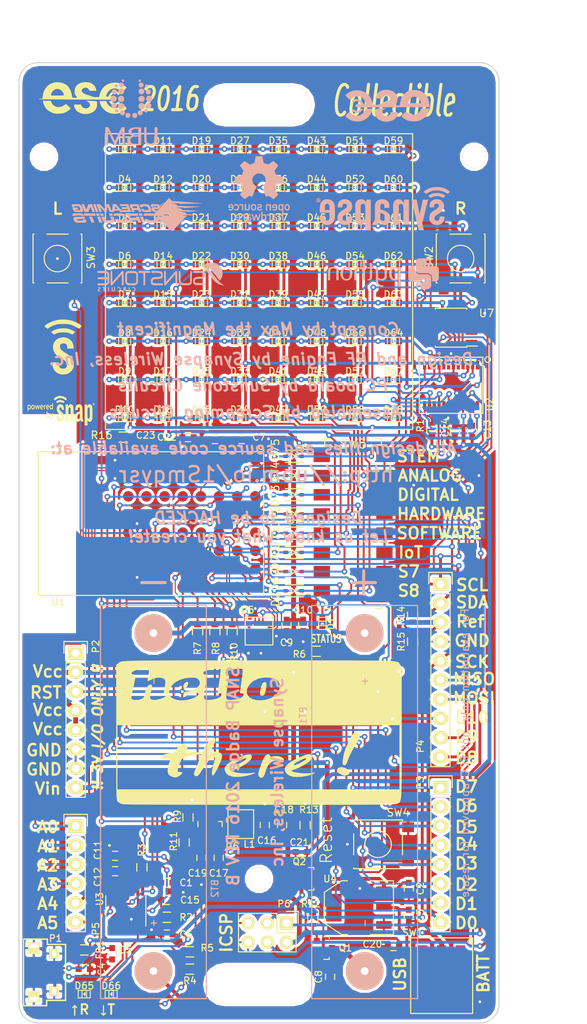
<source format=kicad_pcb>
(kicad_pcb (version 4) (host pcbnew 4.0.1-stable)
  (title_block (title "SNAP Badge 2016") (date 2015-12-16) (rev A) (company "Synapse Wireless"))
  (layers (0 F.Cu signal) (31 B.Cu signal) (34 B.Paste user) (35 F.Paste user) (36 B.SilkS user) (37 F.SilkS user) (38 B.Mask user) (39 F.Mask user) (44 Edge.Cuts user))
  (net 0 "")
  (net 1 VCC)
  (net 2 "Net-(R1-Pad2)")
  (net 3 GND)
  (net 4 "Net-(U1-PadB5)")
  (net 5 "Net-(U1-PadC6)")
  (net 6 "Net-(U1-PadC7)")
  (net 7 "Net-(U1-PadC8)")
  (net 8 "Net-(U1-PadD4)")
  (net 9 "Net-(U1-PadD5)")
  (net 10 "Net-(U1-PadD6)")
  (net 11 "Net-(U1-PadD7)")
  (net 12 "Net-(U1-PadE4)")
  (net 13 "Net-(U1-PadE5)")
  (net 14 "Net-(U1-PadE6)")
  (net 15 "Net-(U1-PadE7)")
  (net 16 "Net-(U1-PadE8)")
  (net 17 "Net-(U1-PadF5)")
  (net 18 "Net-(U1-PadF6)")
  (net 19 "Net-(U1-PadF7)")
  (net 20 "Net-(U1-PadG6)")
  (net 21 "Net-(U1-PadG7)")
  (net 22 "Net-(U1-PadH6)")
  (net 23 "Net-(U1-PadH7)")
  (net 24 "Net-(C1-Pad1)")
  (net 25 /VREG_IN)
  (net 26 "Net-(C3-Pad1)")
  (net 27 "Net-(C4-Pad1)")
  (net 28 "Net-(C5-Pad1)")
  (net 29 "Net-(C6-Pad1)")
  (net 30 /LED_matrix/SEGA)
  (net 31 /LED_matrix/DIG0)
  (net 32 /LED_matrix/DIG1)
  (net 33 /LED_matrix/DIG2)
  (net 34 /LED_matrix/DIG3)
  (net 35 /LED_matrix/DIG4)
  (net 36 /LED_matrix/DIG5)
  (net 37 /LED_matrix/DIG6)
  (net 38 /LED_matrix/DIG7)
  (net 39 /LED_matrix/SEGB)
  (net 40 /LED_matrix/SEGC)
  (net 41 /LED_matrix/SEGD)
  (net 42 /LED_matrix/SEGE)
  (net 43 /LED_matrix/SEGF)
  (net 44 /LED_matrix/SEGG)
  (net 45 /LED_matrix/SEGDP)
  (net 46 /TXLED)
  (net 47 "Net-(D65-Pad2)")
  (net 48 /RXLED)
  (net 49 "Net-(D66-Pad2)")
  (net 50 "Net-(BT1-Pad2)")
  (net 51 "Net-(BT2-Pad1)")
  (net 52 "Net-(R2-Pad1)")
  (net 53 "Net-(R3-Pad1)")
  (net 54 /*IS_USB)
  (net 55 /USB_TXD)
  (net 56 /USB_RXD)
  (net 57 "Net-(U3-Pad2)")
  (net 58 "Net-(U3-Pad6)")
  (net 59 "Net-(U3-Pad15)")
  (net 60 "Net-(U3-Pad16)")
  (net 61 "Net-(BT1-Pad1)")
  (net 62 /LED_matrix/LED_3V)
  (net 63 "Net-(D1-Pad2)")
  (net 64 /STATUS_LED)
  (net 65 "Net-(D2-Pad1)")
  (net 66 "Net-(D69-Pad1)")
  (net 67 "Net-(D70-Pad1)")
  (net 68 "Net-(D71-Pad1)")
  (net 69 "Net-(D72-Pad1)")
  (net 70 "Net-(D73-Pad1)")
  (net 71 "Net-(D74-Pad1)")
  (net 72 "Net-(D75-Pad1)")
  (net 73 "Net-(L1-Pad1)")
  (net 74 "Net-(P2-Pad1)")
  (net 75 /*RESET)
  (net 76 /PD4)
  (net 77 /PB7)
  (net 78 /PB6)
  (net 79 /PE7)
  (net 80 /PB5)
  (net 81 /PE4)
  (net 82 /PE1)
  (net 83 /PE0)
  (net 84 I2C_SCL)
  (net 85 I2C_SDA)
  (net 86 /SCLK)
  (net 87 /MISO)
  (net 88 /MOSI)
  (net 89 /PE5)
  (net 90 /PE3)
  (net 91 /BTN_LFT)
  (net 92 /PF0)
  (net 93 /PF1)
  (net 94 /PF4)
  (net 95 /PF5)
  (net 96 /PF6)
  (net 97 /PF7)
  (net 98 "Net-(R7-Pad1)")
  (net 99 "Net-(R8-Pad1)")
  (net 100 "Net-(R11-Pad2)")
  (net 101 LED_PWR_EN)
  (net 102 "Net-(SW1-Pad4)")
  (net 103 /BTN_RT)
  (net 104 "Net-(U1-PadB1)")
  (net 105 /ACC_INT1)
  (net 106 /ACC_INT2)
  (net 107 "Net-(U2-Pad24)")
  (net 108 "Net-(U2-Pad11)")
  (net 109 /VIN_USB)
  (net 110 "Net-(C21-Pad2)")
  (net 111 "Net-(Q1-Pad1)")
  (net 112 /LED_matrix/LED_SDA)
  (net 113 /LED_matrix/LED_SCL)
  (net 114 "Net-(SW5-Pad10)")
  (net 115 "Net-(R16-Pad1)")
  (module Mounting_Holes:MountingHole_3mm (layer F.Cu) (at 203.708 34.036)
    (fp_text reference "" (at 0 -4.0005) (layer F.SilkS) (effects (font (size 0.889 0.889) (thickness 0.1524))))
    (fp_text value MountingHole_3mm)
    (pad 1 thru_hole circle (at 0 0) (size 3 3) (drill 3) (layers))
  )
  (module Mounting_Holes:MountingHole_3mm (layer F.Cu) (at 146.812 34.036)
    (fp_text reference "" (at 0 -4.0005) (layer F.SilkS) (effects (font (size 0.889 0.889) (thickness 0.1524))))
    (fp_text value MountingHole_3mm)
    (pad 1 thru_hole circle (at 0 0) (size 3 3) (drill 3) (layers))
  )
  (module Capacitors_SMD:C_0603 (layer F.Cu) (at 163.068 130.048)
    (fp_text reference C1 (at 2.54 0) (layer F.SilkS) (effects (font (size 0.889 0.889) (thickness 0.1524))))
    (fp_text value 0.1uF)
    (pad 1 smd rect (at -0.75 0) (size 0.8 0.75) (layers F.Cu F.Paste F.Mask) (net 24 "Net-(C1-Pad1)"))
    (pad 2 smd rect (at 0.75 0) (size 0.8 0.75) (layers F.Cu F.Paste F.Mask) (net 3 GND))
  )
  (module Capacitors_SMD:C_0603 (layer F.Cu) (at 195.072 130.81 270)
    (fp_text reference C2 (at 0 -1.524 270) (layer F.SilkS) (effects (font (size 0.889 0.889) (thickness 0.1524))))
    (fp_text value 0.1uF)
    (pad 1 smd rect (at -0.75 0 270) (size 0.8 0.75) (layers F.Cu F.Paste F.Mask) (net 25 /VREG_IN))
    (pad 2 smd rect (at 0.75 0 270) (size 0.8 0.75) (layers F.Cu F.Paste F.Mask) (net 3 GND))
  )
  (module Capacitors_SMD:C_0603 (layer F.Cu) (at 195.072 134.366 270)
    (fp_text reference C3 (at 0 -1.524 270) (layer F.SilkS) (effects (font (size 0.889 0.889) (thickness 0.1524))))
    (fp_text value 10uF)
    (pad 1 smd rect (at -0.75 0 270) (size 0.8 0.75) (layers F.Cu F.Paste F.Mask) (net 26 "Net-(C3-Pad1)"))
    (pad 2 smd rect (at 0.75 0 270) (size 0.8 0.75) (layers F.Cu F.Paste F.Mask) (net 3 GND))
  )
  (module Capacitors_SMD:C_0603 (layer F.Cu) (at 152.146 141.478)
    (fp_text reference C4 (at 2.286 0 90) (layer F.SilkS) (effects (font (size 0.889 0.889) (thickness 0.1524))))
    (fp_text value 10nF)
    (pad 1 smd rect (at -0.75 0) (size 0.8 0.75) (layers F.Cu F.Paste F.Mask) (net 27 "Net-(C4-Pad1)"))
    (pad 2 smd rect (at 0.75 0) (size 0.8 0.75) (layers F.Cu F.Paste F.Mask) (net 3 GND))
  )
  (module Capacitors_SMD:C_0603 (layer F.Cu) (at 155.829 139.446 270)
    (fp_text reference C5 (at -0.508 -1.778 360) (layer F.SilkS) (effects (font (size 0.889 0.889) (thickness 0.1524))))
    (fp_text value 47pF)
    (pad 1 smd rect (at -0.75 0 270) (size 0.8 0.75) (layers F.Cu F.Paste F.Mask) (net 28 "Net-(C5-Pad1)"))
    (pad 2 smd rect (at 0.75 0 270) (size 0.8 0.75) (layers F.Cu F.Paste F.Mask) (net 3 GND))
  )
  (module Capacitors_SMD:C_0603 (layer F.Cu) (at 163.068 136.906 180)
    (fp_text reference C6 (at -2.54 0 360) (layer F.SilkS) (effects (font (size 0.889 0.889) (thickness 0.1524))))
    (fp_text value 47pF)
    (pad 1 smd rect (at -0.75 0 180) (size 0.8 0.75) (layers F.Cu F.Paste F.Mask) (net 29 "Net-(C6-Pad1)"))
    (pad 2 smd rect (at 0.75 0 180) (size 0.8 0.75) (layers F.Cu F.Paste F.Mask) (net 3 GND))
  )
  (module Resistors_SMD:R_0603 (layer F.Cu) (at 152.146 138.938)
    (fp_text reference FB1 (at 2.032 0 90) (layer F.SilkS) (effects (font (size 0.889 0.889) (thickness 0.1524))))
    (fp_text value "600 OHM 500MA")
    (pad 1 smd rect (at -0.75 0) (size 0.5 0.9) (layers F.Cu F.Paste F.Mask) (net 27 "Net-(C4-Pad1)"))
    (pad 2 smd rect (at 0.75 0) (size 0.5 0.9) (layers F.Cu F.Paste F.Mask) (net 109 /VIN_USB))
  )
  (module TO_SOT_Packages_SMD:SOT-23 (layer F.Cu) (at 183.896 138.684 270)
    (fp_text reference Q1 (at 0 -2.794 360) (layer F.SilkS) (effects (font (size 0.889 0.889) (thickness 0.1524))))
    (fp_text value ZXMN2F30FHCT-ND)
    (pad 1 smd rect (at -0.95 1.00076 270) (size 0.8001 0.8001) (layers F.Cu F.Paste F.Mask) (net 111 "Net-(Q1-Pad1)"))
    (pad 2 smd rect (at 0.95 1.00076 270) (size 0.8001 0.8001) (layers F.Cu F.Paste F.Mask) (net 3 GND))
    (pad 3 smd rect (at 0 -0.99822 270) (size 0.8001 0.8001) (layers F.Cu F.Paste F.Mask) (net 50 "Net-(BT1-Pad2)"))
  )
  (module Resistors_SMD:R_0603 (layer F.Cu) (at 163.068 134.62)
    (fp_text reference R2 (at 2.54 0 180) (layer F.SilkS) (effects (font (size 0.889 0.889) (thickness 0.1524))))
    (fp_text value 27)
    (pad 1 smd rect (at -0.75 0) (size 0.5 0.9) (layers F.Cu F.Paste F.Mask) (net 52 "Net-(R2-Pad1)"))
    (pad 2 smd rect (at 0.75 0) (size 0.5 0.9) (layers F.Cu F.Paste F.Mask) (net 29 "Net-(C6-Pad1)"))
  )
  (module Resistors_SMD:R_0603 (layer F.Cu) (at 159.766 128.016 90)
    (fp_text reference R3 (at 2.286 0 90) (layer F.SilkS) (effects (font (size 0.889 0.889) (thickness 0.1524))))
    (fp_text value 27)
    (pad 1 smd rect (at -0.75 0 90) (size 0.5 0.9) (layers F.Cu F.Paste F.Mask) (net 53 "Net-(R3-Pad1)"))
    (pad 2 smd rect (at 0.75 0 90) (size 0.5 0.9) (layers F.Cu F.Paste F.Mask) (net 28 "Net-(C5-Pad1)"))
  )
  (module Resistors_SMD:R_0603 (layer F.Cu) (at 166.116 141.478 180)
    (fp_text reference R4 (at 0 -1.524 360) (layer F.SilkS) (effects (font (size 0.889 0.889) (thickness 0.1524))))
    (fp_text value 270)
    (pad 1 smd rect (at -0.75 0 180) (size 0.5 0.9) (layers F.Cu F.Paste F.Mask) (net 24 "Net-(C1-Pad1)"))
    (pad 2 smd rect (at 0.75 0 180) (size 0.5 0.9) (layers F.Cu F.Paste F.Mask) (net 47 "Net-(D65-Pad2)"))
  )
  (module Resistors_SMD:R_0603 (layer F.Cu) (at 166.116 139.192 180)
    (fp_text reference R5 (at -2.286 0.508 180) (layer F.SilkS) (effects (font (size 0.889 0.889) (thickness 0.1524))))
    (fp_text value 270)
    (pad 1 smd rect (at -0.75 0 180) (size 0.5 0.9) (layers F.Cu F.Paste F.Mask) (net 24 "Net-(C1-Pad1)"))
    (pad 2 smd rect (at 0.75 0 180) (size 0.5 0.9) (layers F.Cu F.Paste F.Mask) (net 49 "Net-(D66-Pad2)"))
  )
  (module Housings_SSOP:SSOP-16_3.9x4.9mm_Pitch0.635mm (layer F.Cu) (at 157.63748 133.77672 90)
    (fp_text reference U3 (at 1.56972 -3.45948 270) (layer F.SilkS) (effects (font (size 0.889 0.889) (thickness 0.1524))))
    (fp_text value FT230XS)
    (pad 1 smd rect (at -2.6 -2.2225 90) (size 1.2 0.4) (layers F.Cu F.Paste F.Mask) (net 98 "Net-(R7-Pad1)"))
    (pad 2 smd rect (at -2.6 -1.5875 90) (size 1.2 0.4) (layers F.Cu F.Paste F.Mask) (net 57 "Net-(U3-Pad2)"))
    (pad 3 smd rect (at -2.6 -0.9525 90) (size 1.2 0.4) (layers F.Cu F.Paste F.Mask) (net 24 "Net-(C1-Pad1)"))
    (pad 4 smd rect (at -2.6 -0.3175 90) (size 1.2 0.4) (layers F.Cu F.Paste F.Mask) (net 99 "Net-(R8-Pad1)"))
    (pad 5 smd rect (at -2.6 0.3175 90) (size 1.2 0.4) (layers F.Cu F.Paste F.Mask) (net 3 GND))
    (pad 6 smd rect (at -2.6 0.9525 90) (size 1.2 0.4) (layers F.Cu F.Paste F.Mask) (net 58 "Net-(U3-Pad6)"))
    (pad 7 smd rect (at -2.6 1.5875 90) (size 1.2 0.4) (layers F.Cu F.Paste F.Mask) (net 48 /RXLED))
    (pad 8 smd rect (at -2.6 2.2225 90) (size 1.2 0.4) (layers F.Cu F.Paste F.Mask) (net 52 "Net-(R2-Pad1)"))
    (pad 9 smd rect (at 2.6 2.2225 90) (size 1.2 0.4) (layers F.Cu F.Paste F.Mask) (net 53 "Net-(R3-Pad1)"))
    (pad 10 smd rect (at 2.6 1.5875 90) (size 1.2 0.4) (layers F.Cu F.Paste F.Mask) (net 24 "Net-(C1-Pad1)"))
    (pad 11 smd rect (at 2.6 0.9525 90) (size 1.2 0.4) (layers F.Cu F.Paste F.Mask) (net 24 "Net-(C1-Pad1)"))
    (pad 12 smd rect (at 2.6 0.3175 90) (size 1.2 0.4) (layers F.Cu F.Paste F.Mask) (net 109 /VIN_USB))
    (pad 13 smd rect (at 2.6 -0.3175 90) (size 1.2 0.4) (layers F.Cu F.Paste F.Mask) (net 3 GND))
    (pad 14 smd rect (at 2.6 -0.9525 90) (size 1.2 0.4) (layers F.Cu F.Paste F.Mask) (net 46 /TXLED))
    (pad 15 smd rect (at 2.6 -1.5875 90) (size 1.2 0.4) (layers F.Cu F.Paste F.Mask) (net 59 "Net-(U3-Pad15)"))
    (pad 16 smd rect (at 2.6 -2.2225 90) (size 1.2 0.4) (layers F.Cu F.Paste F.Mask) (net 60 "Net-(U3-Pad16)"))
  )
  (module TO_SOT_Packages_SMD:SOT-223 (layer F.Cu) (at 188.468 133.35 90)
    (fp_text reference U4 (at 3.81 -3.81 180) (layer F.SilkS) (effects (font (size 0.889 0.889) (thickness 0.1524))))
    (fp_text value LD1117S33CTR)
    (pad 4 smd rect (at 0 -3.302 90) (size 3.6576 2.032) (layers F.Cu F.Paste F.Mask))
    (pad 2 smd rect (at 0 3.302 90) (size 1.016 2.032) (layers F.Cu F.Paste F.Mask) (net 26 "Net-(C3-Pad1)"))
    (pad 3 smd rect (at 2.286 3.302 90) (size 1.016 2.032) (layers F.Cu F.Paste F.Mask) (net 25 /VREG_IN))
    (pad 1 smd rect (at -2.286 3.302 90) (size 1.016 2.032) (layers F.Cu F.Paste F.Mask) (net 3 GND))
  )
  (module Capacitors_SMD:C_0603 (layer F.Cu) (at 172.974 71.374)
    (fp_text reference C7 (at 2.286 -0.254) (layer F.SilkS) (effects (font (size 0.889 0.889) (thickness 0.1524))))
    (fp_text value 22uF)
    (pad 1 smd rect (at -0.75 0) (size 0.8 0.75) (layers F.Cu F.Paste F.Mask) (net 1 VCC))
    (pad 2 smd rect (at 0.75 0) (size 0.8 0.75) (layers F.Cu F.Paste F.Mask) (net 3 GND))
  )
  (module Capacitors_SMD:C_0603 (layer F.Cu) (at 184.658 142.494 270)
    (fp_text reference C8 (at 0 1.524 270) (layer F.SilkS) (effects (font (size 0.889 0.889) (thickness 0.1524))))
    (fp_text value 22uF)
    (pad 1 smd rect (at -0.75 0 270) (size 0.8 0.75) (layers F.Cu F.Paste F.Mask) (net 51 "Net-(BT2-Pad1)"))
    (pad 2 smd rect (at 0.75 0 270) (size 0.8 0.75) (layers F.Cu F.Paste F.Mask) (net 3 GND))
  )
  (module Capacitors_SMD:C_0603 (layer F.Cu) (at 178.8922 96.012 270)
    (fp_text reference C9 (at 2.286 0 360) (layer F.SilkS) (effects (font (size 0.889 0.889) (thickness 0.1524))))
    (fp_text value 4.7uF)
    (pad 1 smd rect (at -0.75 0 270) (size 0.8 0.75) (layers F.Cu F.Paste F.Mask) (net 1 VCC))
    (pad 2 smd rect (at 0.75 0 270) (size 0.8 0.75) (layers F.Cu F.Paste F.Mask) (net 3 GND))
  )
  (module Capacitors_SMD:C_0603 (layer F.Cu) (at 181.102 96.012 270)
    (fp_text reference C10 (at -2.032 0 360) (layer F.SilkS) (effects (font (size 0.889 0.889) (thickness 0.1524))))
    (fp_text value 0.1uF)
    (pad 1 smd rect (at -0.75 0 270) (size 0.8 0.75) (layers F.Cu F.Paste F.Mask) (net 1 VCC))
    (pad 2 smd rect (at 0.75 0 270) (size 0.8 0.75) (layers F.Cu F.Paste F.Mask) (net 3 GND))
  )
  (module Capacitors_SMD:C_0603 (layer F.Cu) (at 156.21 126.492 180)
    (fp_text reference C11 (at 2.286 0.762 270) (layer F.SilkS) (effects (font (size 0.889 0.889) (thickness 0.1524))))
    (fp_text value 4.7uF)
    (pad 1 smd rect (at -0.75 0 180) (size 0.8 0.75) (layers F.Cu F.Paste F.Mask) (net 109 /VIN_USB))
    (pad 2 smd rect (at 0.75 0 180) (size 0.8 0.75) (layers F.Cu F.Paste F.Mask) (net 3 GND))
  )
  (module Capacitors_SMD:C_0603 (layer F.Cu) (at 156.21 128.524 180)
    (fp_text reference C12 (at 2.286 -0.762 270) (layer F.SilkS) (effects (font (size 0.889 0.889) (thickness 0.1524))))
    (fp_text value 0.1uF)
    (pad 1 smd rect (at -0.75 0 180) (size 0.8 0.75) (layers F.Cu F.Paste F.Mask) (net 109 /VIN_USB))
    (pad 2 smd rect (at 0.75 0 180) (size 0.8 0.75) (layers F.Cu F.Paste F.Mask) (net 3 GND))
  )
  (module Capacitors_SMD:C_0603 (layer F.Cu) (at 203.454 70.358 270)
    (fp_text reference C13 (at -0.254 -2.032 450) (layer F.SilkS) (effects (font (size 0.889 0.889) (thickness 0.1524))))
    (fp_text value 4.7uF)
    (pad 1 smd rect (at -0.75 0 270) (size 0.8 0.75) (layers F.Cu F.Paste F.Mask) (net 62 /LED_matrix/LED_3V))
    (pad 2 smd rect (at 0.75 0 270) (size 0.8 0.75) (layers F.Cu F.Paste F.Mask) (net 3 GND))
  )
  (module Capacitors_SMD:C_0603 (layer F.Cu) (at 201.168 70.358 270)
    (fp_text reference C14 (at -0.508 1.27 450) (layer F.SilkS) (effects (font (size 0.889 0.889) (thickness 0.1524))))
    (fp_text value 0.1uF)
    (pad 1 smd rect (at -0.75 0 270) (size 0.8 0.75) (layers F.Cu F.Paste F.Mask) (net 62 /LED_matrix/LED_3V))
    (pad 2 smd rect (at 0.75 0 270) (size 0.8 0.75) (layers F.Cu F.Paste F.Mask) (net 3 GND))
  )
  (module Capacitors_SMD:C_0603 (layer F.Cu) (at 163.068 132.334)
    (fp_text reference C15 (at 3.048 0) (layer F.SilkS) (effects (font (size 0.889 0.889) (thickness 0.1524))))
    (fp_text value 4.7uF)
    (pad 1 smd rect (at -0.75 0) (size 0.8 0.75) (layers F.Cu F.Paste F.Mask) (net 24 "Net-(C1-Pad1)"))
    (pad 2 smd rect (at 0.75 0) (size 0.8 0.75) (layers F.Cu F.Paste F.Mask) (net 3 GND))
  )
  (module Capacitors_SMD:C_0603 (layer F.Cu) (at 176.022 122.428 90)
    (fp_text reference C16 (at -2.032 0.254 360) (layer F.SilkS) (effects (font (size 0.889 0.889) (thickness 0.1524))))
    (fp_text value 10uF)
    (pad 1 smd rect (at -0.75 0 90) (size 0.8 0.75) (layers F.Cu F.Paste F.Mask) (net 1 VCC))
    (pad 2 smd rect (at 0.75 0 90) (size 0.8 0.75) (layers F.Cu F.Paste F.Mask) (net 3 GND))
  )
  (module Capacitors_SMD:C_0603 (layer F.Cu) (at 169.926 126.746 270)
    (fp_text reference C17 (at 2.032 0 360) (layer F.SilkS) (effects (font (size 0.889 0.889) (thickness 0.1524))))
    (fp_text value 4.7uF)
    (pad 1 smd rect (at -0.75 0 270) (size 0.8 0.75) (layers F.Cu F.Paste F.Mask) (net 62 /LED_matrix/LED_3V))
    (pad 2 smd rect (at 0.75 0 270) (size 0.8 0.75) (layers F.Cu F.Paste F.Mask) (net 3 GND))
  )
  (module Capacitors_SMD:C_0603 (layer F.Cu) (at 178.308 122.428 90)
    (fp_text reference C18 (at 2.032 0.254 360) (layer F.SilkS) (effects (font (size 0.889 0.889) (thickness 0.1524))))
    (fp_text value 0.1uF)
    (pad 1 smd rect (at -0.75 0 90) (size 0.8 0.75) (layers F.Cu F.Paste F.Mask) (net 1 VCC))
    (pad 2 smd rect (at 0.75 0 90) (size 0.8 0.75) (layers F.Cu F.Paste F.Mask) (net 3 GND))
  )
  (module Capacitors_SMD:C_0603 (layer F.Cu) (at 167.64 126.746 270)
    (fp_text reference C19 (at 2.032 0.508 360) (layer F.SilkS) (effects (font (size 0.889 0.889) (thickness 0.1524))))
    (fp_text value 4.7uF)
    (pad 1 smd rect (at -0.75 0 270) (size 0.8 0.75) (layers F.Cu F.Paste F.Mask) (net 62 /LED_matrix/LED_3V))
    (pad 2 smd rect (at 0.75 0 270) (size 0.8 0.75) (layers F.Cu F.Paste F.Mask) (net 3 GND))
  )
  (module Resistors_SMD:R_0603 (layer F.Cu) (at 182.88 99.441)
    (fp_text reference R6 (at -2.286 0.381 180) (layer F.SilkS) (effects (font (size 0.889 0.889) (thickness 0.1524))))
    (fp_text value 270)
    (pad 1 smd rect (at -0.75 0) (size 0.5 0.9) (layers F.Cu F.Paste F.Mask) (net 1 VCC))
    (pad 2 smd rect (at 0.75 0) (size 0.5 0.9) (layers F.Cu F.Paste F.Mask) (net 63 "Net-(D1-Pad2)"))
  )
  (module Resistors_SMD:R_0603 (layer F.Cu) (at 167.132 96.774 90)
    (fp_text reference R7 (at -2.286 0 90) (layer F.SilkS) (effects (font (size 0.889 0.889) (thickness 0.1524))))
    (fp_text value 1k)
    (pad 1 smd rect (at -0.75 0 90) (size 0.5 0.9) (layers F.Cu F.Paste F.Mask) (net 98 "Net-(R7-Pad1)"))
    (pad 2 smd rect (at 0.75 0 90) (size 0.5 0.9) (layers F.Cu F.Paste F.Mask) (net 55 /USB_TXD))
  )
  (module Resistors_SMD:R_0603 (layer F.Cu) (at 169.418 96.774 90)
    (fp_text reference R8 (at -2.286 0.127 270) (layer F.SilkS) (effects (font (size 0.889 0.889) (thickness 0.1524))))
    (fp_text value 1k)
    (pad 1 smd rect (at -0.75 0 90) (size 0.5 0.9) (layers F.Cu F.Paste F.Mask) (net 99 "Net-(R8-Pad1)"))
    (pad 2 smd rect (at 0.75 0 90) (size 0.5 0.9) (layers F.Cu F.Paste F.Mask) (net 56 /USB_RXD))
  )
  (module Resistors_SMD:R_0603 (layer F.Cu) (at 165.862 121.412 270)
    (fp_text reference R9 (at -0.127 1.397 450) (layer F.SilkS) (effects (font (size 0.889 0.889) (thickness 0.1524))))
    (fp_text value 200k)
    (pad 1 smd rect (at -0.75 0 270) (size 0.5 0.9) (layers F.Cu F.Paste F.Mask) (net 3 GND))
    (pad 2 smd rect (at 0.75 0 270) (size 0.5 0.9) (layers F.Cu F.Paste F.Mask) (net 100 "Net-(R11-Pad2)"))
  )
  (module Resistors_SMD:R_0603 (layer F.Cu) (at 171.704 96.774 90)
    (fp_text reference R10 (at -2.794 0.254 270) (layer F.SilkS) (effects (font (size 0.889 0.889) (thickness 0.1524))))
    (fp_text value 100k)
    (pad 1 smd rect (at -0.75 0 90) (size 0.5 0.9) (layers F.Cu F.Paste F.Mask) (net 3 GND))
    (pad 2 smd rect (at 0.75 0 90) (size 0.5 0.9) (layers F.Cu F.Paste F.Mask) (net 101 LED_PWR_EN))
  )
  (module Resistors_SMD:R_0603 (layer F.Cu) (at 165.354 124.714 90)
    (fp_text reference R11 (at 0.127 -1.397 270) (layer F.SilkS) (effects (font (size 0.889 0.889) (thickness 0.1524))))
    (fp_text value 1M)
    (pad 1 smd rect (at -0.75 0 90) (size 0.5 0.9) (layers F.Cu F.Paste F.Mask) (net 62 /LED_matrix/LED_3V))
    (pad 2 smd rect (at 0.75 0 90) (size 0.5 0.9) (layers F.Cu F.Paste F.Mask) (net 100 "Net-(R11-Pad2)"))
  )
  (module TO_SOT_Packages_SMD:TSOT-6-MK06A (layer F.Cu) (at 168.783 122.301 180)
    (fp_text reference U6 (at -2.921 -2.921 360) (layer F.SilkS) (effects (font (size 0.889 0.889) (thickness 0.1524))))
    (fp_text value TPS61070)
    (pad 1 smd rect (at -0.94996 1.30048 180) (size 0.69088 1.00076) (layers F.Cu F.Paste F.Mask) (net 73 "Net-(L1-Pad1)"))
    (pad 2 smd rect (at 0 1.30048 180) (size 0.69088 1.00076) (layers F.Cu F.Paste F.Mask) (net 3 GND))
    (pad 3 smd rect (at 0.94996 1.30048 180) (size 0.69088 1.00076) (layers F.Cu F.Paste F.Mask) (net 101 LED_PWR_EN))
    (pad 4 smd rect (at 0.94996 -1.30048 180) (size 0.69088 1.00076) (layers F.Cu F.Paste F.Mask) (net 100 "Net-(R11-Pad2)"))
    (pad 5 smd rect (at 0 -1.30048 180) (size 0.69088 1.00076) (layers F.Cu F.Paste F.Mask) (net 62 /LED_matrix/LED_3V))
    (pad 6 smd rect (at -0.94996 -1.30048 180) (size 0.69088 1.00076) (layers F.Cu F.Paste F.Mask) (net 1 VCC))
  )
  (module Capacitors_SMD:C_0603 (layer F.Cu) (at 193.04 138.43 180)
    (fp_text reference C20 (at 2.794 0.254 180) (layer F.SilkS) (effects (font (size 0.889 0.889) (thickness 0.1524))))
    (fp_text value 0.1uF)
    (pad 1 smd rect (at -0.75 0 180) (size 0.8 0.75) (layers F.Cu F.Paste F.Mask) (net 51 "Net-(BT2-Pad1)"))
    (pad 2 smd rect (at 0.75 0 180) (size 0.8 0.75) (layers F.Cu F.Paste F.Mask) (net 3 GND))
  )
  (module Capacitors_SMD:C_0603 (layer F.Cu) (at 180.848 125.984)
    (fp_text reference C21 (at -0.254 -1.27 180) (layer F.SilkS) (effects (font (size 0.889 0.889) (thickness 0.1524))))
    (fp_text value 0.1uF)
    (pad 1 smd rect (at -0.75 0) (size 0.8 0.75) (layers F.Cu F.Paste F.Mask) (net 109 /VIN_USB))
    (pad 2 smd rect (at 0.75 0) (size 0.8 0.75) (layers F.Cu F.Paste F.Mask) (net 110 "Net-(C21-Pad2)"))
  )
  (module Capacitors_SMD:C_0603 (layer F.Cu) (at 169.418 71.374 180)
    (fp_text reference C22 (at 6.35 0.254 360) (layer F.SilkS) (effects (font (size 0.889 0.889) (thickness 0.1524))))
    (fp_text value 22uF)
    (pad 1 smd rect (at -0.75 0 180) (size 0.8 0.75) (layers F.Cu F.Paste F.Mask) (net 1 VCC))
    (pad 2 smd rect (at 0.75 0 180) (size 0.8 0.75) (layers F.Cu F.Paste F.Mask) (net 3 GND))
  )
  (module Capacitors_SMD:C_0603 (layer F.Cu) (at 165.862 71.12 180)
    (fp_text reference C23 (at 5.588 0.254 180) (layer F.SilkS) (effects (font (size 0.889 0.889) (thickness 0.1524))))
    (fp_text value 22uF)
    (pad 1 smd rect (at -0.75 0 180) (size 0.8 0.75) (layers F.Cu F.Paste F.Mask) (net 1 VCC))
    (pad 2 smd rect (at 0.75 0 180) (size 0.8 0.75) (layers F.Cu F.Paste F.Mask) (net 3 GND))
  )
  (module TO_SOT_Packages_SMD:SOT-23 (layer F.Cu) (at 181.864 129.54 270)
    (fp_text reference Q2 (at -2.286 1.27 360) (layer F.SilkS) (effects (font (size 0.889 0.889) (thickness 0.1524))))
    (fp_text value Si2305DS)
    (pad 1 smd rect (at -0.95 1.00076 270) (size 0.8001 0.8001) (layers F.Cu F.Paste F.Mask) (net 110 "Net-(C21-Pad2)"))
    (pad 2 smd rect (at 0.95 1.00076 270) (size 0.8001 0.8001) (layers F.Cu F.Paste F.Mask) (net 109 /VIN_USB))
    (pad 3 smd rect (at 0 -0.99822 270) (size 0.8001 0.8001) (layers F.Cu F.Paste F.Mask) (net 25 /VREG_IN))
  )
  (module Resistors_SMD:R_0603 (layer F.Cu) (at 182.372 134.874 270)
    (fp_text reference R12 (at -2.032 0.254 540) (layer F.SilkS) (effects (font (size 0.889 0.889) (thickness 0.1524))))
    (fp_text value 100k)
    (pad 1 smd rect (at -0.75 0 270) (size 0.5 0.9) (layers F.Cu F.Paste F.Mask) (net 51 "Net-(BT2-Pad1)"))
    (pad 2 smd rect (at 0.75 0 270) (size 0.5 0.9) (layers F.Cu F.Paste F.Mask) (net 111 "Net-(Q1-Pad1)"))
  )
  (module Resistors_SMD:R_0603 (layer F.Cu) (at 181.356 122.428 270)
    (fp_text reference R13 (at -2.032 -0.508 360) (layer F.SilkS) (effects (font (size 0.889 0.889) (thickness 0.1524))))
    (fp_text value 39k)
    (pad 1 smd rect (at -0.75 0 270) (size 0.5 0.9) (layers F.Cu F.Paste F.Mask) (net 3 GND))
    (pad 2 smd rect (at 0.75 0 270) (size 0.5 0.9) (layers F.Cu F.Paste F.Mask) (net 110 "Net-(C21-Pad2)"))
  )
  (module Resistors_SMD:R_0603 (layer F.Cu) (at 195.58 94.742 90)
    (fp_text reference R14 (at 0 -1.524 90) (layer F.SilkS) (effects (font (size 0.889 0.889) (thickness 0.1524))))
    (fp_text value 4.7k)
    (pad 1 smd rect (at -0.75 0 90) (size 0.5 0.9) (layers F.Cu F.Paste F.Mask) (net 1 VCC))
    (pad 2 smd rect (at 0.75 0 90) (size 0.5 0.9) (layers F.Cu F.Paste F.Mask) (net 85 I2C_SDA))
  )
  (module Resistors_SMD:R_0603 (layer F.Cu) (at 195.58 98.171 90)
    (fp_text reference R15 (at 0 -1.524 90) (layer F.SilkS) (effects (font (size 0.889 0.889) (thickness 0.1524))))
    (fp_text value 4.7k)
    (pad 1 smd rect (at -0.75 0 90) (size 0.5 0.9) (layers F.Cu F.Paste F.Mask) (net 1 VCC))
    (pad 2 smd rect (at 0.75 0 90) (size 0.5 0.9) (layers F.Cu F.Paste F.Mask) (net 84 I2C_SCL))
  )
  (module Resistors_SMD:R_0603 (layer F.Cu) (at 198.12 70.104 90)
    (fp_text reference R1 (at 0.508 -1.524 270) (layer F.SilkS) (effects (font (size 0.889 0.889) (thickness 0.1524))))
    (fp_text value 10k)
    (pad 1 smd rect (at -0.75 0 90) (size 0.5 0.9) (layers F.Cu F.Paste F.Mask) (net 62 /LED_matrix/LED_3V))
    (pad 2 smd rect (at 0.75 0 90) (size 0.5 0.9) (layers F.Cu F.Paste F.Mask) (net 2 "Net-(R1-Pad2)"))
  )
  (module Synapse:LanyardSlot (layer F.Cu) (at 175.26 27.178)
    (fp_text reference "" (at 0 -4) (layer F.SilkS) (effects (font (size 0.889 0.889) (thickness 0.1524))))
    (fp_text value LanyardSlot)
    (pad 1 thru_hole oval (at 0 0) (size 13.8 5) (drill oval 13.8 5) (layers))
  )
  (module Synapse:LanyardSlot (layer F.Cu) (at 175.26 143.51)
    (fp_text reference "" (at 0 -4) (layer F.SilkS) (effects (font (size 0.889 0.889) (thickness 0.1524))))
    (fp_text value LanyardSlot)
    (pad 1 thru_hole oval (at 0 0) (size 13.8 5) (drill oval 13.8 5) (layers))
  )
  (module Socket_Strips:Socket_Strip_Straight_1x08 (layer F.Cu) (at 151.003 99.695 270)
    (fp_text reference P2 (at -0.889 -2.667 270) (layer F.SilkS) (effects (font (size 0.889 0.889) (thickness 0.1524))))
    (fp_text value CONN_01X08)
    (pad 1 thru_hole rect (at 0 0 270) (size 1.7272 2.032) (drill 1.016) (layers *.Cu *.Mask F.SilkS) (net 74 "Net-(P2-Pad1)"))
    (pad 2 thru_hole oval (at 2.54 0 270) (size 1.7272 2.032) (drill 1.016) (layers *.Cu *.Mask F.SilkS) (net 1 VCC))
    (pad 3 thru_hole oval (at 5.08 0 270) (size 1.7272 2.032) (drill 1.016) (layers *.Cu *.Mask F.SilkS) (net 75 /*RESET))
    (pad 4 thru_hole oval (at 7.62 0 270) (size 1.7272 2.032) (drill 1.016) (layers *.Cu *.Mask F.SilkS) (net 1 VCC))
    (pad 5 thru_hole oval (at 10.16 0 270) (size 1.7272 2.032) (drill 1.016) (layers *.Cu *.Mask F.SilkS) (net 1 VCC))
    (pad 6 thru_hole oval (at 12.7 0 270) (size 1.7272 2.032) (drill 1.016) (layers *.Cu *.Mask F.SilkS) (net 3 GND))
    (pad 7 thru_hole oval (at 15.24 0 270) (size 1.7272 2.032) (drill 1.016) (layers *.Cu *.Mask F.SilkS) (net 3 GND))
    (pad 8 thru_hole oval (at 17.78 0 270) (size 1.7272 2.032) (drill 1.016) (layers *.Cu *.Mask F.SilkS) (net 25 /VREG_IN))
  )
  (module Socket_Strips:Socket_Strip_Straight_1x08 (layer F.Cu) (at 199.263 117.475 270)
    (fp_text reference P3 (at -0.635 2.667 270) (layer F.SilkS) (effects (font (size 0.889 0.889) (thickness 0.1524))))
    (fp_text value CONN_01X08)
    (pad 1 thru_hole rect (at 0 0 270) (size 1.7272 2.032) (drill 1.016) (layers *.Cu *.Mask F.SilkS) (net 76 /PD4))
    (pad 2 thru_hole oval (at 2.54 0 270) (size 1.7272 2.032) (drill 1.016) (layers *.Cu *.Mask F.SilkS) (net 77 /PB7))
    (pad 3 thru_hole oval (at 5.08 0 270) (size 1.7272 2.032) (drill 1.016) (layers *.Cu *.Mask F.SilkS) (net 78 /PB6))
    (pad 4 thru_hole oval (at 7.62 0 270) (size 1.7272 2.032) (drill 1.016) (layers *.Cu *.Mask F.SilkS) (net 79 /PE7))
    (pad 5 thru_hole oval (at 10.16 0 270) (size 1.7272 2.032) (drill 1.016) (layers *.Cu *.Mask F.SilkS) (net 80 /PB5))
    (pad 6 thru_hole oval (at 12.7 0 270) (size 1.7272 2.032) (drill 1.016) (layers *.Cu *.Mask F.SilkS) (net 81 /PE4))
    (pad 7 thru_hole oval (at 15.24 0 270) (size 1.7272 2.032) (drill 1.016) (layers *.Cu *.Mask F.SilkS) (net 82 /PE1))
    (pad 8 thru_hole oval (at 17.78 0 270) (size 1.7272 2.032) (drill 1.016) (layers *.Cu *.Mask F.SilkS) (net 83 /PE0))
  )
  (module Socket_Strips:Socket_Strip_Straight_1x10 (layer F.Cu) (at 199.263 90.551 270)
    (fp_text reference P4 (at 21.463 2.667 270) (layer F.SilkS) (effects (font (size 0.889 0.889) (thickness 0.1524))))
    (fp_text value CONN_01X10)
    (pad 1 thru_hole rect (at 0 0 270) (size 1.7272 2.032) (drill 1.016) (layers *.Cu *.Mask F.SilkS) (net 84 I2C_SCL))
    (pad 2 thru_hole oval (at 2.54 0 270) (size 1.7272 2.032) (drill 1.016) (layers *.Cu *.Mask F.SilkS) (net 85 I2C_SDA))
    (pad 3 thru_hole oval (at 5.08 0 270) (size 1.7272 2.032) (drill 1.016) (layers *.Cu *.Mask F.SilkS) (net 1 VCC))
    (pad 4 thru_hole oval (at 7.62 0 270) (size 1.7272 2.032) (drill 1.016) (layers *.Cu *.Mask F.SilkS) (net 3 GND))
    (pad 5 thru_hole oval (at 10.16 0 270) (size 1.7272 2.032) (drill 1.016) (layers *.Cu *.Mask F.SilkS) (net 86 /SCLK))
    (pad 6 thru_hole oval (at 12.7 0 270) (size 1.7272 2.032) (drill 1.016) (layers *.Cu *.Mask F.SilkS) (net 87 /MISO))
    (pad 7 thru_hole oval (at 15.24 0 270) (size 1.7272 2.032) (drill 1.016) (layers *.Cu *.Mask F.SilkS) (net 88 /MOSI))
    (pad 8 thru_hole oval (at 17.78 0 270) (size 1.7272 2.032) (drill 1.016) (layers *.Cu *.Mask F.SilkS) (net 89 /PE5))
    (pad 9 thru_hole oval (at 20.32 0 270) (size 1.7272 2.032) (drill 1.016) (layers *.Cu *.Mask F.SilkS) (net 90 /PE3))
    (pad 10 thru_hole oval (at 22.86 0 270) (size 1.7272 2.032) (drill 1.016) (layers *.Cu *.Mask F.SilkS) (net 91 /BTN_LFT))
  )
  (module Socket_Strips:Socket_Strip_Straight_1x06 (layer F.Cu) (at 151.003 122.555 270)
    (fp_text reference P5 (at 13.589 -2.667 270) (layer F.SilkS) (effects (font (size 0.889 0.889) (thickness 0.1524))))
    (fp_text value CONN_01X06)
    (pad 1 thru_hole rect (at 0 0 270) (size 1.7272 2.032) (drill 1.016) (layers *.Cu *.Mask F.SilkS) (net 92 /PF0))
    (pad 2 thru_hole oval (at 2.54 0 270) (size 1.7272 2.032) (drill 1.016) (layers *.Cu *.Mask F.SilkS) (net 93 /PF1))
    (pad 3 thru_hole oval (at 5.08 0 270) (size 1.7272 2.032) (drill 1.016) (layers *.Cu *.Mask F.SilkS) (net 94 /PF4))
    (pad 4 thru_hole oval (at 7.62 0 270) (size 1.7272 2.032) (drill 1.016) (layers *.Cu *.Mask F.SilkS) (net 95 /PF5))
    (pad 5 thru_hole oval (at 10.16 0 270) (size 1.7272 2.032) (drill 1.016) (layers *.Cu *.Mask F.SilkS) (net 96 /PF6))
    (pad 6 thru_hole oval (at 12.7 0 270) (size 1.7272 2.032) (drill 1.016) (layers *.Cu *.Mask F.SilkS) (net 97 /PF7))
  )
  (module Pin_Headers:Pin_Header_Straight_2x03 (layer F.Cu) (at 178.8922 135.382 270)
    (fp_text reference P6 (at -2.54 0.3302 360) (layer F.SilkS) (effects (font (size 0.889 0.889) (thickness 0.1524))))
    (fp_text value CONN_02X03)
    (pad 1 thru_hole rect (at 0 0 270) (size 1.7272 1.7272) (drill 1.016) (layers *.Cu *.Mask F.SilkS) (net 87 /MISO))
    (pad 2 thru_hole oval (at 2.54 0 270) (size 1.7272 1.7272) (drill 1.016) (layers *.Cu *.Mask F.SilkS) (net 1 VCC))
    (pad 3 thru_hole oval (at 0 2.54 270) (size 1.7272 1.7272) (drill 1.016) (layers *.Cu *.Mask F.SilkS) (net 86 /SCLK))
    (pad 4 thru_hole oval (at 2.54 2.54 270) (size 1.7272 1.7272) (drill 1.016) (layers *.Cu *.Mask F.SilkS) (net 88 /MOSI))
    (pad 5 thru_hole oval (at 0 5.08 270) (size 1.7272 1.7272) (drill 1.016) (layers *.Cu *.Mask F.SilkS) (net 75 /*RESET))
    (pad 6 thru_hole oval (at 2.54 5.08 270) (size 1.7272 1.7272) (drill 1.016) (layers *.Cu *.Mask F.SilkS) (net 3 GND))
  )
  (module Mounting_Holes:MountingHole_3mm (layer F.Cu) (at 175.26 129.54)
    (fp_text reference "" (at 0 -4.0005) (layer F.SilkS) (effects (font (size 0.889 0.889) (thickness 0.1524))))
    (fp_text value MountingHole_3mm)
    (pad 1 thru_hole circle (at 0 0) (size 3 3) (drill 3) (layers))
  )
  (module Resistors_SMD:R_0603 (layer F.Cu) (at 157.226 71.12 180)
    (fp_text reference R16 (at 2.794 0.254 180) (layer F.SilkS))
    (fp_text value 4.7k)
    (pad 1 smd rect (at -0.75 0 180) (size 0.5 0.9) (layers F.Cu F.Paste F.Mask) (net 115 "Net-(R16-Pad1)"))
    (pad 2 smd rect (at 0.75 0 180) (size 0.5 0.9) (layers F.Cu F.Paste F.Mask) (net 3 GND))
  )
  (module Synapse:ESC_logo (layer F.Cu) (at 151.765 26.289)
    (fp_text reference "" hide)
    (fp_text value "" hide)
  )
  (module Synapse:pb_snap (layer F.Cu) (at 149.098 67.564)
    (fp_text reference "" hide)
    (fp_text value "" hide)
  )
  (module Synapse:syn_logo1_8x8 (layer F.Cu) (at 149.352 59.182)
    (fp_text reference "" hide)
    (fp_text value "" hide)
  )
  (module Synapse:Fiducial_Mark (layer F.Cu) (at 191.516 145.542)
    (fp_text reference Fiducial_Mark hide)
    (fp_text value VAL** hide)
    (pad "" smd circle (at 0 0) (size 1.00076 1.00076) (layers F.Cu F.Mask) (clearance 0.65024))
  )
  (module Synapse:Fiducial_Mark (layer F.Cu) (at 151.892 31.75)
    (fp_text reference Fiducial_Mark hide)
    (fp_text value VAL** hide)
    (pad "" smd circle (at 0 0) (size 1.00076 1.00076) (layers F.Cu F.Mask) (clearance 0.65024))
  )
  (module Synapse:Fiducial_Mark (layer F.Cu) (at 198.628 31.75)
    (fp_text reference Fiducial_Mark hide)
    (fp_text value VAL** hide)
    (pad "" smd circle (at 0 0) (size 1.00076 1.00076) (layers F.Cu F.Mask) (clearance 0.65024))
  )
  (module Housings_SOIC:SOIC-8_3.9x4.9mm_Pitch1.27mm (layer F.Cu) (at 200.66 56.642 180)
    (fp_text reference U7 (at -4.699 1.905 180) (layer F.SilkS))
    (fp_text value NLSX4373)
    (pad 1 smd rect (at -2.7 -1.905 180) (size 1.55 0.6) (layers F.Cu F.Paste F.Mask) (net 1 VCC))
    (pad 2 smd rect (at -2.7 -0.635 180) (size 1.55 0.6) (layers F.Cu F.Paste F.Mask) (net 85 I2C_SDA))
    (pad 3 smd rect (at -2.7 0.635 180) (size 1.55 0.6) (layers F.Cu F.Paste F.Mask) (net 84 I2C_SCL))
    (pad 4 smd rect (at -2.7 1.905 180) (size 1.55 0.6) (layers F.Cu F.Paste F.Mask) (net 3 GND))
    (pad 5 smd rect (at 2.7 1.905 180) (size 1.55 0.6) (layers F.Cu F.Paste F.Mask) (net 101 LED_PWR_EN))
    (pad 6 smd rect (at 2.7 0.635 180) (size 1.55 0.6) (layers F.Cu F.Paste F.Mask) (net 113 /LED_matrix/LED_SCL))
    (pad 7 smd rect (at 2.7 -0.635 180) (size 1.55 0.6) (layers F.Cu F.Paste F.Mask) (net 112 /LED_matrix/LED_SDA))
    (pad 8 smd rect (at 2.7 -1.905 180) (size 1.55 0.6) (layers F.Cu F.Paste F.Mask) (net 62 /LED_matrix/LED_3V))
  )
  (module Synapse:SM220 (layer F.Cu) (at 166.37 82.55 180)
    (fp_text reference U1 (at 17.6784 -10.3886 180) (layer F.SilkS) (effects (font (size 0.889 0.889) (thickness 0.1524))))
    (fp_text value SM220 hide)
    (pad A1 smd circle (at -8.39978 8.39978 180) (size 1.39954 1.39954) (layers F.Cu F.Paste F.Mask) (net 3 GND))
    (pad A2 smd circle (at -5.99948 8.39978 180) (size 1.39954 1.39954) (layers F.Cu F.Paste F.Mask) (net 1 VCC))
    (pad A3 smd circle (at -3.59918 8.39978 180) (size 1.39954 1.39954) (layers F.Cu F.Paste F.Mask) (net 1 VCC))
    (pad A4 smd circle (at -1.19888 8.39978 180) (size 1.39954 1.39954) (layers F.Cu F.Paste F.Mask) (net 92 /PF0))
    (pad A5 smd circle (at 1.20142 8.39978 180) (size 1.39954 1.39954) (layers F.Cu F.Paste F.Mask) (net 115 "Net-(R16-Pad1)"))
    (pad A6 smd circle (at 3.59918 8.39978 180) (size 1.39954 1.39954) (layers F.Cu F.Paste F.Mask) (net 94 /PF4))
    (pad A7 smd circle (at 5.99948 8.39978 180) (size 1.39954 1.39954) (layers F.Cu F.Paste F.Mask) (net 96 /PF6))
    (pad A8 smd circle (at 8.39978 8.39978 180) (size 1.39954 1.39954) (layers F.Cu F.Paste F.Mask) (net 3 GND))
    (pad B1 smd circle (at -8.39978 5.99948 180) (size 1.39954 1.39954) (layers F.Cu F.Paste F.Mask) (net 104 "Net-(U1-PadB1)"))
    (pad B2 smd circle (at -5.99948 5.99948 180) (size 1.39954 1.39954) (layers F.Cu F.Paste F.Mask) (net 90 /PE3))
    (pad B3 smd circle (at -3.59918 5.99948 180) (size 1.39954 1.39954) (layers F.Cu F.Paste F.Mask) (net 89 /PE5))
    (pad B4 smd circle (at -1.19888 5.99948 180) (size 1.39954 1.39954) (layers F.Cu F.Paste F.Mask) (net 93 /PF1))
    (pad B5 smd circle (at 1.20142 5.99948 180) (size 1.39954 1.39954) (layers F.Cu F.Paste F.Mask) (net 4 "Net-(U1-PadB5)"))
    (pad B6 smd circle (at 3.59918 5.99948 180) (size 1.39954 1.39954) (layers F.Cu F.Paste F.Mask) (net 95 /PF5))
    (pad B7 smd circle (at 5.99948 5.99948 180) (size 1.39954 1.39954) (layers F.Cu F.Paste F.Mask) (net 97 /PF7))
    (pad B8 smd circle (at 8.39978 5.99948 180) (size 1.39954 1.39954) (layers F.Cu F.Paste F.Mask) (net 3 GND))
    (pad C1 smd circle (at -8.39978 3.59918 180) (size 1.39954 1.39954) (layers F.Cu F.Paste F.Mask) (net 83 /PE0))
    (pad C2 smd circle (at -5.99948 3.59918 180) (size 1.39954 1.39954) (layers F.Cu F.Paste F.Mask) (net 82 /PE1))
    (pad C3 smd circle (at -3.59918 3.59918 180) (size 1.39954 1.39954) (layers F.Cu F.Paste F.Mask) (net 81 /PE4))
    (pad C4 smd circle (at -1.19888 3.59918 180) (size 1.39954 1.39954) (layers F.Cu F.Paste F.Mask) (net 103 /BTN_RT))
    (pad C5 smd circle (at 1.20142 3.59918 180) (size 1.39954 1.39954) (layers F.Cu F.Paste F.Mask) (net 79 /PE7))
    (pad C6 smd circle (at 3.59918 3.59918 180) (size 1.39954 1.39954) (layers F.Cu F.Paste F.Mask) (net 5 "Net-(U1-PadC6)"))
    (pad C7 smd circle (at 5.99948 3.59918 180) (size 1.39954 1.39954) (layers F.Cu F.Paste F.Mask) (net 6 "Net-(U1-PadC7)"))
    (pad C8 smd circle (at 8.39978 3.59918 180) (size 1.39954 1.39954) (layers F.Cu F.Paste F.Mask) (net 7 "Net-(U1-PadC8)"))
    (pad D1 smd circle (at -8.39978 1.19888 180) (size 1.39954 1.39954) (layers F.Cu F.Paste F.Mask) (net 80 /PB5))
    (pad D2 smd circle (at -5.99948 1.19888 180) (size 1.39954 1.39954) (layers F.Cu F.Paste F.Mask) (net 78 /PB6))
    (pad D3 smd circle (at -3.59918 1.19888 180) (size 1.39954 1.39954) (layers F.Cu F.Paste F.Mask) (net 77 /PB7))
    (pad D4 smd circle (at -1.19888 1.19888 180) (size 1.39954 1.39954) (layers F.Cu F.Paste F.Mask) (net 8 "Net-(U1-PadD4)"))
    (pad D5 smd circle (at 1.20142 1.19888 180) (size 1.39954 1.39954) (layers F.Cu F.Paste F.Mask) (net 9 "Net-(U1-PadD5)"))
    (pad D6 smd circle (at 3.59918 1.19888 180) (size 1.39954 1.39954) (layers F.Cu F.Paste F.Mask) (net 10 "Net-(U1-PadD6)"))
    (pad D7 smd circle (at 5.99948 1.19888 180) (size 1.39954 1.39954) (layers F.Cu F.Paste F.Mask) (net 11 "Net-(U1-PadD7)"))
    (pad D8 smd circle (at 8.39978 1.19888 180) (size 1.39954 1.39954) (layers F.Cu F.Paste F.Mask) (net 3 GND))
    (pad E1 smd circle (at -8.39978 -1.20142 180) (size 1.39954 1.39954) (layers F.Cu F.Paste F.Mask) (net 88 /MOSI))
    (pad E2 smd circle (at -5.99948 -1.20142 180) (size 1.39954 1.39954) (layers F.Cu F.Paste F.Mask) (net 87 /MISO))
    (pad E3 smd circle (at -3.59918 -1.20142 180) (size 1.39954 1.39954) (layers F.Cu F.Paste F.Mask) (net 105 /ACC_INT1))
    (pad E4 smd circle (at -1.19888 -1.20142 180) (size 1.39954 1.39954) (layers F.Cu F.Paste F.Mask) (net 12 "Net-(U1-PadE4)"))
    (pad E5 smd circle (at 1.20142 -1.20142 180) (size 1.39954 1.39954) (layers F.Cu F.Paste F.Mask) (net 13 "Net-(U1-PadE5)"))
    (pad E6 smd circle (at 3.59918 -1.20142 180) (size 1.39954 1.39954) (layers F.Cu F.Paste F.Mask) (net 14 "Net-(U1-PadE6)"))
    (pad E7 smd circle (at 5.99948 -1.20142 180) (size 1.39954 1.39954) (layers F.Cu F.Paste F.Mask) (net 15 "Net-(U1-PadE7)"))
    (pad E8 smd circle (at 8.39978 -1.20142 180) (size 1.39954 1.39954) (layers F.Cu F.Paste F.Mask) (net 16 "Net-(U1-PadE8)"))
    (pad F1 smd circle (at -8.39978 -3.59918 180) (size 1.39954 1.39954) (layers F.Cu F.Paste F.Mask) (net 91 /BTN_LFT))
    (pad F2 smd circle (at -5.99948 -3.59918 180) (size 1.39954 1.39954) (layers F.Cu F.Paste F.Mask) (net 86 /SCLK))
    (pad F3 smd circle (at -3.59918 -3.59918 180) (size 1.39954 1.39954) (layers F.Cu F.Paste F.Mask) (net 85 I2C_SDA))
    (pad F4 smd circle (at -1.19888 -3.59918 180) (size 1.39954 1.39954) (layers F.Cu F.Paste F.Mask) (net 84 I2C_SCL))
    (pad F5 smd circle (at 1.20142 -3.59918 180) (size 1.39954 1.39954) (layers F.Cu F.Paste F.Mask) (net 17 "Net-(U1-PadF5)"))
    (pad F6 smd circle (at 3.59918 -3.59918 180) (size 1.39954 1.39954) (layers F.Cu F.Paste F.Mask) (net 18 "Net-(U1-PadF6)"))
    (pad F7 smd circle (at 5.99948 -3.59918 180) (size 1.39954 1.39954) (layers F.Cu F.Paste F.Mask) (net 19 "Net-(U1-PadF7)"))
    (pad F8 smd circle (at 8.39978 -3.59918 180) (size 1.39954 1.39954) (layers F.Cu F.Paste F.Mask) (net 3 GND))
    (pad G1 smd circle (at -8.39978 -5.99948 180) (size 1.39954 1.39954) (layers F.Cu F.Paste F.Mask) (net 3 GND))
    (pad G2 smd circle (at -5.99948 -5.99948 180) (size 1.39954 1.39954) (layers F.Cu F.Paste F.Mask) (net 54 /*IS_USB))
    (pad G3 smd circle (at -3.59918 -5.99948 180) (size 1.39954 1.39954) (layers F.Cu F.Paste F.Mask) (net 76 /PD4))
    (pad G4 smd circle (at -1.19888 -5.99948 180) (size 1.39954 1.39954) (layers F.Cu F.Paste F.Mask) (net 55 /USB_TXD))
    (pad G5 smd circle (at 1.20142 -5.99948 180) (size 1.39954 1.39954) (layers F.Cu F.Paste F.Mask) (net 64 /STATUS_LED))
    (pad G6 smd circle (at 3.59918 -5.99948 180) (size 1.39954 1.39954) (layers F.Cu F.Paste F.Mask) (net 20 "Net-(U1-PadG6)"))
    (pad G7 smd circle (at 5.99948 -5.99948 180) (size 1.39954 1.39954) (layers F.Cu F.Paste F.Mask) (net 21 "Net-(U1-PadG7)"))
    (pad G8 smd circle (at 8.39978 -5.99948 180) (size 1.39954 1.39954) (layers F.Cu F.Paste F.Mask) (net 3 GND))
    (pad H1 smd circle (at -8.39978 -8.39978 180) (size 1.39954 1.39954) (layers F.Cu F.Paste F.Mask) (net 3 GND))
    (pad H2 smd circle (at -5.99948 -8.39978 180) (size 1.39954 1.39954) (layers F.Cu F.Paste F.Mask) (net 106 /ACC_INT2))
    (pad H3 smd circle (at -3.59918 -8.39978 180) (size 1.39954 1.39954) (layers F.Cu F.Paste F.Mask) (net 101 LED_PWR_EN))
    (pad H4 smd circle (at -1.19888 -8.39978 180) (size 1.39954 1.39954) (layers F.Cu F.Paste F.Mask) (net 56 /USB_RXD))
    (pad H5 smd circle (at 1.20142 -8.39978 180) (size 1.39954 1.39954) (layers F.Cu F.Paste F.Mask) (net 75 /*RESET))
    (pad H6 smd circle (at 3.59918 -8.39978 180) (size 1.39954 1.39954) (layers F.Cu F.Paste F.Mask) (net 22 "Net-(U1-PadH6)"))
    (pad H7 smd circle (at 5.99948 -8.39978 180) (size 1.39954 1.39954) (layers F.Cu F.Paste F.Mask) (net 23 "Net-(U1-PadH7)"))
    (pad H8 smd circle (at 8.39978 -8.39978 180) (size 1.39954 1.39954) (layers F.Cu F.Paste F.Mask) (net 3 GND))
  )
  (module Added:BATT_2466 (layer B.Cu) (at 189.23 119.38 270)
    (fp_text reference BT1 (at -11.43 8.128 270) (layer B.SilkS) (effects (font (size 0.889 0.889) (thickness 0.1524)) (justify mirror)))
    (fp_text value 1.5V)
    (fp_text user - (at 16 0 270) (layer B.SilkS) (effects (font (size 0.889 0.889) (thickness 0.1524)) (justify mirror)))
    (fp_text user + (at -16 0 270) (layer B.SilkS) (effects (font (size 0.889 0.889) (thickness 0.1524)) (justify mirror)))
    (fp_text user + (at -16 0 270) (layer B.SilkS) (effects (font (size 0.889 0.889) (thickness 0.1524)) (justify mirror)))
    (pad 1 thru_hole circle (at -22.35 0 270) (size 5 5) (drill 1.02) (layers *.Cu *.Mask B.SilkS) (net 61 "Net-(BT1-Pad1)"))
    (pad 2 thru_hole circle (at 22.35 0 270) (size 5 5) (drill 1.02) (layers *.Cu *.Mask B.SilkS) (net 50 "Net-(BT1-Pad2)"))
  )
  (module Added:BATT_2466 (layer B.Cu) (at 161.29 119.38 90)
    (fp_text reference BT2 (at -11.43 8.128 90) (layer B.SilkS) (effects (font (size 0.889 0.889) (thickness 0.1524)) (justify mirror)))
    (fp_text value 1.5V)
    (fp_text user - (at 16 0 90) (layer B.SilkS) (effects (font (size 0.889 0.889) (thickness 0.1524)) (justify mirror)))
    (fp_text user + (at -16 0 90) (layer B.SilkS) (effects (font (size 0.889 0.889) (thickness 0.1524)) (justify mirror)))
    (fp_text user + (at -16 0 90) (layer B.SilkS) (effects (font (size 0.889 0.889) (thickness 0.1524)) (justify mirror)))
    (pad 1 thru_hole circle (at -22.35 0 90) (size 5 5) (drill 1.02) (layers *.Cu *.Mask B.SilkS) (net 51 "Net-(BT2-Pad1)"))
    (pad 2 thru_hole circle (at 22.35 0 90) (size 5 5) (drill 1.02) (layers *.Cu *.Mask B.SilkS) (net 61 "Net-(BT1-Pad1)"))
  )
  (module Added:TYS-2 (layer F.Cu) (at 172.847 122.301 270)
    (fp_text reference L1 (at 2.667 -1.143 540) (layer F.SilkS) (effects (font (size 0.889 0.889) (thickness 0.1524))))
    (fp_text value "4.7uH  0.9A")
    (pad 1 smd rect (at -1.15 0 270) (size 0.8 2.7) (layers F.Cu F.Paste F.Mask) (net 73 "Net-(L1-Pad1)"))
    (pad 2 smd rect (at 1.15 0 270) (size 0.8 2.7) (layers F.Cu F.Paste F.Mask) (net 1 VCC))
  )
  (module Added:USBmicroB (layer F.Cu) (at 145.4658 141.9098)
    (fp_text reference P1 (at 2.8702 -4.4958) (layer F.SilkS) (effects (font (size 0.889 0.889) (thickness 0.1524))))
    (fp_text value MicroB hide)
    (pad 5 smd rect (at 2.85 1.3) (size 1.7 0.4) (layers F.Cu F.Paste F.Mask) (net 3 GND))
    (pad 4 smd rect (at 2.85 0.65) (size 1.7 0.4) (layers F.Cu F.Paste F.Mask) (net 3 GND))
    (pad 2 smd rect (at 2.85 -0.65) (size 1.7 0.4) (layers F.Cu F.Paste F.Mask) (net 28 "Net-(C5-Pad1)"))
    (pad 3 smd rect (at 2.85 0) (size 1.7 0.4) (layers F.Cu F.Paste F.Mask) (net 29 "Net-(C6-Pad1)"))
    (pad 1 smd rect (at 2.85 -1.3) (size 1.7 0.4) (layers F.Cu F.Paste F.Mask) (net 27 "Net-(C4-Pad1)"))
    (pad 6 thru_hole rect (at 2.7 -2.5 90) (size 1.25 1.35) (drill oval 0.85 0.55) (layers *.Cu *.Mask F.SilkS) (net 3 GND))
    (pad 6 thru_hole rect (at 0 3.5 270) (size 1.55 1.5) (drill oval 0.5 1.15 (offset -0.3 0)) (layers *.Cu *.Mask F.SilkS) (net 3 GND))
    (pad 6 thru_hole rect (at 0 -3.5 90) (size 1.55 1.5) (drill oval 0.5 1.15 (offset -0.3 0)) (layers *.Cu *.Mask F.SilkS) (net 3 GND))
    (pad 6 thru_hole rect (at 2.7 2.5 90) (size 1.25 1.35) (drill oval 0.85 0.55) (layers *.Cu *.Mask F.SilkS) (net 3 GND))
    (pad 6 smd rect (at 0 -1.025 90) (size 1.55 1.5) (layers F.Cu F.Paste F.Mask) (net 3 GND))
    (pad 6 smd rect (at 0 1.025 90) (size 1.55 1.5) (layers F.Cu F.Paste F.Mask) (net 3 GND))
  )
  (module Added:SO-DPDT-6 (layer F.Cu) (at 199.4154 142.3416 180)
    (fp_text reference SW1 (at 3.8354 5.6896 360) (layer F.SilkS) (effects (font (size 0.889 0.889) (thickness 0.1524))))
    (fp_text value SWITCH_DPDT)
    (pad 6 smd rect (at -2.5 -2.75 180) (size 1.2 2.5) (layers F.Cu F.Paste F.Mask) (net 3 GND))
    (pad 1 smd rect (at -2.5 2.75 180) (size 1.2 2.5) (layers F.Cu F.Paste F.Mask) (net 51 "Net-(BT2-Pad1)"))
    (pad 5 smd rect (at 0 -2.75 180) (size 1.2 2.5) (layers F.Cu F.Paste F.Mask) (net 54 /*IS_USB))
    (pad 2 smd rect (at 0 2.75 180) (size 1.2 2.5) (layers F.Cu F.Paste F.Mask) (net 1 VCC))
    (pad 4 smd rect (at 2.5 -2.75 180) (size 1.2 2.5) (layers F.Cu F.Paste F.Mask) (net 102 "Net-(SW1-Pad4)"))
    (pad 3 smd rect (at 2.5 2.75 180) (size 1.2 2.5) (layers F.Cu F.Paste F.Mask) (net 26 "Net-(C3-Pad1)"))
  )
  (module Added:DIPSW-16 (layer F.Cu) (at 187.706 82.55 270)
    (fp_text reference SW5 (at -10.541 0 360) (layer F.SilkS) (effects (font (size 1.2 1.2))))
    (fp_text value SW_DIP_8)
    (pad 16 smd rect (at -8.89 -4.1432 270) (size 1.52 2.16) (layers F.Cu F.Paste F.Mask) (net 114 "Net-(SW5-Pad10)"))
    (pad 1 smd rect (at -8.89 4.1432 270) (size 1.52 2.16) (layers F.Cu F.Paste F.Mask) (net 72 "Net-(D75-Pad1)"))
    (pad 15 smd rect (at -6.35 -4.1432 270) (size 1.52 2.16) (layers F.Cu F.Paste F.Mask) (net 114 "Net-(SW5-Pad10)"))
    (pad 2 smd rect (at -6.35 4.1432 270) (size 1.52 2.16) (layers F.Cu F.Paste F.Mask) (net 71 "Net-(D74-Pad1)"))
    (pad 14 smd rect (at -3.81 -4.1432 270) (size 1.52 2.16) (layers F.Cu F.Paste F.Mask) (net 114 "Net-(SW5-Pad10)"))
    (pad 3 smd rect (at -3.81 4.1432 270) (size 1.52 2.16) (layers F.Cu F.Paste F.Mask) (net 70 "Net-(D73-Pad1)"))
    (pad 13 smd rect (at -1.27 -4.1432 270) (size 1.52 2.16) (layers F.Cu F.Paste F.Mask) (net 114 "Net-(SW5-Pad10)"))
    (pad 4 smd rect (at -1.27 4.1432 270) (size 1.52 2.16) (layers F.Cu F.Paste F.Mask) (net 69 "Net-(D72-Pad1)"))
    (pad 12 smd rect (at 1.27 -4.1432 270) (size 1.52 2.16) (layers F.Cu F.Paste F.Mask) (net 114 "Net-(SW5-Pad10)"))
    (pad 5 smd rect (at 1.27 4.1432 270) (size 1.52 2.16) (layers F.Cu F.Paste F.Mask) (net 68 "Net-(D71-Pad1)"))
    (pad 11 smd rect (at 3.81 -4.1432 270) (size 1.52 2.16) (layers F.Cu F.Paste F.Mask) (net 114 "Net-(SW5-Pad10)"))
    (pad 6 smd rect (at 3.81 4.1432 270) (size 1.52 2.16) (layers F.Cu F.Paste F.Mask) (net 67 "Net-(D70-Pad1)"))
    (pad 10 smd rect (at 6.35 -4.1432 270) (size 1.52 2.16) (layers F.Cu F.Paste F.Mask) (net 114 "Net-(SW5-Pad10)"))
    (pad 7 smd rect (at 6.35 4.1432 270) (size 1.52 2.16) (layers F.Cu F.Paste F.Mask) (net 66 "Net-(D69-Pad1)"))
    (pad 9 smd rect (at 8.89 -4.1432 270) (size 1.52 2.16) (layers F.Cu F.Paste F.Mask) (net 114 "Net-(SW5-Pad10)"))
    (pad 8 smd rect (at 8.89 4.1432 270) (size 1.52 2.16) (layers F.Cu F.Paste F.Mask) (net 65 "Net-(D2-Pad1)"))
  )
  (module Added:LGA16_3x3 (layer F.Cu) (at 175.26 96.774 270)
    (fp_text reference U5 (at -2.794 1.524 360) (layer F.SilkS) (effects (font (size 0.889 0.889) (thickness 0.1524))))
    (fp_text value LIS3DH)
    (pad 1 smd rect (at -0.99822 1.4986 90) (size 0.24892 0.34798) (drill (offset 0 0.17272)) (layers F.Cu F.Paste F.Mask) (net 1 VCC))
    (pad 2 smd rect (at -0.49784 1.4986 90) (size 0.24892 0.34798) (drill (offset 0 0.17272)) (layers F.Cu F.Paste F.Mask))
    (pad 3 smd rect (at 0 1.4986 90) (size 0.24892 0.34798) (drill (offset 0 0.17272)) (layers F.Cu F.Paste F.Mask))
    (pad 4 smd rect (at 0.49784 1.4986 90) (size 0.24892 0.34798) (drill (offset 0 0.17272)) (layers F.Cu F.Paste F.Mask) (net 84 I2C_SCL))
    (pad 5 smd rect (at 0.99822 1.4986 90) (size 0.24892 0.34798) (drill (offset 0 0.17272)) (layers F.Cu F.Paste F.Mask) (net 3 GND))
    (pad 6 smd rect (at 1.4986 0.49784 180) (size 0.24892 0.34798) (drill (offset 0 0.17272)) (layers F.Cu F.Paste F.Mask) (net 85 I2C_SDA))
    (pad 7 smd rect (at 1.4986 0 180) (size 0.24892 0.34798) (drill (offset 0 0.17272)) (layers F.Cu F.Paste F.Mask) (net 3 GND))
    (pad 8 smd rect (at 1.4986 -0.49784 180) (size 0.24892 0.34798) (drill (offset 0 0.17272)) (layers F.Cu F.Paste F.Mask) (net 1 VCC))
    (pad 9 smd rect (at 0.99822 -1.4986 270) (size 0.24892 0.34798) (drill (offset 0 0.17272)) (layers F.Cu F.Paste F.Mask) (net 106 /ACC_INT2))
    (pad 10 smd rect (at 0.49784 -1.4986 270) (size 0.24892 0.34798) (drill (offset 0 0.17272)) (layers F.Cu F.Paste F.Mask) (net 3 GND))
    (pad 11 smd rect (at 0 -1.4986 270) (size 0.24892 0.34798) (drill (offset 0 0.17272)) (layers F.Cu F.Paste F.Mask) (net 105 /ACC_INT1))
    (pad 12 smd rect (at -0.49784 -1.4986 270) (size 0.24892 0.34798) (drill (offset 0 0.17272)) (layers F.Cu F.Paste F.Mask) (net 3 GND))
    (pad 13 smd rect (at -0.99822 -1.4986 270) (size 0.24892 0.34798) (drill (offset 0 0.17272)) (layers F.Cu F.Paste F.Mask) (net 3 GND))
    (pad 14 smd rect (at -1.4986 -0.49784) (size 0.24892 0.34798) (drill (offset 0 0.17272)) (layers F.Cu F.Paste F.Mask) (net 1 VCC))
    (pad 15 smd rect (at -1.4986 0) (size 0.24892 0.34798) (drill (offset 0 0.17272)) (layers F.Cu F.Paste F.Mask) (net 3 GND))
    (pad 16 smd rect (at -1.4986 0.49784) (size 0.24892 0.34798) (drill (offset 0 0.17272)) (layers F.Cu F.Paste F.Mask) (net 3 GND))
  )
  (module Added:SOD-323 (layer F.Cu) (at 179.832 91.44 180)
    (fp_text reference D2 (at 2.413 -1.143 270) (layer F.SilkS))
    (fp_text value 1N4148W)
    (pad 1 smd rect (at -1.055 0 180) (size 0.59 0.45) (layers F.Cu F.Paste F.Mask) (net 65 "Net-(D2-Pad1)"))
    (pad 2 smd rect (at 1.055 0 180) (size 0.59 0.45) (layers F.Cu F.Paste F.Mask) (net 45 /LED_matrix/SEGDP))
  )
  (module Added:SOD-323 (layer F.Cu) (at 179.832 88.9 180)
    (fp_text reference D69 (at 2.413 -1.143 270) (layer F.SilkS))
    (fp_text value 1N4148W)
    (pad 1 smd rect (at -1.055 0 180) (size 0.59 0.45) (layers F.Cu F.Paste F.Mask) (net 66 "Net-(D69-Pad1)"))
    (pad 2 smd rect (at 1.055 0 180) (size 0.59 0.45) (layers F.Cu F.Paste F.Mask) (net 30 /LED_matrix/SEGA))
  )
  (module Added:SOD-323 (layer F.Cu) (at 179.832 86.36 180)
    (fp_text reference D70 (at 2.413 -0.889 270) (layer F.SilkS))
    (fp_text value 1N4148W)
    (pad 1 smd rect (at -1.055 0 180) (size 0.59 0.45) (layers F.Cu F.Paste F.Mask) (net 67 "Net-(D70-Pad1)"))
    (pad 2 smd rect (at 1.055 0 180) (size 0.59 0.45) (layers F.Cu F.Paste F.Mask) (net 39 /LED_matrix/SEGB))
  )
  (module Added:SOD-323 (layer F.Cu) (at 179.832 83.82 180)
    (fp_text reference D71 (at 2.413 -0.635 270) (layer F.SilkS))
    (fp_text value 1N4148W)
    (pad 1 smd rect (at -1.055 0 180) (size 0.59 0.45) (layers F.Cu F.Paste F.Mask) (net 68 "Net-(D71-Pad1)"))
    (pad 2 smd rect (at 1.055 0 180) (size 0.59 0.45) (layers F.Cu F.Paste F.Mask) (net 40 /LED_matrix/SEGC))
  )
  (module Added:SOD-323 (layer F.Cu) (at 179.832 81.28 180)
    (fp_text reference D72 (at 2.413 -0.381 270) (layer F.SilkS))
    (fp_text value 1N4148W)
    (pad 1 smd rect (at -1.055 0 180) (size 0.59 0.45) (layers F.Cu F.Paste F.Mask) (net 69 "Net-(D72-Pad1)"))
    (pad 2 smd rect (at 1.055 0 180) (size 0.59 0.45) (layers F.Cu F.Paste F.Mask) (net 41 /LED_matrix/SEGD))
  )
  (module Added:SOD-323 (layer F.Cu) (at 179.832 78.74 180)
    (fp_text reference D73 (at 2.413 -0.127 270) (layer F.SilkS))
    (fp_text value 1N4148W)
    (pad 1 smd rect (at -1.055 0 180) (size 0.59 0.45) (layers F.Cu F.Paste F.Mask) (net 70 "Net-(D73-Pad1)"))
    (pad 2 smd rect (at 1.055 0 180) (size 0.59 0.45) (layers F.Cu F.Paste F.Mask) (net 42 /LED_matrix/SEGE))
  )
  (module Added:SOD-323 (layer F.Cu) (at 179.832 76.2 180)
    (fp_text reference D74 (at 2.413 0.381 270) (layer F.SilkS))
    (fp_text value 1N4148W)
    (pad 1 smd rect (at -1.055 0 180) (size 0.59 0.45) (layers F.Cu F.Paste F.Mask) (net 71 "Net-(D74-Pad1)"))
    (pad 2 smd rect (at 1.055 0 180) (size 0.59 0.45) (layers F.Cu F.Paste F.Mask) (net 43 /LED_matrix/SEGF))
  )
  (module Added:SOD-323 (layer F.Cu) (at 179.832 73.66 180)
    (fp_text reference D75 (at 2.413 0.889 270) (layer F.SilkS))
    (fp_text value 1N4148W)
    (pad 1 smd rect (at -1.055 0 180) (size 0.59 0.45) (layers F.Cu F.Paste F.Mask) (net 72 "Net-(D75-Pad1)"))
    (pad 2 smd rect (at 1.055 0 180) (size 0.59 0.45) (layers F.Cu F.Paste F.Mask) (net 44 /LED_matrix/SEGG))
  )
  (module Added:SW_SPST_PTS645 (layer F.Cu) (at 201.93 47.498 90)
    (fp_text reference SW2 (at 0.127 -4.191 90) (layer F.SilkS))
    (fp_text value SW_PUSH)
    (pad 2 smd rect (at -3.975 2.25 90) (size 1.55 1.3) (layers F.Cu F.Paste F.Mask) (net 103 /BTN_RT))
    (pad 1 smd rect (at -3.975 -2.25 90) (size 1.55 1.3) (layers F.Cu F.Paste F.Mask) (net 3 GND))
    (pad 1 smd rect (at 3.975 -2.25 90) (size 1.55 1.3) (layers F.Cu F.Paste F.Mask) (net 3 GND))
    (pad 2 smd rect (at 3.975 2.25 90) (size 1.55 1.3) (layers F.Cu F.Paste F.Mask) (net 103 /BTN_RT))
  )
  (module Added:SW_SPST_PTS645 (layer F.Cu) (at 148.59 47.498 90)
    (fp_text reference SW3 (at 0.127 4.445 90) (layer F.SilkS))
    (fp_text value SW_PUSH)
    (pad 2 smd rect (at -3.975 2.25 90) (size 1.55 1.3) (layers F.Cu F.Paste F.Mask) (net 91 /BTN_LFT))
    (pad 1 smd rect (at -3.975 -2.25 90) (size 1.55 1.3) (layers F.Cu F.Paste F.Mask) (net 3 GND))
    (pad 1 smd rect (at 3.975 -2.25 90) (size 1.55 1.3) (layers F.Cu F.Paste F.Mask) (net 3 GND))
    (pad 2 smd rect (at 3.975 2.25 90) (size 1.55 1.3) (layers F.Cu F.Paste F.Mask) (net 91 /BTN_LFT))
  )
  (module Added:SW_SPST_PTS645 (layer F.Cu) (at 191.008 124.968)
    (fp_text reference SW4 (at 2.667 -4.191) (layer F.SilkS))
    (fp_text value SW_PUSH)
    (pad 2 smd rect (at -3.975 2.25) (size 1.55 1.3) (layers F.Cu F.Paste F.Mask) (net 75 /*RESET))
    (pad 1 smd rect (at -3.975 -2.25) (size 1.55 1.3) (layers F.Cu F.Paste F.Mask) (net 3 GND))
    (pad 1 smd rect (at 3.975 -2.25) (size 1.55 1.3) (layers F.Cu F.Paste F.Mask) (net 3 GND))
    (pad 2 smd rect (at 3.975 2.25) (size 1.55 1.3) (layers F.Cu F.Paste F.Mask) (net 75 /*RESET))
  )
  (module Added:QSOP-24 (layer F.Cu) (at 200.66 64.262 180)
    (fp_text reference U2 (at -5.08 -2.54 270) (layer F.SilkS) (effects (font (size 0.889 0.889) (thickness 0.1524))))
    (fp_text value AS1115)
    (pad 24 smd rect (at -3.4925 -2.65 180) (size 0.42 1.12) (layers F.Cu F.Paste F.Mask) (net 107 "Net-(U2-Pad24)"))
    (pad 1 smd rect (at -3.4925 2.65 180) (size 0.42 1.12) (layers F.Cu F.Paste F.Mask) (net 112 /LED_matrix/LED_SDA))
    (pad 23 smd rect (at -2.8575 -2.65 180) (size 0.42 1.12) (layers F.Cu F.Paste F.Mask) (net 41 /LED_matrix/SEGD))
    (pad 2 smd rect (at -2.8575 2.65 180) (size 0.42 1.12) (layers F.Cu F.Paste F.Mask) (net 31 /LED_matrix/DIG0))
    (pad 22 smd rect (at -2.2225 -2.65 180) (size 0.42 1.12) (layers F.Cu F.Paste F.Mask) (net 45 /LED_matrix/SEGDP))
    (pad 3 smd rect (at -2.2225 2.65 180) (size 0.42 1.12) (layers F.Cu F.Paste F.Mask) (net 32 /LED_matrix/DIG1))
    (pad 21 smd rect (at -1.5875 -2.65 180) (size 0.42 1.12) (layers F.Cu F.Paste F.Mask) (net 42 /LED_matrix/SEGE))
    (pad 4 smd rect (at -1.5875 2.65 180) (size 0.42 1.12) (layers F.Cu F.Paste F.Mask) (net 33 /LED_matrix/DIG2))
    (pad 20 smd rect (at -0.9525 -2.65 180) (size 0.42 1.12) (layers F.Cu F.Paste F.Mask) (net 40 /LED_matrix/SEGC))
    (pad 5 smd rect (at -0.9525 2.65 180) (size 0.42 1.12) (layers F.Cu F.Paste F.Mask) (net 34 /LED_matrix/DIG3))
    (pad 19 smd rect (at -0.3175 -2.65 180) (size 0.42 1.12) (layers F.Cu F.Paste F.Mask) (net 62 /LED_matrix/LED_3V))
    (pad 6 smd rect (at -0.3175 2.65 180) (size 0.42 1.12) (layers F.Cu F.Paste F.Mask) (net 3 GND))
    (pad 18 smd rect (at 0.3175 -2.65 180) (size 0.42 1.12) (layers F.Cu F.Paste F.Mask) (net 44 /LED_matrix/SEGG))
    (pad 7 smd rect (at 0.3175 2.65 180) (size 0.42 1.12) (layers F.Cu F.Paste F.Mask) (net 35 /LED_matrix/DIG4))
    (pad 17 smd rect (at 0.9525 -2.65 180) (size 0.42 1.12) (layers F.Cu F.Paste F.Mask) (net 39 /LED_matrix/SEGB))
    (pad 8 smd rect (at 0.9525 2.65 180) (size 0.42 1.12) (layers F.Cu F.Paste F.Mask) (net 36 /LED_matrix/DIG5))
    (pad 16 smd rect (at 1.5875 -2.65 180) (size 0.42 1.12) (layers F.Cu F.Paste F.Mask) (net 43 /LED_matrix/SEGF))
    (pad 9 smd rect (at 1.5875 2.65 180) (size 0.42 1.12) (layers F.Cu F.Paste F.Mask) (net 37 /LED_matrix/DIG6))
    (pad 15 smd rect (at 2.2225 -2.65 180) (size 0.42 1.12) (layers F.Cu F.Paste F.Mask) (net 30 /LED_matrix/SEGA))
    (pad 10 smd rect (at 2.2225 2.65 180) (size 0.42 1.12) (layers F.Cu F.Paste F.Mask) (net 38 /LED_matrix/DIG7))
    (pad 14 smd rect (at 2.8575 -2.65 180) (size 0.42 1.12) (layers F.Cu F.Paste F.Mask) (net 113 /LED_matrix/LED_SCL))
    (pad 11 smd rect (at 2.8575 2.65 180) (size 0.42 1.12) (layers F.Cu F.Paste F.Mask) (net 108 "Net-(U2-Pad11)"))
    (pad 13 smd rect (at 3.4925 -2.65 180) (size 0.42 1.12) (layers F.Cu F.Paste F.Mask) (net 2 "Net-(R1-Pad2)"))
    (pad 12 smd rect (at 3.4925 2.65 180) (size 0.42 1.12) (layers F.Cu F.Paste F.Mask) (net 114 "Net-(SW5-Pad10)"))
  )
  (module Added:ESC_logo (layer B.Cu) (at 192.659 27.305 180)
    (fp_text reference "" hide)
    (fp_text value "" hide)
  )
  (module Added:OSHW_logo (layer B.Cu) (at 175.26 38.227 180)
    (fp_text reference "" hide)
    (fp_text value "" hide)
  )
  (module Added:Python_logo (layer B.Cu) (at 191.516 49.657 180)
    (fp_text reference "" hide)
    (fp_text value LOGO hide)
  )
  (module Added:Synapse_logo (layer B.Cu) (at 191.643 41.275 180)
    (fp_text reference "" hide)
    (fp_text value LOGO hide)
  )
  (module Added:Screaming_logo (layer B.Cu) (at 158.877 41.91 180)
    (fp_text reference "" hide)
    (fp_text value LOGO hide)
  )
  (module Added:Sunstone_logo (layer B.Cu) (at 161.798 50.038 180)
    (fp_text reference "" hide)
    (fp_text value LOGO hide)
  )
  (module Added:UBM_logo (layer B.Cu) (at 158.369 28.194 180)
    (fp_text reference "" hide)
    (fp_text value LOGO hide)
  )
  (module Added:Hello (layer F.Cu) (at 175.0822 110.1598)
    (fp_text reference "" hide)
    (fp_text value LOGO hide)
  )
  (module Added:Led_0603 (layer F.Cu) (at 193.04 68.58)
    (fp_text reference D68 (at 0 -1.09982) (layer F.SilkS) (effects (font (size 0.889 0.889) (thickness 0.1524))))
    (fp_text value LED)
    (pad 1 smd rect (at -0.7493 0) (size 0.79756 0.79756) (layers F.Cu F.Paste F.Mask) (net 38 /LED_matrix/DIG7))
    (pad 2 smd rect (at 0.7493 0) (size 0.79756 0.79756) (layers F.Cu F.Paste F.Mask) (net 44 /LED_matrix/SEGG))
  )
  (module Added:Led_0603 (layer F.Cu) (at 193.04 63.5)
    (fp_text reference D67 (at 0 -1.09982) (layer F.SilkS) (effects (font (size 0.889 0.889) (thickness 0.1524))))
    (fp_text value LED)
    (pad 1 smd rect (at -0.7493 0) (size 0.79756 0.79756) (layers F.Cu F.Paste F.Mask) (net 37 /LED_matrix/DIG6))
    (pad 2 smd rect (at 0.7493 0) (size 0.79756 0.79756) (layers F.Cu F.Paste F.Mask) (net 44 /LED_matrix/SEGG))
  )
  (module Added:Led_0603 (layer F.Cu) (at 155.702 144.78)
    (fp_text reference D66 (at 0 -1.09982) (layer F.SilkS) (effects (font (size 0.889 0.889) (thickness 0.1524))))
    (fp_text value LED)
    (pad 1 smd rect (at -0.7493 0) (size 0.79756 0.79756) (layers F.Cu F.Paste F.Mask) (net 48 /RXLED))
    (pad 2 smd rect (at 0.7493 0) (size 0.79756 0.79756) (layers F.Cu F.Paste F.Mask) (net 49 "Net-(D66-Pad2)"))
  )
  (module Added:Led_0603 (layer F.Cu) (at 152.146 144.78)
    (fp_text reference D65 (at 0 -1.09982) (layer F.SilkS) (effects (font (size 0.889 0.889) (thickness 0.1524))))
    (fp_text value LED)
    (pad 1 smd rect (at -0.7493 0) (size 0.79756 0.79756) (layers F.Cu F.Paste F.Mask) (net 46 /TXLED))
    (pad 2 smd rect (at 0.7493 0) (size 0.79756 0.79756) (layers F.Cu F.Paste F.Mask) (net 47 "Net-(D65-Pad2)"))
  )
  (module Added:Led_0603 (layer F.Cu) (at 193.04 58.42)
    (fp_text reference D64 (at 0 -1.09982) (layer F.SilkS) (effects (font (size 0.889 0.889) (thickness 0.1524))))
    (fp_text value LED)
    (pad 1 smd rect (at -0.7493 0) (size 0.79756 0.79756) (layers F.Cu F.Paste F.Mask) (net 36 /LED_matrix/DIG5))
    (pad 2 smd rect (at 0.7493 0) (size 0.79756 0.79756) (layers F.Cu F.Paste F.Mask) (net 44 /LED_matrix/SEGG))
  )
  (module Added:Led_0603 (layer F.Cu) (at 193.04 53.34)
    (fp_text reference D63 (at 0 -1.09982) (layer F.SilkS) (effects (font (size 0.889 0.889) (thickness 0.1524))))
    (fp_text value LED)
    (pad 1 smd rect (at -0.7493 0) (size 0.79756 0.79756) (layers F.Cu F.Paste F.Mask) (net 35 /LED_matrix/DIG4))
    (pad 2 smd rect (at 0.7493 0) (size 0.79756 0.79756) (layers F.Cu F.Paste F.Mask) (net 44 /LED_matrix/SEGG))
  )
  (module Added:Led_0603 (layer F.Cu) (at 193.04 48.26)
    (fp_text reference D62 (at 0 -1.09982) (layer F.SilkS) (effects (font (size 0.889 0.889) (thickness 0.1524))))
    (fp_text value LED)
    (pad 1 smd rect (at -0.7493 0) (size 0.79756 0.79756) (layers F.Cu F.Paste F.Mask) (net 34 /LED_matrix/DIG3))
    (pad 2 smd rect (at 0.7493 0) (size 0.79756 0.79756) (layers F.Cu F.Paste F.Mask) (net 44 /LED_matrix/SEGG))
  )
  (module Added:Led_0603 (layer F.Cu) (at 193.04 43.18)
    (fp_text reference D61 (at 0 -1.09982) (layer F.SilkS) (effects (font (size 0.889 0.889) (thickness 0.1524))))
    (fp_text value LED)
    (pad 1 smd rect (at -0.7493 0) (size 0.79756 0.79756) (layers F.Cu F.Paste F.Mask) (net 33 /LED_matrix/DIG2))
    (pad 2 smd rect (at 0.7493 0) (size 0.79756 0.79756) (layers F.Cu F.Paste F.Mask) (net 44 /LED_matrix/SEGG))
  )
  (module Added:Led_0603 (layer F.Cu) (at 193.04 38.1)
    (fp_text reference D60 (at 0 -1.09982) (layer F.SilkS) (effects (font (size 0.889 0.889) (thickness 0.1524))))
    (fp_text value LED)
    (pad 1 smd rect (at -0.7493 0) (size 0.79756 0.79756) (layers F.Cu F.Paste F.Mask) (net 32 /LED_matrix/DIG1))
    (pad 2 smd rect (at 0.7493 0) (size 0.79756 0.79756) (layers F.Cu F.Paste F.Mask) (net 44 /LED_matrix/SEGG))
  )
  (module Added:Led_0603 (layer F.Cu) (at 193.04 33.02)
    (fp_text reference D59 (at 0 -1.09982) (layer F.SilkS) (effects (font (size 0.889 0.889) (thickness 0.1524))))
    (fp_text value LED)
    (pad 1 smd rect (at -0.7493 0) (size 0.79756 0.79756) (layers F.Cu F.Paste F.Mask) (net 31 /LED_matrix/DIG0))
    (pad 2 smd rect (at 0.7493 0) (size 0.79756 0.79756) (layers F.Cu F.Paste F.Mask) (net 44 /LED_matrix/SEGG))
  )
  (module Added:Led_0603 (layer F.Cu) (at 187.96 68.58)
    (fp_text reference D58 (at 0 -1.09982) (layer F.SilkS) (effects (font (size 0.889 0.889) (thickness 0.1524))))
    (fp_text value LED)
    (pad 1 smd rect (at -0.7493 0) (size 0.79756 0.79756) (layers F.Cu F.Paste F.Mask) (net 38 /LED_matrix/DIG7))
    (pad 2 smd rect (at 0.7493 0) (size 0.79756 0.79756) (layers F.Cu F.Paste F.Mask) (net 43 /LED_matrix/SEGF))
  )
  (module Added:Led_0603 (layer F.Cu) (at 187.96 63.5)
    (fp_text reference D57 (at 0 -1.09982) (layer F.SilkS) (effects (font (size 0.889 0.889) (thickness 0.1524))))
    (fp_text value LED)
    (pad 1 smd rect (at -0.7493 0) (size 0.79756 0.79756) (layers F.Cu F.Paste F.Mask) (net 37 /LED_matrix/DIG6))
    (pad 2 smd rect (at 0.7493 0) (size 0.79756 0.79756) (layers F.Cu F.Paste F.Mask) (net 43 /LED_matrix/SEGF))
  )
  (module Added:Led_0603 (layer F.Cu) (at 187.96 58.42)
    (fp_text reference D56 (at 0 -1.09982) (layer F.SilkS) (effects (font (size 0.889 0.889) (thickness 0.1524))))
    (fp_text value LED)
    (pad 1 smd rect (at -0.7493 0) (size 0.79756 0.79756) (layers F.Cu F.Paste F.Mask) (net 36 /LED_matrix/DIG5))
    (pad 2 smd rect (at 0.7493 0) (size 0.79756 0.79756) (layers F.Cu F.Paste F.Mask) (net 43 /LED_matrix/SEGF))
  )
  (module Added:Led_0603 (layer F.Cu) (at 187.96 53.34)
    (fp_text reference D55 (at 0 -1.09982) (layer F.SilkS) (effects (font (size 0.889 0.889) (thickness 0.1524))))
    (fp_text value LED)
    (pad 1 smd rect (at -0.7493 0) (size 0.79756 0.79756) (layers F.Cu F.Paste F.Mask) (net 35 /LED_matrix/DIG4))
    (pad 2 smd rect (at 0.7493 0) (size 0.79756 0.79756) (layers F.Cu F.Paste F.Mask) (net 43 /LED_matrix/SEGF))
  )
  (module Added:Led_0603 (layer F.Cu) (at 187.96 48.26)
    (fp_text reference D54 (at 0 -1.09982) (layer F.SilkS) (effects (font (size 0.889 0.889) (thickness 0.1524))))
    (fp_text value LED)
    (pad 1 smd rect (at -0.7493 0) (size 0.79756 0.79756) (layers F.Cu F.Paste F.Mask) (net 34 /LED_matrix/DIG3))
    (pad 2 smd rect (at 0.7493 0) (size 0.79756 0.79756) (layers F.Cu F.Paste F.Mask) (net 43 /LED_matrix/SEGF))
  )
  (module Added:Led_0603 (layer F.Cu) (at 187.96 43.18)
    (fp_text reference D53 (at 0 -1.09982) (layer F.SilkS) (effects (font (size 0.889 0.889) (thickness 0.1524))))
    (fp_text value LED)
    (pad 1 smd rect (at -0.7493 0) (size 0.79756 0.79756) (layers F.Cu F.Paste F.Mask) (net 33 /LED_matrix/DIG2))
    (pad 2 smd rect (at 0.7493 0) (size 0.79756 0.79756) (layers F.Cu F.Paste F.Mask) (net 43 /LED_matrix/SEGF))
  )
  (module Added:Led_0603 (layer F.Cu) (at 187.96 38.1)
    (fp_text reference D52 (at 0 -1.09982) (layer F.SilkS) (effects (font (size 0.889 0.889) (thickness 0.1524))))
    (fp_text value LED)
    (pad 1 smd rect (at -0.7493 0) (size 0.79756 0.79756) (layers F.Cu F.Paste F.Mask) (net 32 /LED_matrix/DIG1))
    (pad 2 smd rect (at 0.7493 0) (size 0.79756 0.79756) (layers F.Cu F.Paste F.Mask) (net 43 /LED_matrix/SEGF))
  )
  (module Added:Led_0603 (layer F.Cu) (at 187.96 33.02)
    (fp_text reference D51 (at 0 -1.09982) (layer F.SilkS) (effects (font (size 0.889 0.889) (thickness 0.1524))))
    (fp_text value LED)
    (pad 1 smd rect (at -0.7493 0) (size 0.79756 0.79756) (layers F.Cu F.Paste F.Mask) (net 31 /LED_matrix/DIG0))
    (pad 2 smd rect (at 0.7493 0) (size 0.79756 0.79756) (layers F.Cu F.Paste F.Mask) (net 43 /LED_matrix/SEGF))
  )
  (module Added:Led_0603 (layer F.Cu) (at 182.88 68.58)
    (fp_text reference D50 (at 0 -1.09982) (layer F.SilkS) (effects (font (size 0.889 0.889) (thickness 0.1524))))
    (fp_text value LED)
    (pad 1 smd rect (at -0.7493 0) (size 0.79756 0.79756) (layers F.Cu F.Paste F.Mask) (net 38 /LED_matrix/DIG7))
    (pad 2 smd rect (at 0.7493 0) (size 0.79756 0.79756) (layers F.Cu F.Paste F.Mask) (net 42 /LED_matrix/SEGE))
  )
  (module Added:Led_0603 (layer F.Cu) (at 182.88 63.5)
    (fp_text reference D49 (at 0 -1.09982) (layer F.SilkS) (effects (font (size 0.889 0.889) (thickness 0.1524))))
    (fp_text value LED)
    (pad 1 smd rect (at -0.7493 0) (size 0.79756 0.79756) (layers F.Cu F.Paste F.Mask) (net 37 /LED_matrix/DIG6))
    (pad 2 smd rect (at 0.7493 0) (size 0.79756 0.79756) (layers F.Cu F.Paste F.Mask) (net 42 /LED_matrix/SEGE))
  )
  (module Added:Led_0603 (layer F.Cu) (at 182.88 58.42)
    (fp_text reference D48 (at 0 -1.09982) (layer F.SilkS) (effects (font (size 0.889 0.889) (thickness 0.1524))))
    (fp_text value LED)
    (pad 1 smd rect (at -0.7493 0) (size 0.79756 0.79756) (layers F.Cu F.Paste F.Mask) (net 36 /LED_matrix/DIG5))
    (pad 2 smd rect (at 0.7493 0) (size 0.79756 0.79756) (layers F.Cu F.Paste F.Mask) (net 42 /LED_matrix/SEGE))
  )
  (module Added:Led_0603 (layer F.Cu) (at 182.88 53.34)
    (fp_text reference D47 (at 0 -1.09982) (layer F.SilkS) (effects (font (size 0.889 0.889) (thickness 0.1524))))
    (fp_text value LED)
    (pad 1 smd rect (at -0.7493 0) (size 0.79756 0.79756) (layers F.Cu F.Paste F.Mask) (net 35 /LED_matrix/DIG4))
    (pad 2 smd rect (at 0.7493 0) (size 0.79756 0.79756) (layers F.Cu F.Paste F.Mask) (net 42 /LED_matrix/SEGE))
  )
  (module Added:Led_0603 (layer F.Cu) (at 182.88 48.26)
    (fp_text reference D46 (at 0 -1.09982) (layer F.SilkS) (effects (font (size 0.889 0.889) (thickness 0.1524))))
    (fp_text value LED)
    (pad 1 smd rect (at -0.7493 0) (size 0.79756 0.79756) (layers F.Cu F.Paste F.Mask) (net 34 /LED_matrix/DIG3))
    (pad 2 smd rect (at 0.7493 0) (size 0.79756 0.79756) (layers F.Cu F.Paste F.Mask) (net 42 /LED_matrix/SEGE))
  )
  (module Added:Led_0603 (layer F.Cu) (at 182.88 43.18)
    (fp_text reference D45 (at 0 -1.09982) (layer F.SilkS) (effects (font (size 0.889 0.889) (thickness 0.1524))))
    (fp_text value LED)
    (pad 1 smd rect (at -0.7493 0) (size 0.79756 0.79756) (layers F.Cu F.Paste F.Mask) (net 33 /LED_matrix/DIG2))
    (pad 2 smd rect (at 0.7493 0) (size 0.79756 0.79756) (layers F.Cu F.Paste F.Mask) (net 42 /LED_matrix/SEGE))
  )
  (module Added:Led_0603 (layer F.Cu) (at 182.88 38.1)
    (fp_text reference D44 (at 0 -1.09982) (layer F.SilkS) (effects (font (size 0.889 0.889) (thickness 0.1524))))
    (fp_text value LED)
    (pad 1 smd rect (at -0.7493 0) (size 0.79756 0.79756) (layers F.Cu F.Paste F.Mask) (net 32 /LED_matrix/DIG1))
    (pad 2 smd rect (at 0.7493 0) (size 0.79756 0.79756) (layers F.Cu F.Paste F.Mask) (net 42 /LED_matrix/SEGE))
  )
  (module Added:Led_0603 (layer F.Cu) (at 182.88 33.02)
    (fp_text reference D43 (at 0 -1.09982) (layer F.SilkS) (effects (font (size 0.889 0.889) (thickness 0.1524))))
    (fp_text value LED)
    (pad 1 smd rect (at -0.7493 0) (size 0.79756 0.79756) (layers F.Cu F.Paste F.Mask) (net 31 /LED_matrix/DIG0))
    (pad 2 smd rect (at 0.7493 0) (size 0.79756 0.79756) (layers F.Cu F.Paste F.Mask) (net 42 /LED_matrix/SEGE))
  )
  (module Added:Led_0603 (layer F.Cu) (at 177.8 68.58)
    (fp_text reference D42 (at 0 -1.09982) (layer F.SilkS) (effects (font (size 0.889 0.889) (thickness 0.1524))))
    (fp_text value LED)
    (pad 1 smd rect (at -0.7493 0) (size 0.79756 0.79756) (layers F.Cu F.Paste F.Mask) (net 38 /LED_matrix/DIG7))
    (pad 2 smd rect (at 0.7493 0) (size 0.79756 0.79756) (layers F.Cu F.Paste F.Mask) (net 41 /LED_matrix/SEGD))
  )
  (module Added:Led_0603 (layer F.Cu) (at 177.8 63.5)
    (fp_text reference D41 (at 0 -1.09982) (layer F.SilkS) (effects (font (size 0.889 0.889) (thickness 0.1524))))
    (fp_text value LED)
    (pad 1 smd rect (at -0.7493 0) (size 0.79756 0.79756) (layers F.Cu F.Paste F.Mask) (net 37 /LED_matrix/DIG6))
    (pad 2 smd rect (at 0.7493 0) (size 0.79756 0.79756) (layers F.Cu F.Paste F.Mask) (net 41 /LED_matrix/SEGD))
  )
  (module Added:Led_0603 (layer F.Cu) (at 177.8 58.42)
    (fp_text reference D40 (at 0 -1.09982) (layer F.SilkS) (effects (font (size 0.889 0.889) (thickness 0.1524))))
    (fp_text value LED)
    (pad 1 smd rect (at -0.7493 0) (size 0.79756 0.79756) (layers F.Cu F.Paste F.Mask) (net 36 /LED_matrix/DIG5))
    (pad 2 smd rect (at 0.7493 0) (size 0.79756 0.79756) (layers F.Cu F.Paste F.Mask) (net 41 /LED_matrix/SEGD))
  )
  (module Added:Led_0603 (layer F.Cu) (at 177.8 53.34)
    (fp_text reference D39 (at 0 -1.09982) (layer F.SilkS) (effects (font (size 0.889 0.889) (thickness 0.1524))))
    (fp_text value LED)
    (pad 1 smd rect (at -0.7493 0) (size 0.79756 0.79756) (layers F.Cu F.Paste F.Mask) (net 35 /LED_matrix/DIG4))
    (pad 2 smd rect (at 0.7493 0) (size 0.79756 0.79756) (layers F.Cu F.Paste F.Mask) (net 41 /LED_matrix/SEGD))
  )
  (module Added:Led_0603 (layer F.Cu) (at 177.8 48.26)
    (fp_text reference D38 (at 0 -1.09982) (layer F.SilkS) (effects (font (size 0.889 0.889) (thickness 0.1524))))
    (fp_text value LED)
    (pad 1 smd rect (at -0.7493 0) (size 0.79756 0.79756) (layers F.Cu F.Paste F.Mask) (net 34 /LED_matrix/DIG3))
    (pad 2 smd rect (at 0.7493 0) (size 0.79756 0.79756) (layers F.Cu F.Paste F.Mask) (net 41 /LED_matrix/SEGD))
  )
  (module Added:Led_0603 (layer F.Cu) (at 177.8 43.18)
    (fp_text reference D37 (at 0 -1.09982) (layer F.SilkS) (effects (font (size 0.889 0.889) (thickness 0.1524))))
    (fp_text value LED)
    (pad 1 smd rect (at -0.7493 0) (size 0.79756 0.79756) (layers F.Cu F.Paste F.Mask) (net 33 /LED_matrix/DIG2))
    (pad 2 smd rect (at 0.7493 0) (size 0.79756 0.79756) (layers F.Cu F.Paste F.Mask) (net 41 /LED_matrix/SEGD))
  )
  (module Added:Led_0603 (layer F.Cu) (at 177.8 38.1)
    (fp_text reference D36 (at 0 -1.09982) (layer F.SilkS) (effects (font (size 0.889 0.889) (thickness 0.1524))))
    (fp_text value LED)
    (pad 1 smd rect (at -0.7493 0) (size 0.79756 0.79756) (layers F.Cu F.Paste F.Mask) (net 32 /LED_matrix/DIG1))
    (pad 2 smd rect (at 0.7493 0) (size 0.79756 0.79756) (layers F.Cu F.Paste F.Mask) (net 41 /LED_matrix/SEGD))
  )
  (module Added:Led_0603 (layer F.Cu) (at 177.8 33.02)
    (fp_text reference D35 (at 0 -1.09982) (layer F.SilkS) (effects (font (size 0.889 0.889) (thickness 0.1524))))
    (fp_text value LED)
    (pad 1 smd rect (at -0.7493 0) (size 0.79756 0.79756) (layers F.Cu F.Paste F.Mask) (net 31 /LED_matrix/DIG0))
    (pad 2 smd rect (at 0.7493 0) (size 0.79756 0.79756) (layers F.Cu F.Paste F.Mask) (net 41 /LED_matrix/SEGD))
  )
  (module Added:Led_0603 (layer F.Cu) (at 172.72 68.58)
    (fp_text reference D34 (at 0 -1.09982) (layer F.SilkS) (effects (font (size 0.889 0.889) (thickness 0.1524))))
    (fp_text value LED)
    (pad 1 smd rect (at -0.7493 0) (size 0.79756 0.79756) (layers F.Cu F.Paste F.Mask) (net 38 /LED_matrix/DIG7))
    (pad 2 smd rect (at 0.7493 0) (size 0.79756 0.79756) (layers F.Cu F.Paste F.Mask) (net 40 /LED_matrix/SEGC))
  )
  (module Added:Led_0603 (layer F.Cu) (at 172.72 63.5)
    (fp_text reference D33 (at 0 -1.09982) (layer F.SilkS) (effects (font (size 0.889 0.889) (thickness 0.1524))))
    (fp_text value LED)
    (pad 1 smd rect (at -0.7493 0) (size 0.79756 0.79756) (layers F.Cu F.Paste F.Mask) (net 37 /LED_matrix/DIG6))
    (pad 2 smd rect (at 0.7493 0) (size 0.79756 0.79756) (layers F.Cu F.Paste F.Mask) (net 40 /LED_matrix/SEGC))
  )
  (module Added:Led_0603 (layer F.Cu) (at 172.72 58.42)
    (fp_text reference D32 (at 0 -1.09982) (layer F.SilkS) (effects (font (size 0.889 0.889) (thickness 0.1524))))
    (fp_text value LED)
    (pad 1 smd rect (at -0.7493 0) (size 0.79756 0.79756) (layers F.Cu F.Paste F.Mask) (net 36 /LED_matrix/DIG5))
    (pad 2 smd rect (at 0.7493 0) (size 0.79756 0.79756) (layers F.Cu F.Paste F.Mask) (net 40 /LED_matrix/SEGC))
  )
  (module Added:Led_0603 (layer F.Cu) (at 172.72 53.34)
    (fp_text reference D31 (at 0 -1.09982) (layer F.SilkS) (effects (font (size 0.889 0.889) (thickness 0.1524))))
    (fp_text value LED)
    (pad 1 smd rect (at -0.7493 0) (size 0.79756 0.79756) (layers F.Cu F.Paste F.Mask) (net 35 /LED_matrix/DIG4))
    (pad 2 smd rect (at 0.7493 0) (size 0.79756 0.79756) (layers F.Cu F.Paste F.Mask) (net 40 /LED_matrix/SEGC))
  )
  (module Added:Led_0603 (layer F.Cu) (at 172.72 48.26)
    (fp_text reference D30 (at 0 -1.09982) (layer F.SilkS) (effects (font (size 0.889 0.889) (thickness 0.1524))))
    (fp_text value LED)
    (pad 1 smd rect (at -0.7493 0) (size 0.79756 0.79756) (layers F.Cu F.Paste F.Mask) (net 34 /LED_matrix/DIG3))
    (pad 2 smd rect (at 0.7493 0) (size 0.79756 0.79756) (layers F.Cu F.Paste F.Mask) (net 40 /LED_matrix/SEGC))
  )
  (module Added:Led_0603 (layer F.Cu) (at 172.72 43.18)
    (fp_text reference D29 (at 0 -1.09982) (layer F.SilkS) (effects (font (size 0.889 0.889) (thickness 0.1524))))
    (fp_text value LED)
    (pad 1 smd rect (at -0.7493 0) (size 0.79756 0.79756) (layers F.Cu F.Paste F.Mask) (net 33 /LED_matrix/DIG2))
    (pad 2 smd rect (at 0.7493 0) (size 0.79756 0.79756) (layers F.Cu F.Paste F.Mask) (net 40 /LED_matrix/SEGC))
  )
  (module Added:Led_0603 (layer F.Cu) (at 172.72 38.1)
    (fp_text reference D28 (at 0 -1.09982) (layer F.SilkS) (effects (font (size 0.889 0.889) (thickness 0.1524))))
    (fp_text value LED)
    (pad 1 smd rect (at -0.7493 0) (size 0.79756 0.79756) (layers F.Cu F.Paste F.Mask) (net 32 /LED_matrix/DIG1))
    (pad 2 smd rect (at 0.7493 0) (size 0.79756 0.79756) (layers F.Cu F.Paste F.Mask) (net 40 /LED_matrix/SEGC))
  )
  (module Added:Led_0603 (layer F.Cu) (at 172.72 33.02)
    (fp_text reference D27 (at 0 -1.09982) (layer F.SilkS) (effects (font (size 0.889 0.889) (thickness 0.1524))))
    (fp_text value LED)
    (pad 1 smd rect (at -0.7493 0) (size 0.79756 0.79756) (layers F.Cu F.Paste F.Mask) (net 31 /LED_matrix/DIG0))
    (pad 2 smd rect (at 0.7493 0) (size 0.79756 0.79756) (layers F.Cu F.Paste F.Mask) (net 40 /LED_matrix/SEGC))
  )
  (module Added:Led_0603 (layer F.Cu) (at 167.64 68.58)
    (fp_text reference D26 (at 0 -1.09982) (layer F.SilkS) (effects (font (size 0.889 0.889) (thickness 0.1524))))
    (fp_text value LED)
    (pad 1 smd rect (at -0.7493 0) (size 0.79756 0.79756) (layers F.Cu F.Paste F.Mask) (net 38 /LED_matrix/DIG7))
    (pad 2 smd rect (at 0.7493 0) (size 0.79756 0.79756) (layers F.Cu F.Paste F.Mask) (net 39 /LED_matrix/SEGB))
  )
  (module Added:Led_0603 (layer F.Cu) (at 167.64 63.5)
    (fp_text reference D25 (at 0 -1.09982) (layer F.SilkS) (effects (font (size 0.889 0.889) (thickness 0.1524))))
    (fp_text value LED)
    (pad 1 smd rect (at -0.7493 0) (size 0.79756 0.79756) (layers F.Cu F.Paste F.Mask) (net 37 /LED_matrix/DIG6))
    (pad 2 smd rect (at 0.7493 0) (size 0.79756 0.79756) (layers F.Cu F.Paste F.Mask) (net 39 /LED_matrix/SEGB))
  )
  (module Added:Led_0603 (layer F.Cu) (at 167.64 58.42)
    (fp_text reference D24 (at 0 -1.09982) (layer F.SilkS) (effects (font (size 0.889 0.889) (thickness 0.1524))))
    (fp_text value LED)
    (pad 1 smd rect (at -0.7493 0) (size 0.79756 0.79756) (layers F.Cu F.Paste F.Mask) (net 36 /LED_matrix/DIG5))
    (pad 2 smd rect (at 0.7493 0) (size 0.79756 0.79756) (layers F.Cu F.Paste F.Mask) (net 39 /LED_matrix/SEGB))
  )
  (module Added:Led_0603 (layer F.Cu) (at 167.64 53.34)
    (fp_text reference D23 (at 0 -1.09982) (layer F.SilkS) (effects (font (size 0.889 0.889) (thickness 0.1524))))
    (fp_text value LED)
    (pad 1 smd rect (at -0.7493 0) (size 0.79756 0.79756) (layers F.Cu F.Paste F.Mask) (net 35 /LED_matrix/DIG4))
    (pad 2 smd rect (at 0.7493 0) (size 0.79756 0.79756) (layers F.Cu F.Paste F.Mask) (net 39 /LED_matrix/SEGB))
  )
  (module Added:Led_0603 (layer F.Cu) (at 167.64 48.26)
    (fp_text reference D22 (at 0 -1.09982) (layer F.SilkS) (effects (font (size 0.889 0.889) (thickness 0.1524))))
    (fp_text value LED)
    (pad 1 smd rect (at -0.7493 0) (size 0.79756 0.79756) (layers F.Cu F.Paste F.Mask) (net 34 /LED_matrix/DIG3))
    (pad 2 smd rect (at 0.7493 0) (size 0.79756 0.79756) (layers F.Cu F.Paste F.Mask) (net 39 /LED_matrix/SEGB))
  )
  (module Added:Led_0603 (layer F.Cu) (at 167.64 43.18)
    (fp_text reference D21 (at 0 -1.09982) (layer F.SilkS) (effects (font (size 0.889 0.889) (thickness 0.1524))))
    (fp_text value LED)
    (pad 1 smd rect (at -0.7493 0) (size 0.79756 0.79756) (layers F.Cu F.Paste F.Mask) (net 33 /LED_matrix/DIG2))
    (pad 2 smd rect (at 0.7493 0) (size 0.79756 0.79756) (layers F.Cu F.Paste F.Mask) (net 39 /LED_matrix/SEGB))
  )
  (module Added:Led_0603 (layer F.Cu) (at 167.64 38.1)
    (fp_text reference D20 (at 0 -1.09982) (layer F.SilkS) (effects (font (size 0.889 0.889) (thickness 0.1524))))
    (fp_text value LED)
    (pad 1 smd rect (at -0.7493 0) (size 0.79756 0.79756) (layers F.Cu F.Paste F.Mask) (net 32 /LED_matrix/DIG1))
    (pad 2 smd rect (at 0.7493 0) (size 0.79756 0.79756) (layers F.Cu F.Paste F.Mask) (net 39 /LED_matrix/SEGB))
  )
  (module Added:Led_0603 (layer F.Cu) (at 167.64 33.02)
    (fp_text reference D19 (at 0 -1.09982) (layer F.SilkS) (effects (font (size 0.889 0.889) (thickness 0.1524))))
    (fp_text value LED)
    (pad 1 smd rect (at -0.7493 0) (size 0.79756 0.79756) (layers F.Cu F.Paste F.Mask) (net 31 /LED_matrix/DIG0))
    (pad 2 smd rect (at 0.7493 0) (size 0.79756 0.79756) (layers F.Cu F.Paste F.Mask) (net 39 /LED_matrix/SEGB))
  )
  (module Added:Led_0603 (layer F.Cu) (at 162.56 68.58)
    (fp_text reference D18 (at 0 -1.09982) (layer F.SilkS) (effects (font (size 0.889 0.889) (thickness 0.1524))))
    (fp_text value LED)
    (pad 1 smd rect (at -0.7493 0) (size 0.79756 0.79756) (layers F.Cu F.Paste F.Mask) (net 38 /LED_matrix/DIG7))
    (pad 2 smd rect (at 0.7493 0) (size 0.79756 0.79756) (layers F.Cu F.Paste F.Mask) (net 30 /LED_matrix/SEGA))
  )
  (module Added:Led_0603 (layer F.Cu) (at 162.56 63.5)
    (fp_text reference D17 (at 0 -1.09982) (layer F.SilkS) (effects (font (size 0.889 0.889) (thickness 0.1524))))
    (fp_text value LED)
    (pad 1 smd rect (at -0.7493 0) (size 0.79756 0.79756) (layers F.Cu F.Paste F.Mask) (net 37 /LED_matrix/DIG6))
    (pad 2 smd rect (at 0.7493 0) (size 0.79756 0.79756) (layers F.Cu F.Paste F.Mask) (net 30 /LED_matrix/SEGA))
  )
  (module Added:Led_0603 (layer F.Cu) (at 162.56 58.42)
    (fp_text reference D16 (at 0 -1.09982) (layer F.SilkS) (effects (font (size 0.889 0.889) (thickness 0.1524))))
    (fp_text value LED)
    (pad 1 smd rect (at -0.7493 0) (size 0.79756 0.79756) (layers F.Cu F.Paste F.Mask) (net 36 /LED_matrix/DIG5))
    (pad 2 smd rect (at 0.7493 0) (size 0.79756 0.79756) (layers F.Cu F.Paste F.Mask) (net 30 /LED_matrix/SEGA))
  )
  (module Added:Led_0603 (layer F.Cu) (at 162.56 53.34)
    (fp_text reference D15 (at 0 -1.09982) (layer F.SilkS) (effects (font (size 0.889 0.889) (thickness 0.1524))))
    (fp_text value LED)
    (pad 1 smd rect (at -0.7493 0) (size 0.79756 0.79756) (layers F.Cu F.Paste F.Mask) (net 35 /LED_matrix/DIG4))
    (pad 2 smd rect (at 0.7493 0) (size 0.79756 0.79756) (layers F.Cu F.Paste F.Mask) (net 30 /LED_matrix/SEGA))
  )
  (module Added:Led_0603 (layer F.Cu) (at 162.56 48.26)
    (fp_text reference D14 (at 0 -1.09982) (layer F.SilkS) (effects (font (size 0.889 0.889) (thickness 0.1524))))
    (fp_text value LED)
    (pad 1 smd rect (at -0.7493 0) (size 0.79756 0.79756) (layers F.Cu F.Paste F.Mask) (net 34 /LED_matrix/DIG3))
    (pad 2 smd rect (at 0.7493 0) (size 0.79756 0.79756) (layers F.Cu F.Paste F.Mask) (net 30 /LED_matrix/SEGA))
  )
  (module Added:Led_0603 (layer F.Cu) (at 162.56 43.18)
    (fp_text reference D13 (at 0 -1.09982) (layer F.SilkS) (effects (font (size 0.889 0.889) (thickness 0.1524))))
    (fp_text value LED)
    (pad 1 smd rect (at -0.7493 0) (size 0.79756 0.79756) (layers F.Cu F.Paste F.Mask) (net 33 /LED_matrix/DIG2))
    (pad 2 smd rect (at 0.7493 0) (size 0.79756 0.79756) (layers F.Cu F.Paste F.Mask) (net 30 /LED_matrix/SEGA))
  )
  (module Added:Led_0603 (layer F.Cu) (at 162.56 38.1)
    (fp_text reference D12 (at 0 -1.09982) (layer F.SilkS) (effects (font (size 0.889 0.889) (thickness 0.1524))))
    (fp_text value LED)
    (pad 1 smd rect (at -0.7493 0) (size 0.79756 0.79756) (layers F.Cu F.Paste F.Mask) (net 32 /LED_matrix/DIG1))
    (pad 2 smd rect (at 0.7493 0) (size 0.79756 0.79756) (layers F.Cu F.Paste F.Mask) (net 30 /LED_matrix/SEGA))
  )
  (module Added:Led_0603 (layer F.Cu) (at 162.56 33.02)
    (fp_text reference D11 (at 0 -1.09982) (layer F.SilkS) (effects (font (size 0.889 0.889) (thickness 0.1524))))
    (fp_text value LED)
    (pad 1 smd rect (at -0.7493 0) (size 0.79756 0.79756) (layers F.Cu F.Paste F.Mask) (net 31 /LED_matrix/DIG0))
    (pad 2 smd rect (at 0.7493 0) (size 0.79756 0.79756) (layers F.Cu F.Paste F.Mask) (net 30 /LED_matrix/SEGA))
  )
  (module Added:Led_0603 (layer F.Cu) (at 157.48 68.58)
    (fp_text reference D10 (at 0 -1.09982) (layer F.SilkS) (effects (font (size 0.889 0.889) (thickness 0.1524))))
    (fp_text value LED)
    (pad 1 smd rect (at -0.7493 0) (size 0.79756 0.79756) (layers F.Cu F.Paste F.Mask) (net 38 /LED_matrix/DIG7))
    (pad 2 smd rect (at 0.7493 0) (size 0.79756 0.79756) (layers F.Cu F.Paste F.Mask) (net 45 /LED_matrix/SEGDP))
  )
  (module Added:Led_0603 (layer F.Cu) (at 157.48 63.5)
    (fp_text reference D9 (at 0 -1.09982) (layer F.SilkS) (effects (font (size 0.889 0.889) (thickness 0.1524))))
    (fp_text value LED)
    (pad 1 smd rect (at -0.7493 0) (size 0.79756 0.79756) (layers F.Cu F.Paste F.Mask) (net 37 /LED_matrix/DIG6))
    (pad 2 smd rect (at 0.7493 0) (size 0.79756 0.79756) (layers F.Cu F.Paste F.Mask) (net 45 /LED_matrix/SEGDP))
  )
  (module Added:Led_0603 (layer F.Cu) (at 157.48 58.42)
    (fp_text reference D8 (at 0 -1.09982) (layer F.SilkS) (effects (font (size 0.889 0.889) (thickness 0.1524))))
    (fp_text value LED)
    (pad 1 smd rect (at -0.7493 0) (size 0.79756 0.79756) (layers F.Cu F.Paste F.Mask) (net 36 /LED_matrix/DIG5))
    (pad 2 smd rect (at 0.7493 0) (size 0.79756 0.79756) (layers F.Cu F.Paste F.Mask) (net 45 /LED_matrix/SEGDP))
  )
  (module Added:Led_0603 (layer F.Cu) (at 157.48 53.34)
    (fp_text reference D7 (at 0 -1.09982) (layer F.SilkS) (effects (font (size 0.889 0.889) (thickness 0.1524))))
    (fp_text value LED)
    (pad 1 smd rect (at -0.7493 0) (size 0.79756 0.79756) (layers F.Cu F.Paste F.Mask) (net 35 /LED_matrix/DIG4))
    (pad 2 smd rect (at 0.7493 0) (size 0.79756 0.79756) (layers F.Cu F.Paste F.Mask) (net 45 /LED_matrix/SEGDP))
  )
  (module Added:Led_0603 (layer F.Cu) (at 157.48 48.26)
    (fp_text reference D6 (at 0 -1.09982) (layer F.SilkS) (effects (font (size 0.889 0.889) (thickness 0.1524))))
    (fp_text value LED)
    (pad 1 smd rect (at -0.7493 0) (size 0.79756 0.79756) (layers F.Cu F.Paste F.Mask) (net 34 /LED_matrix/DIG3))
    (pad 2 smd rect (at 0.7493 0) (size 0.79756 0.79756) (layers F.Cu F.Paste F.Mask) (net 45 /LED_matrix/SEGDP))
  )
  (module Added:Led_0603 (layer F.Cu) (at 157.48 43.18)
    (fp_text reference D5 (at 0 -1.09982) (layer F.SilkS) (effects (font (size 0.889 0.889) (thickness 0.1524))))
    (fp_text value LED)
    (pad 1 smd rect (at -0.7493 0) (size 0.79756 0.79756) (layers F.Cu F.Paste F.Mask) (net 33 /LED_matrix/DIG2))
    (pad 2 smd rect (at 0.7493 0) (size 0.79756 0.79756) (layers F.Cu F.Paste F.Mask) (net 45 /LED_matrix/SEGDP))
  )
  (module Added:Led_0603 (layer F.Cu) (at 157.48 38.1)
    (fp_text reference D4 (at 0 -1.09982) (layer F.SilkS) (effects (font (size 0.889 0.889) (thickness 0.1524))))
    (fp_text value LED)
    (pad 1 smd rect (at -0.7493 0) (size 0.79756 0.79756) (layers F.Cu F.Paste F.Mask) (net 32 /LED_matrix/DIG1))
    (pad 2 smd rect (at 0.7493 0) (size 0.79756 0.79756) (layers F.Cu F.Paste F.Mask) (net 45 /LED_matrix/SEGDP))
  )
  (module Added:Led_0603 (layer F.Cu) (at 157.48 33.02)
    (fp_text reference D3 (at 0 -1.09982) (layer F.SilkS) (effects (font (size 0.889 0.889) (thickness 0.1524))))
    (fp_text value LED)
    (pad 1 smd rect (at -0.7493 0) (size 0.79756 0.79756) (layers F.Cu F.Paste F.Mask) (net 31 /LED_matrix/DIG0))
    (pad 2 smd rect (at 0.7493 0) (size 0.79756 0.79756) (layers F.Cu F.Paste F.Mask) (net 45 /LED_matrix/SEGDP))
  )
  (module Added:Led_0603 (layer F.Cu) (at 183.642 95.758 270)
    (fp_text reference D1 (at 0 -1.09982 270) (layer F.SilkS) (effects (font (size 0.889 0.889) (thickness 0.1524))))
    (fp_text value LED)
    (pad 1 smd rect (at -0.7493 0 270) (size 0.79756 0.79756) (layers F.Cu F.Paste F.Mask) (net 64 /STATUS_LED))
    (pad 2 smd rect (at 0.7493 0 270) (size 0.79756 0.79756) (layers F.Cu F.Paste F.Mask) (net 63 "Net-(D1-Pad2)"))
  )
  (gr_text http://ubm.io/1Smqysr (at 174.9044 76.0476) (layer B.SilkS) (effects (font (size 2.032 2.032) (thickness 0.3048)) (justify mirror)))
  (gr_text "Designed to be HACKED\nLet us know what you create!" (at 175.2346 83.0326) (layer B.SilkS) (effects (font (thickness 0.3048) italic) (justify mirror)))
  (gr_text "For evaluation only; not FCC approved for resale" (at 202.5142 112.903 90) (layer B.SilkS) (effects (font (size 1.016 1.016) (thickness 0.1524)) (justify mirror)))
  (gr_text "Design and RF Engine by Synapse Wireless, Inc." (at 175.5902 60.8076) (layer B.SilkS) (effects (font (thickness 0.3048) italic) (justify mirror)))
  (gr_text "Concept by Max the Magnificent" (at 175.2346 56.8198) (layer B.SilkS) (effects (font (thickness 0.3048) italic) (justify mirror)))
  (gr_text "All design files and source code available at:" (at 174.5742 72.5932) (layer B.SilkS) (effects (font (thickness 0.3048) italic) (justify mirror)))
  (gr_text "Assembled by Screaming Circuits" (at 174.752 67.818) (layer B.SilkS) (effects (font (thickness 0.3048) italic) (justify mirror)))
  (gr_text "PC board by Sunstone Circuits" (at 174.498 64.262) (layer B.SilkS) (effects (font (thickness 0.3048) italic) (justify mirror)))
  (gr_text "Synapse Wireless, Inc" (at 177.673 115.443 90) (layer B.SilkS) (effects (font (thickness 0.3048)) (justify mirror)))
  (gr_text "SNAP Badge 2016 REV B" (at 171.831 115.951 90) (layer B.SilkS) (effects (font (thickness 0.3048)) (justify mirror)))
  (gr_text - (at 161.29 90.043) (layer B.SilkS) (effects (font (size 4.064 4.064) (thickness 0.4064)) (justify mirror)))
  (gr_text + (at 189.103 90.043) (layer B.SilkS) (effects (font (size 4.064 4.064) (thickness 0.4064)) (justify mirror)))
  (gr_text R (at 201.93 40.894) (layer F.SilkS) (effects (font (size 1.5 1.5) (thickness 0.3048))))
  (gr_text L (at 148.59 40.894) (layer F.SilkS) (effects (font (size 1.5 1.5) (thickness 0.3048))))
  (gr_text STATUS (at 184.15 97.79) (layer F.SilkS) (effects (font (size 1.016 0.762) (thickness 0.1778))))
  (gr_line (start 154.94 70.104) (end 154.94 30.988) (angle 90) (layer F.SilkS) (width 0.15))
  (gr_line (start 195.58 30.988) (end 195.58 70.104) (angle 90) (layer F.SilkS) (width 0.15))
  (gr_line (start 195.58 30.988) (end 154.94 30.988) (angle 90) (layer F.SilkS) (width 0.15))
  (gr_line (start 195.58 70.104) (end 154.94 70.104) (angle 90) (layer F.SilkS) (width 0.15))
  (gr_text "!! 3V I/O ONLY !!" (at 153.924 109.474 90) (layer F.SilkS) (effects (font (size 1.27 1.27) (thickness 0.3048) italic)))
  (gr_text Reset (at 184.15 124.46 90) (layer F.SilkS) (effects (font (thickness 0.1524))))
  (gr_text ICSP (at 170.942 136.652 90) (layer F.SilkS) (effects (font (thickness 0.3048))))
  (gr_text D0 (at 202.692 135.382) (layer F.SilkS) (effects (font (thickness 0.3048))))
  (gr_text D1 (at 202.692 132.842) (layer F.SilkS) (effects (font (thickness 0.3048))))
  (gr_text D2 (at 202.692 130.302) (layer F.SilkS) (effects (font (thickness 0.3048))))
  (gr_text D3 (at 202.692 127.508) (layer F.SilkS) (effects (font (thickness 0.3048))))
  (gr_text D4 (at 202.692 124.968) (layer F.SilkS) (effects (font (thickness 0.3048))))
  (gr_text D5 (at 202.692 122.682) (layer F.SilkS) (effects (font (thickness 0.3048))))
  (gr_text D6 (at 202.692 119.888) (layer F.SilkS) (effects (font (thickness 0.3048))))
  (gr_text D7 (at 202.692 117.348) (layer F.SilkS) (effects (font (thickness 0.3048))))
  (gr_text D8 (at 202.692 113.538) (layer F.SilkS) (effects (font (thickness 0.3048))))
  (gr_text D9 (at 202.692 110.744) (layer F.SilkS) (effects (font (thickness 0.3048))))
  (gr_text D10 (at 203.454 108.204) (layer F.SilkS) (effects (font (thickness 0.3048))))
  (gr_text MOSI (at 203.708 105.664) (layer F.SilkS) (effects (font (thickness 0.3048))))
  (gr_text MISO (at 203.708 103.124) (layer F.SilkS) (effects (font (thickness 0.3048))))
  (gr_text SCK (at 203.454 100.838) (layer F.SilkS) (effects (font (thickness 0.3048))))
  (gr_text GND (at 203.454 98.044) (layer F.SilkS) (effects (font (thickness 0.3048))))
  (gr_text Ref (at 203.2 95.504) (layer F.SilkS) (effects (font (thickness 0.3048))))
  (gr_text SDA (at 203.454 92.964) (layer F.SilkS) (effects (font (thickness 0.3048))))
  (gr_text SCL (at 203.454 90.678) (layer F.SilkS) (effects (font (thickness 0.3048))))
  (gr_text Vcc (at 147.32 102.108) (layer F.SilkS) (effects (font (thickness 0.3048))))
  (gr_text RST (at 147.066 104.902) (layer F.SilkS) (effects (font (thickness 0.3048))))
  (gr_text Vcc (at 147.32 107.188) (layer F.SilkS) (effects (font (thickness 0.3048))))
  (gr_text Vcc (at 147.32 109.728) (layer F.SilkS) (effects (font (thickness 0.3048))))
  (gr_text GND (at 146.812 112.522) (layer F.SilkS) (effects (font (thickness 0.3048))))
  (gr_text GND (at 146.812 115.062) (layer F.SilkS) (effects (font (thickness 0.3048))))
  (gr_text Vin (at 147.32 117.602) (layer F.SilkS) (effects (font (thickness 0.3048))))
  (gr_text A5 (at 147.32 135.382) (layer F.SilkS) (effects (font (thickness 0.3048))))
  (gr_text A4 (at 147.32 132.842) (layer F.SilkS) (effects (font (thickness 0.3048))))
  (gr_text A3 (at 147.32 130.302) (layer F.SilkS) (effects (font (thickness 0.3048))))
  (gr_text A2 (at 147.32 127.762) (layer F.SilkS) (effects (font (thickness 0.3048))))
  (gr_text A1 (at 147.32 125.222) (layer F.SilkS) (effects (font (thickness 0.3048))))
  (gr_text A0 (at 147.32 122.682) (layer F.SilkS) (effects (font (thickness 0.3048))))
  (gr_line (start 154.686 147.574) (end 154.94 147.32) (angle 90) (layer F.SilkS) (width 0.15))
  (gr_line (start 154.686 147.574) (end 154.432 147.32) (angle 90) (layer F.SilkS) (width 0.15))
  (gr_line (start 154.686 146.304) (end 154.686 147.574) (angle 90) (layer F.SilkS) (width 0.15))
  (gr_line (start 150.876 146.304) (end 151.13 146.558) (angle 90) (layer F.SilkS) (width 0.15))
  (gr_line (start 150.622 146.558) (end 150.876 146.304) (angle 90) (layer F.SilkS) (width 0.15))
  (gr_line (start 150.876 146.304) (end 150.622 146.558) (angle 90) (layer F.SilkS) (width 0.15))
  (gr_line (start 150.876 147.574) (end 150.876 146.304) (angle 90) (layer F.SilkS) (width 0.15))
  (gr_line (start 150.876 146.304) (end 150.876 147.574) (angle 90) (layer F.SilkS) (width 0.15))
  (gr_text T (at 155.702 146.812) (layer F.SilkS) (effects (font (size 1.27 1.27) (thickness 0.254))))
  (gr_text R (at 152.146 146.812) (layer F.SilkS) (effects (font (size 1.27 1.27) (thickness 0.254))))
  (gr_text BATT (at 204.9272 142.0622 90) (layer F.SilkS) (effects (font (size 1.5 1.5) (thickness 0.3048))))
  (gr_text USB (at 193.9036 142.1638 90) (layer F.SilkS) (effects (font (size 1.5 1.5) (thickness 0.3048))))
  (gr_text S8 (at 195.072 91.44) (layer F.SilkS) (effects (font (size 1.5 1.5) (thickness 0.3))))
  (gr_text S7 (at 195.072 88.9) (layer F.SilkS) (effects (font (size 1.5 1.5) (thickness 0.3))))
  (gr_text IoT (at 195.326 86.36) (layer F.SilkS) (effects (font (size 1.5 1.5) (thickness 0.3))))
  (gr_text SOFTWARE (at 199.136 83.82) (layer F.SilkS) (effects (font (size 1.5 1.5) (thickness 0.3))))
  (gr_text HARDWARE (at 199.39 81.28) (layer F.SilkS) (effects (font (size 1.5 1.5) (thickness 0.3))))
  (gr_text DIGITAL (at 197.612 78.74) (layer F.SilkS) (effects (font (size 1.5 1.5) (thickness 0.3))))
  (gr_text ANALOG (at 197.866 76.2) (layer F.SilkS) (effects (font (size 1.5 1.5) (thickness 0.3))))
  (gr_text STEM (at 196.342 73.66) (layer F.SilkS) (effects (font (size 1.5 1.5) (thickness 0.3))))
  (gr_text Collectible (at 193.04 26.67) (layer F.SilkS) (effects (font (size 4.064 2.032) (thickness 0.4064) italic)))
  (gr_text 2016 (at 163.449 26.416) (layer F.SilkS) (effects (font (size 3.048 2.032) (thickness 0.4064) italic)))
  (gr_arc (start 146.05 24.13) (end 143.51 24.13) (angle 90) (layer Edge.Cuts) (width 0.15))
  (gr_arc (start 204.47 24.13) (end 204.47 21.59) (angle 90) (layer Edge.Cuts) (width 0.15))
  (gr_arc (start 204.47 146.05) (end 207.01 146.05) (angle 90) (layer Edge.Cuts) (width 0.15))
  (gr_arc (start 146.05 146.05) (end 146.05 148.59) (angle 90) (layer Edge.Cuts) (width 0.15))
  (gr_line (start 143.51 24.13) (end 143.51 146.05) (angle 90) (layer Edge.Cuts) (width 0.15))
  (gr_line (start 204.47 21.59) (end 146.05 21.59) (angle 90) (layer Edge.Cuts) (width 0.15))
  (gr_line (start 207.01 146.05) (end 207.01 24.13) (angle 90) (layer Edge.Cuts) (width 0.15))
  (gr_line (start 146.05 148.59) (end 204.47 148.59) (angle 90) (layer Edge.Cuts) (width 0.15))
  (segment (start 193.802 95.631) (end 193.802 93.091) (width 0.254) (layer F.Cu) (net 1))
  (segment (start 200.152 84.201) (end 200.152 76.327) (width 0.254) (layer F.Cu) (net 1))
  (segment (start 198.374 85.979) (end 200.152 84.201) (width 0.254) (layer F.Cu) (net 1))
  (segment (start 198.374 88.392) (end 198.374 85.979) (width 0.254) (layer F.Cu) (net 1))
  (segment (start 193.802 92.964) (end 198.374 88.392) (width 0.254) (layer F.Cu) (net 1))
  (segment (start 193.802 93.091) (end 193.802 92.964) (width 0.254) (layer F.Cu) (net 1))
  (segment (start 179.832 99.441) (end 179.832 95.262) (width 0.635) (layer F.Cu) (net 1))
  (segment (start 175.75784 95.2754) (end 175.768 95.26524) (width 0.1524) (layer F.Cu) (net 1))
  (segment (start 175.768 95.26524) (end 175.768 94.2848) (width 0.1524) (layer F.Cu) (net 1))
  (segment (start 175.768 98.28276) (end 175.75784 98.2726) (width 0.1524) (layer F.Cu) (net 1))
  (segment (start 204.851 68.961) (end 204.851 69.342) (width 0.254) (layer F.Cu) (net 1))
  (segment (start 204.597 58.547) (end 204.851 58.801) (width 0.254) (layer F.Cu) (net 1))
  (segment (start 204.851 58.801) (end 204.851 68.961) (width 0.254) (layer F.Cu) (net 1))
  (segment (start 203.36 58.547) (end 204.597 58.547) (width 0.254) (layer F.Cu) (net 1))
  (segment (start 204.851 69.342) (end 204.851 71.628) (width 0.254) (layer F.Cu) (net 1))
  (segment (start 204.851 71.628) (end 200.152 76.327) (width 0.254) (layer F.Cu) (net 1))
  (segment (start 204.851 69.342) (end 204.851 69.342) (width 0.254) (layer F.Cu) (net 1))
  (segment (start 178.5493 94.1197) (end 178.3842 94.2848) (width 0.254) (layer B.Cu) (net 1))
  (segment (start 178.3842 94.2848) (end 175.768 94.2848) (width 0.254) (layer B.Cu) (net 1))
  (segment (start 173.7868 94.5642) (end 174.9552 94.5642) (width 0.1524) (layer B.Cu) (net 1))
  (segment (start 173.355 95.631) (end 173.49978 95.77578) (width 0.1524) (layer F.Cu) (net 1))
  (segment (start 173.7614 95.77578) (end 173.49978 95.77578) (width 0.1524) (layer F.Cu) (net 1))
  (segment (start 173.7868 94.5642) (end 173.355 94.1324) (width 0.1524) (layer B.Cu) (net 1))
  (segment (start 173.355 94.1324) (end 173.355 95.631) (width 0.1524) (layer F.Cu) (net 1))
  (via (at 173.355 94.1324) (size 0.762) (drill 0.3556) (layers F.Cu B.Cu) (net 1))
  (segment (start 175.2346 94.2848) (end 175.768 94.2848) (width 0.1524) (layer B.Cu) (net 1))
  (segment (start 174.9552 94.5642) (end 175.2346 94.2848) (width 0.1524) (layer B.Cu) (net 1))
  (segment (start 175.768 94.1324) (end 175.768 94.2848) (width 0.254) (layer B.Cu) (net 1))
  (via (at 175.768 94.2848) (size 0.762) (drill 0.3556) (layers F.Cu B.Cu) (net 1))
  (segment (start 175.768 94.2848) (end 175.75784 94.2848) (width 0.254) (layer F.Cu) (net 1))
  (segment (start 175.75784 94.2848) (end 175.768 94.2848) (width 0.254) (layer F.Cu) (net 1))
  (segment (start 175.768 94.2848) (end 175.75784 94.2848) (width 0.254) (layer F.Cu) (net 1))
  (segment (start 175.75784 94.14256) (end 175.75784 94.2848) (width 0.1524) (layer F.Cu) (net 1))
  (segment (start 175.75784 94.2848) (end 175.75784 95.2754) (width 0.1524) (layer F.Cu) (net 1))
  (segment (start 178.5366 94.1324) (end 178.5493 94.1197) (width 0.254) (layer B.Cu) (net 1))
  (segment (start 178.5493 94.1197) (end 178.689 93.98) (width 0.254) (layer B.Cu) (net 1))
  (segment (start 179.832 93.98) (end 178.689 93.98) (width 0.254) (layer B.Cu) (net 1))
  (via (at 179.832 93.98) (size 0.762) (drill 0.3556) (layers F.Cu B.Cu) (net 1))
  (segment (start 169.73296 123.60148) (end 170.53052 123.60148) (width 0.381) (layer F.Cu) (net 1))
  (segment (start 170.53052 123.60148) (end 170.681 123.451) (width 0.381) (layer F.Cu) (net 1))
  (segment (start 170.681 123.451) (end 172.847 123.451) (width 0.381) (layer F.Cu) (net 1))
  (segment (start 176.276 99.314) (end 179.832 99.314) (width 0.1524) (layer F.Cu) (net 1))
  (segment (start 175.768 98.806) (end 176.276 99.314) (width 0.1524) (layer F.Cu) (net 1))
  (segment (start 175.768 98.28276) (end 175.768 98.806) (width 0.1524) (layer F.Cu) (net 1))
  (segment (start 182.13 99.441) (end 179.832 99.441) (width 0.254) (layer F.Cu) (net 1))
  (segment (start 151.003 102.235) (end 149.733 102.235) (width 0.635) (layer F.Cu) (net 1))
  (segment (start 149.098 105.41) (end 151.003 107.315) (width 0.635) (layer F.Cu) (net 1))
  (segment (start 149.098 102.87) (end 149.098 105.41) (width 0.635) (layer F.Cu) (net 1))
  (segment (start 149.733 102.235) (end 149.098 102.87) (width 0.635) (layer F.Cu) (net 1))
  (segment (start 151.003 107.315) (end 151.003 109.855) (width 0.635) (layer F.Cu) (net 1))
  (segment (start 179.832 102.235) (end 193.675 102.235) (width 0.635) (layer B.Cu) (net 1))
  (segment (start 193.802 102.108) (end 193.802 95.631) (width 0.635) (layer F.Cu) (net 1))
  (via (at 193.802 102.108) (size 0.762) (drill 0.3556) (layers F.Cu B.Cu) (net 1))
  (segment (start 193.675 102.235) (end 193.802 102.108) (width 0.635) (layer B.Cu) (net 1))
  (via (at 179.832 102.235) (size 0.762) (drill 0.3556) (layers F.Cu B.Cu) (net 1))
  (segment (start 179.832 102.235) (end 179.832 102.108) (width 0.635) (layer F.Cu) (net 1))
  (segment (start 179.832 102.235) (end 151.003 102.235) (width 0.635) (layer B.Cu) (net 1))
  (via (at 193.802 95.631) (size 0.762) (drill 0.3556) (layers F.Cu B.Cu) (net 1))
  (segment (start 193.802 95.631) (end 199.263 95.631) (width 0.635) (layer B.Cu) (net 1))
  (segment (start 195.58 95.492) (end 197.104 95.492) (width 0.254) (layer F.Cu) (net 1))
  (segment (start 197.104 95.492) (end 199.124 95.492) (width 0.381) (layer F.Cu) (net 1))
  (segment (start 199.124 95.492) (end 199.263 95.631) (width 0.254) (layer F.Cu) (net 1))
  (segment (start 195.58 98.921) (end 195.58 98.552) (width 0.254) (layer F.Cu) (net 1))
  (segment (start 195.58 98.552) (end 196.088 98.044) (width 0.254) (layer F.Cu) (net 1))
  (segment (start 196.088 98.044) (end 197.231 98.044) (width 0.254) (layer F.Cu) (net 1))
  (segment (start 197.231 98.044) (end 197.612 97.663) (width 0.254) (layer F.Cu) (net 1))
  (segment (start 197.612 97.663) (end 197.612 97.282) (width 0.254) (layer F.Cu) (net 1))
  (segment (start 197.612 97.282) (end 199.263 95.631) (width 0.381) (layer F.Cu) (net 1))
  (segment (start 169.926 72.39) (end 169.926 74.10704) (width 0.381) (layer F.Cu) (net 1))
  (segment (start 169.926 74.10704) (end 169.96918 74.15022) (width 0.381) (layer F.Cu) (net 1))
  (segment (start 172.339 72.39) (end 172.339 74.11974) (width 0.381) (layer F.Cu) (net 1))
  (segment (start 172.339 74.11974) (end 172.36948 74.15022) (width 0.381) (layer F.Cu) (net 1))
  (segment (start 172.466 72.39) (end 172.339 72.39) (width 0.381) (layer F.Cu) (net 1))
  (segment (start 172.224 72.275) (end 172.224 71.374) (width 0.381) (layer F.Cu) (net 1))
  (segment (start 172.339 72.39) (end 172.224 72.275) (width 0.381) (layer F.Cu) (net 1))
  (segment (start 170.561 72.39) (end 170.18 72.009) (width 0.381) (layer F.Cu) (net 1))
  (segment (start 170.18 72.009) (end 170.18 71.386) (width 0.381) (layer F.Cu) (net 1))
  (segment (start 170.18 71.386) (end 170.168 71.374) (width 0.381) (layer F.Cu) (net 1))
  (segment (start 166.878 72.39) (end 166.497 72.009) (width 0.381) (layer F.Cu) (net 1))
  (segment (start 179.832 72.771) (end 179.451 72.39) (width 0.635) (layer F.Cu) (net 1))
  (segment (start 179.451 72.39) (end 172.466 72.39) (width 0.635) (layer F.Cu) (net 1))
  (segment (start 179.832 93.98) (end 179.832 72.771) (width 0.635) (layer F.Cu) (net 1))
  (segment (start 172.466 72.39) (end 170.561 72.39) (width 0.635) (layer F.Cu) (net 1))
  (segment (start 170.561 72.39) (end 169.926 72.39) (width 0.635) (layer F.Cu) (net 1))
  (segment (start 169.926 72.39) (end 166.878 72.39) (width 0.635) (layer F.Cu) (net 1))
  (segment (start 179.832 95.262) (end 179.832 93.98) (width 0.635) (layer F.Cu) (net 1))
  (segment (start 166.497 72.009) (end 166.497 71.235) (width 0.381) (layer F.Cu) (net 1))
  (segment (start 166.497 71.235) (end 166.612 71.12) (width 0.381) (layer F.Cu) (net 1))
  (segment (start 181.102 95.262) (end 179.832 95.262) (width 0.381) (layer F.Cu) (net 1))
  (segment (start 179.832 95.262) (end 178.8922 95.262) (width 0.381) (layer F.Cu) (net 1))
  (segment (start 178.308 123.178) (end 179.336 123.178) (width 0.381) (layer F.Cu) (net 1))
  (segment (start 179.336 123.178) (end 179.832 122.682) (width 0.635) (layer F.Cu) (net 1))
  (segment (start 179.832 122.682) (end 179.832 102.108) (width 0.635) (layer F.Cu) (net 1))
  (segment (start 179.832 102.108) (end 179.832 99.441) (width 0.635) (layer F.Cu) (net 1))
  (segment (start 179.832 99.441) (end 179.832 99.314) (width 0.635) (layer F.Cu) (net 1))
  (segment (start 178.308 123.178) (end 176.022 123.178) (width 0.381) (layer F.Cu) (net 1))
  (segment (start 176.022 123.178) (end 176.01 123.19) (width 0.381) (layer F.Cu) (net 1))
  (segment (start 176.01 123.19) (end 175.006 123.19) (width 0.381) (layer F.Cu) (net 1))
  (segment (start 175.006 123.19) (end 174.745 123.451) (width 0.381) (layer F.Cu) (net 1))
  (segment (start 174.745 123.451) (end 170.681 123.451) (width 0.381) (layer F.Cu) (net 1))
  (segment (start 170.681 123.451) (end 170.53052 123.60148) (width 0.381) (layer F.Cu) (net 1))
  (segment (start 172.974 123.578) (end 172.847 123.451) (width 0.381) (layer F.Cu) (net 1))
  (segment (start 178.8922 137.922) (end 180.086 137.922) (width 0.635) (layer F.Cu) (net 1))
  (segment (start 178.308 124.46) (end 178.308 123.178) (width 0.381) (layer F.Cu) (net 1))
  (segment (start 179.07 125.222) (end 178.308 124.46) (width 0.635) (layer F.Cu) (net 1))
  (segment (start 179.07 131.445) (end 179.07 125.222) (width 0.635) (layer F.Cu) (net 1))
  (segment (start 180.594 132.969) (end 179.07 131.445) (width 0.635) (layer F.Cu) (net 1))
  (segment (start 180.594 137.414) (end 180.594 132.969) (width 0.635) (layer F.Cu) (net 1))
  (segment (start 180.086 137.922) (end 180.594 137.414) (width 0.635) (layer F.Cu) (net 1))
  (segment (start 199.4154 139.5916) (end 199.4154 138.0744) (width 0.635) (layer F.Cu) (net 1))
  (segment (start 180.086 137.922) (end 178.8922 137.922) (width 0.635) (layer B.Cu) (net 1))
  (segment (start 181.356 136.652) (end 180.086 137.922) (width 0.635) (layer B.Cu) (net 1))
  (segment (start 196.85 136.652) (end 181.356 136.652) (width 0.635) (layer B.Cu) (net 1))
  (via (at 196.85 136.652) (size 0.762) (drill 0.3556) (layers F.Cu B.Cu) (net 1))
  (segment (start 197.993 136.652) (end 196.85 136.652) (width 0.635) (layer F.Cu) (net 1))
  (segment (start 199.4154 138.0744) (end 197.993 136.652) (width 0.635) (layer F.Cu) (net 1))
  (segment (start 198.12 69.354) (end 198.12 68.707) (width 0.254) (layer F.Cu) (net 2))
  (segment (start 197.1675 68.1355) (end 197.1675 66.912) (width 0.254) (layer F.Cu) (net 2))
  (segment (start 197.358 68.326) (end 197.1675 68.1355) (width 0.254) (layer F.Cu) (net 2))
  (segment (start 197.739 68.326) (end 197.358 68.326) (width 0.254) (layer F.Cu) (net 2))
  (segment (start 198.12 68.707) (end 197.739 68.326) (width 0.254) (layer F.Cu) (net 2))
  (segment (start 165.112 71.12) (end 165.1 71.132) (width 0.254) (layer F.Cu) (net 3))
  (segment (start 165.1 71.132) (end 165.1 72.39) (width 0.254) (layer F.Cu) (net 3))
  (via (at 165.1 72.39) (size 0.762) (drill 0.3556) (layers F.Cu B.Cu) (net 3))
  (segment (start 201.676 73.533) (end 204.343 76.2) (width 0.254) (layer B.Cu) (net 3))
  (via (at 201.676 73.533) (size 0.762) (drill 0.3556) (layers F.Cu B.Cu) (net 3))
  (via (at 204.343 76.2) (size 0.762) (drill 0.3556) (layers F.Cu B.Cu) (net 3))
  (segment (start 176.7586 97.27184) (end 177.38344 97.27184) (width 0.1524) (layer F.Cu) (net 3))
  (via (at 177.546 97.4344) (size 0.762) (drill 0.3556) (layers F.Cu B.Cu) (net 3))
  (segment (start 177.38344 97.27184) (end 177.546 97.4344) (width 0.1524) (layer F.Cu) (net 3))
  (segment (start 157.97022 90.94978) (end 157.97022 90.82278) (width 0.254) (layer F.Cu) (net 3))
  (segment (start 157.97022 90.82278) (end 159.131 89.662) (width 0.254) (layer F.Cu) (net 3))
  (segment (start 157.97022 88.54948) (end 158.01848 88.54948) (width 0.254) (layer F.Cu) (net 3))
  (segment (start 158.01848 88.54948) (end 159.131 89.662) (width 0.254) (layer F.Cu) (net 3))
  (via (at 159.131 89.662) (size 0.762) (drill 0.3556) (layers F.Cu B.Cu) (net 3))
  (segment (start 176.76622 95.7834) (end 177.317398 95.7834) (width 0.1524) (layer F.Cu) (net 3))
  (segment (start 176.7586 95.77578) (end 176.76622 95.7834) (width 0.1524) (layer F.Cu) (net 3))
  (segment (start 177.317398 95.7834) (end 177.317398 95.758) (width 0.1524) (layer F.Cu) (net 3))
  (segment (start 176.0982 93.5482) (end 177.317398 94.767398) (width 0.1524) (layer F.Cu) (net 3))
  (segment (start 176.77384 96.2914) (end 177.1396 96.2914) (width 0.1524) (layer F.Cu) (net 3))
  (segment (start 176.77384 96.2914) (end 176.7586 96.27616) (width 0.1524) (layer F.Cu) (net 3))
  (segment (start 177.317398 96.113602) (end 177.1396 96.2914) (width 0.1524) (layer F.Cu) (net 3))
  (segment (start 177.317398 94.767398) (end 177.317398 95.758) (width 0.1524) (layer F.Cu) (net 3))
  (segment (start 177.317398 95.758) (end 177.317398 96.113602) (width 0.1524) (layer F.Cu) (net 3))
  (segment (start 199.68 43.523) (end 199.68 41.184) (width 0.381) (layer F.Cu) (net 3))
  (via (at 199.644 41.148) (size 0.762) (drill 0.3556) (layers F.Cu B.Cu) (net 3))
  (segment (start 199.68 41.184) (end 199.644 41.148) (width 0.381) (layer F.Cu) (net 3))
  (segment (start 157.97022 81.35112) (end 157.97022 81.38922) (width 0.254) (layer F.Cu) (net 3))
  (segment (start 157.97022 81.38922) (end 159.131 82.55) (width 0.254) (layer F.Cu) (net 3))
  (via (at 159.131 82.55) (size 0.762) (drill 0.3556) (layers F.Cu B.Cu) (net 3))
  (segment (start 157.97022 76.55052) (end 156.24048 76.55052) (width 0.254) (layer F.Cu) (net 3))
  (via (at 156.21 76.581) (size 0.762) (drill 0.3556) (layers F.Cu B.Cu) (net 3))
  (segment (start 156.24048 76.55052) (end 156.21 76.581) (width 0.254) (layer F.Cu) (net 3))
  (segment (start 157.97022 74.15022) (end 156.22778 74.15022) (width 0.254) (layer F.Cu) (net 3))
  (via (at 156.21 74.168) (size 0.762) (drill 0.3556) (layers F.Cu B.Cu) (net 3))
  (segment (start 156.22778 74.15022) (end 156.21 74.168) (width 0.254) (layer F.Cu) (net 3))
  (segment (start 156.476 71.12) (end 155.829 71.12) (width 0.381) (layer F.Cu) (net 3))
  (via (at 155.194 70.485) (size 0.762) (drill 0.3556) (layers F.Cu B.Cu) (net 3))
  (segment (start 155.829 71.12) (end 155.194 70.485) (width 0.381) (layer F.Cu) (net 3))
  (segment (start 178.8922 96.762) (end 178.8922 98.1202) (width 0.381) (layer F.Cu) (net 3))
  (via (at 178.8922 98.1202) (size 0.762) (drill 0.3556) (layers F.Cu B.Cu) (net 3))
  (segment (start 181.102 96.762) (end 181.102 98.171) (width 0.381) (layer F.Cu) (net 3))
  (via (at 181.102 98.171) (size 0.762) (drill 0.3556) (layers F.Cu B.Cu) (net 3))
  (segment (start 174.76978 74.15022) (end 175.387 73.533) (width 0.254) (layer F.Cu) (net 3))
  (via (at 176.1744 73.533) (size 0.762) (drill 0.3556) (layers F.Cu B.Cu) (net 3))
  (segment (start 175.387 73.533) (end 176.1744 73.533) (width 0.254) (layer F.Cu) (net 3))
  (segment (start 173.724 71.374) (end 173.7494 71.3486) (width 0.381) (layer F.Cu) (net 3))
  (segment (start 173.7494 71.3486) (end 176.5046 71.3486) (width 0.381) (layer F.Cu) (net 3))
  (via (at 176.5046 71.3486) (size 0.762) (drill 0.3556) (layers F.Cu B.Cu) (net 3))
  (segment (start 176.0982 93.5482) (end 174.9806 93.5482) (width 0.1524) (layer F.Cu) (net 3))
  (segment (start 174.9806 93.5482) (end 174.752 93.7768) (width 0.1524) (layer F.Cu) (net 3))
  (segment (start 174.76216 94.19844) (end 174.752 94.18828) (width 0.1524) (layer F.Cu) (net 3))
  (segment (start 174.752 94.18828) (end 174.752 93.7768) (width 0.1524) (layer F.Cu) (net 3))
  (segment (start 174.76216 94.869) (end 174.76216 94.19844) (width 0.1524) (layer F.Cu) (net 3))
  (segment (start 174.752 93.7768) (end 174.7774 93.7768) (width 0.1524) (layer B.Cu) (net 3))
  (via (at 174.752 93.7768) (size 0.762) (drill 0.3556) (layers F.Cu B.Cu) (net 3))
  (segment (start 157.97022 88.54948) (end 157.97022 86.14918) (width 0.254) (layer F.Cu) (net 3))
  (segment (start 157.97022 88.54948) (end 157.97022 89.11082) (width 0.254) (layer F.Cu) (net 3))
  (segment (start 174.76978 90.94978) (end 175.76038 90.94978) (width 0.254) (layer F.Cu) (net 3))
  (via (at 176.1744 91.3638) (size 0.762) (drill 0.3556) (layers F.Cu B.Cu) (net 3))
  (segment (start 175.76038 90.94978) (end 176.1744 91.3638) (width 0.254) (layer F.Cu) (net 3))
  (segment (start 171.704 97.524) (end 171.704 98.8314) (width 0.254) (layer F.Cu) (net 3))
  (via (at 171.5516 98.9838) (size 0.762) (drill 0.3556) (layers F.Cu B.Cu) (net 3))
  (segment (start 171.704 98.8314) (end 171.5516 98.9838) (width 0.1524) (layer F.Cu) (net 3))
  (segment (start 174.76216 94.869) (end 175.1584 94.869) (width 0.1524) (layer F.Cu) (net 3))
  (segment (start 175.26 94.9706) (end 175.26 95.2754) (width 0.1524) (layer F.Cu) (net 3))
  (segment (start 175.1584 94.869) (end 175.26 94.9706) (width 0.1524) (layer F.Cu) (net 3))
  (segment (start 174.76216 94.869) (end 174.76216 95.2754) (width 0.1524) (layer F.Cu) (net 3))
  (segment (start 173.7614 97.77222) (end 173.75378 97.77222) (width 0.1524) (layer F.Cu) (net 3))
  (via (at 173.863 99.695) (size 0.762) (drill 0.3556) (layers F.Cu B.Cu) (net 3))
  (segment (start 173.355 99.187) (end 173.863 99.695) (width 0.1524) (layer F.Cu) (net 3))
  (segment (start 173.355 98.171) (end 173.355 99.187) (width 0.1524) (layer F.Cu) (net 3))
  (segment (start 173.75378 97.77222) (end 173.355 98.171) (width 0.1524) (layer F.Cu) (net 3))
  (segment (start 175.26 98.2726) (end 175.26 99.441) (width 0.1524) (layer F.Cu) (net 3))
  (segment (start 175.26 99.441) (end 175.514 99.695) (width 0.1524) (layer F.Cu) (net 3))
  (via (at 175.514 99.695) (size 0.762) (drill 0.3556) (layers F.Cu B.Cu) (net 3))
  (segment (start 199.898 58.928) (end 199.898 59.309) (width 0.381) (layer B.Cu) (net 3))
  (segment (start 200.9775 60.3885) (end 200.9775 61.612) (width 0.254) (layer F.Cu) (net 3))
  (segment (start 200.66 60.071) (end 200.9775 60.3885) (width 0.254) (layer F.Cu) (net 3))
  (via (at 200.66 60.071) (size 0.762) (drill 0.3556) (layers F.Cu B.Cu) (net 3))
  (segment (start 199.898 59.309) (end 200.66 60.071) (width 0.381) (layer B.Cu) (net 3))
  (segment (start 205.105 54.737) (end 201.422 54.737) (width 0.381) (layer B.Cu) (net 3))
  (via (at 205.105 54.737) (size 0.762) (drill 0.3556) (layers F.Cu B.Cu) (net 3))
  (segment (start 203.36 54.737) (end 205.105 54.737) (width 0.254) (layer F.Cu) (net 3))
  (segment (start 199.898 58.928) (end 199.39 58.928) (width 0.381) (layer B.Cu) (net 3))
  (segment (start 199.009 58.928) (end 199.898 58.928) (width 0.381) (layer B.Cu) (net 3))
  (segment (start 198.755 58.674) (end 199.009 58.928) (width 0.381) (layer B.Cu) (net 3))
  (segment (start 198.755 57.404) (end 198.755 58.674) (width 0.381) (layer B.Cu) (net 3))
  (segment (start 201.422 54.737) (end 198.755 57.404) (width 0.381) (layer B.Cu) (net 3))
  (segment (start 201.676 73.533) (end 197.739 77.47) (width 0.381) (layer F.Cu) (net 3))
  (segment (start 201.676 73.406) (end 201.676 73.533) (width 0.381) (layer F.Cu) (net 3))
  (segment (start 202.057 73.025) (end 201.676 73.406) (width 0.381) (layer F.Cu) (net 3))
  (via (at 195.707 77.47) (size 0.762) (drill 0.3556) (layers F.Cu B.Cu) (net 3))
  (segment (start 197.739 77.47) (end 195.707 77.47) (width 0.381) (layer F.Cu) (net 3))
  (segment (start 181.356 107.442) (end 181.356 119.634) (width 0.381) (layer F.Cu) (net 3))
  (via (at 181.356 119.634) (size 0.762) (drill 0.3556) (layers F.Cu B.Cu) (net 3))
  (segment (start 181.356 119.634) (end 181.356 121.678) (width 0.381) (layer F.Cu) (net 3))
  (via (at 181.356 107.442) (size 0.762) (drill 0.3556) (layers F.Cu B.Cu) (net 3))
  (segment (start 176.022 107.442) (end 176.022 119.634) (width 0.381) (layer F.Cu) (net 3))
  (via (at 176.022 119.634) (size 0.762) (drill 0.3556) (layers F.Cu B.Cu) (net 3))
  (segment (start 176.022 119.634) (end 176.022 121.678) (width 0.381) (layer F.Cu) (net 3))
  (via (at 176.022 107.442) (size 0.762) (drill 0.3556) (layers F.Cu B.Cu) (net 3))
  (segment (start 201.9154 145.0916) (end 203.7656 145.0916) (width 0.381) (layer F.Cu) (net 3))
  (via (at 204.47 145.796) (size 0.762) (drill 0.3556) (layers F.Cu B.Cu) (net 3))
  (segment (start 203.7656 145.0916) (end 204.47 145.796) (width 0.381) (layer F.Cu) (net 3))
  (segment (start 189.9285 132.3975) (end 189.9285 132.1435) (width 0.381) (layer F.Cu) (net 3))
  (via (at 188.595 130.81) (size 0.762) (drill 0.3556) (layers F.Cu B.Cu) (net 3))
  (segment (start 189.9285 132.1435) (end 188.595 130.81) (width 0.381) (layer F.Cu) (net 3))
  (segment (start 195.072 131.56) (end 193.687 131.56) (width 0.254) (layer F.Cu) (net 3))
  (segment (start 190.246 135.636) (end 191.77 135.636) (width 0.254) (layer F.Cu) (net 3))
  (segment (start 189.611 135.001) (end 190.246 135.636) (width 0.254) (layer F.Cu) (net 3))
  (segment (start 189.611 132.715) (end 189.611 135.001) (width 0.254) (layer F.Cu) (net 3))
  (segment (start 190.119 132.207) (end 189.9285 132.3975) (width 0.254) (layer F.Cu) (net 3))
  (segment (start 189.9285 132.3975) (end 189.611 132.715) (width 0.254) (layer F.Cu) (net 3))
  (segment (start 193.04 132.207) (end 190.119 132.207) (width 0.254) (layer F.Cu) (net 3))
  (segment (start 193.687 131.56) (end 193.04 132.207) (width 0.254) (layer F.Cu) (net 3))
  (segment (start 148.3158 143.2098) (end 146.9002 143.2098) (width 0.254) (layer F.Cu) (net 3))
  (segment (start 146.9002 143.2098) (end 146.6252 142.9348) (width 0.254) (layer F.Cu) (net 3))
  (segment (start 146.34 51.473) (end 146.34 49.748) (width 0.381) (layer F.Cu) (net 3))
  (via (at 148.59 47.498) (size 0.762) (drill 0.3556) (layers F.Cu B.Cu) (net 3))
  (segment (start 146.34 49.748) (end 148.59 47.498) (width 0.381) (layer F.Cu) (net 3))
  (segment (start 164.211 131.318) (end 163.818 130.925) (width 0.381) (layer F.Cu) (net 3))
  (segment (start 163.818 130.925) (end 163.818 130.048) (width 0.381) (layer F.Cu) (net 3))
  (segment (start 167.64 130.302) (end 166.243 130.302) (width 0.381) (layer B.Cu) (net 3))
  (via (at 167.64 130.302) (size 0.762) (drill 0.3556) (layers F.Cu B.Cu) (net 3))
  (segment (start 167.64 127.496) (end 167.64 130.302) (width 0.381) (layer F.Cu) (net 3))
  (segment (start 163.818 131.711) (end 163.818 132.334) (width 0.381) (layer F.Cu) (net 3))
  (segment (start 164.211 131.318) (end 163.818 131.711) (width 0.381) (layer F.Cu) (net 3))
  (segment (start 165.227 131.318) (end 164.211 131.318) (width 0.381) (layer F.Cu) (net 3))
  (via (at 165.227 131.318) (size 0.762) (drill 0.3556) (layers F.Cu B.Cu) (net 3))
  (segment (start 166.243 130.302) (end 165.227 131.318) (width 0.381) (layer B.Cu) (net 3))
  (segment (start 158.369 134.874) (end 158.369 135.763) (width 0.381) (layer B.Cu) (net 3))
  (segment (start 157.95498 135.28802) (end 158.369 134.874) (width 0.254) (layer F.Cu) (net 3))
  (via (at 158.369 134.874) (size 0.762) (drill 0.3556) (layers F.Cu B.Cu) (net 3))
  (segment (start 157.95498 136.37672) (end 157.95498 135.28802) (width 0.254) (layer F.Cu) (net 3))
  (segment (start 161.671 136.906) (end 162.318 136.906) (width 0.381) (layer F.Cu) (net 3))
  (segment (start 161.036 136.271) (end 161.671 136.906) (width 0.381) (layer F.Cu) (net 3))
  (via (at 161.036 136.271) (size 0.762) (drill 0.3556) (layers F.Cu B.Cu) (net 3))
  (segment (start 158.877 136.271) (end 161.036 136.271) (width 0.381) (layer B.Cu) (net 3))
  (segment (start 158.369 135.763) (end 158.877 136.271) (width 0.381) (layer B.Cu) (net 3))
  (segment (start 145.4658 138.4098) (end 145.867 138.811) (width 0.254) (layer F.Cu) (net 3))
  (segment (start 145.867 138.811) (end 146.431 138.811) (width 0.254) (layer F.Cu) (net 3))
  (segment (start 147.0298 139.4098) (end 148.1658 139.4098) (width 0.254) (layer F.Cu) (net 3))
  (segment (start 146.431 138.811) (end 147.0298 139.4098) (width 0.254) (layer F.Cu) (net 3))
  (segment (start 145.4658 145.4098) (end 145.8416 145.034) (width 0.254) (layer F.Cu) (net 3))
  (segment (start 145.8416 145.034) (end 146.558 145.034) (width 0.254) (layer F.Cu) (net 3))
  (segment (start 147.1822 144.4098) (end 148.1658 144.4098) (width 0.254) (layer F.Cu) (net 3))
  (segment (start 146.558 145.034) (end 147.1822 144.4098) (width 0.254) (layer F.Cu) (net 3))
  (segment (start 145.4658 145.4098) (end 145.4658 142.9348) (width 0.254) (layer F.Cu) (net 3))
  (segment (start 145.4658 138.4098) (end 145.4658 140.8848) (width 0.254) (layer F.Cu) (net 3))
  (segment (start 145.4658 140.8848) (end 145.4658 142.9348) (width 0.254) (layer F.Cu) (net 3))
  (segment (start 145.4658 142.9348) (end 146.6252 142.9348) (width 0.254) (layer F.Cu) (net 3))
  (segment (start 147.0002 142.5598) (end 148.3158 142.5598) (width 0.254) (layer F.Cu) (net 3))
  (segment (start 146.6252 142.9348) (end 147.0002 142.5598) (width 0.254) (layer F.Cu) (net 3))
  (segment (start 148.3158 142.5598) (end 148.3158 143.2098) (width 0.254) (layer F.Cu) (net 3))
  (segment (start 148.3158 143.2098) (end 148.3158 144.2598) (width 0.254) (layer F.Cu) (net 3))
  (segment (start 148.3158 144.2598) (end 148.1658 144.4098) (width 0.254) (layer F.Cu) (net 3))
  (segment (start 155.46 126.492) (end 155.46 125.1338) (width 0.254) (layer F.Cu) (net 3))
  (via (at 155.4734 125.1204) (size 0.762) (drill 0.3556) (layers F.Cu B.Cu) (net 3))
  (segment (start 155.46 125.1338) (end 155.4734 125.1204) (width 0.254) (layer F.Cu) (net 3))
  (segment (start 155.46 126.492) (end 155.46 128.524) (width 0.254) (layer F.Cu) (net 3))
  (segment (start 155.46 128.524) (end 155.46 129.425) (width 0.254) (layer F.Cu) (net 3))
  (segment (start 157.31998 130.24358) (end 157.31998 131.17672) (width 0.254) (layer F.Cu) (net 3))
  (segment (start 156.972 129.8956) (end 157.31998 130.24358) (width 0.254) (layer F.Cu) (net 3))
  (segment (start 155.9306 129.8956) (end 156.972 129.8956) (width 0.254) (layer F.Cu) (net 3))
  (segment (start 155.46 129.425) (end 155.9306 129.8956) (width 0.254) (layer F.Cu) (net 3))
  (segment (start 165.862 120.662) (end 165.862 119.634) (width 0.381) (layer F.Cu) (net 3))
  (via (at 166.37 119.126) (size 0.762) (drill 0.3556) (layers F.Cu B.Cu) (net 3))
  (segment (start 165.862 119.634) (end 166.37 119.126) (width 0.381) (layer F.Cu) (net 3))
  (segment (start 194.983 122.718) (end 194.983 120.993) (width 0.381) (layer F.Cu) (net 3))
  (via (at 195.072 120.904) (size 0.762) (drill 0.3556) (layers F.Cu B.Cu) (net 3))
  (segment (start 194.983 120.993) (end 195.072 120.904) (width 0.381) (layer F.Cu) (net 3))
  (segment (start 187.033 122.718) (end 187.033 124.879) (width 0.381) (layer F.Cu) (net 3))
  (via (at 186.944 124.968) (size 0.762) (drill 0.3556) (layers F.Cu B.Cu) (net 3))
  (segment (start 187.033 124.879) (end 186.944 124.968) (width 0.381) (layer F.Cu) (net 3))
  (segment (start 200.9775 62.738) (end 200.9775 63.8175) (width 0.381) (layer F.Cu) (net 3))
  (segment (start 200.9775 63.8175) (end 201.422 64.262) (width 0.381) (layer F.Cu) (net 3))
  (segment (start 201.422 64.262) (end 201.422 65.278) (width 0.381) (layer F.Cu) (net 3))
  (segment (start 200.9775 62.738) (end 200.9775 61.612) (width 0.254) (layer F.Cu) (net 3))
  (segment (start 201.168 72.136) (end 200.533 72.136) (width 0.381) (layer F.Cu) (net 3))
  (segment (start 200.152 71.755) (end 200.533 72.136) (width 0.381) (layer F.Cu) (net 3))
  (segment (start 200.152 68.707) (end 200.152 71.755) (width 0.381) (layer F.Cu) (net 3))
  (segment (start 200.279 68.58) (end 200.152 68.707) (width 0.381) (layer F.Cu) (net 3))
  (via (at 200.279 68.58) (size 0.762) (drill 0.3556) (layers F.Cu B.Cu) (net 3))
  (segment (start 201.422 67.437) (end 200.279 68.58) (width 0.381) (layer B.Cu) (net 3))
  (segment (start 201.422 65.278) (end 201.422 67.437) (width 0.381) (layer B.Cu) (net 3))
  (via (at 201.422 65.278) (size 0.762) (drill 0.3556) (layers F.Cu B.Cu) (net 3))
  (segment (start 200.9775 61.612) (end 200.9902 61.5993) (width 0.254) (layer F.Cu) (net 3))
  (segment (start 203.454 71.108) (end 203.454 72.198814) (width 0.381) (layer F.Cu) (net 3))
  (segment (start 201.168 72.136) (end 201.168 71.108) (width 0.381) (layer F.Cu) (net 3))
  (segment (start 202.057 73.025) (end 201.168 72.136) (width 0.381) (layer F.Cu) (net 3))
  (segment (start 202.627814 73.025) (end 202.057 73.025) (width 0.381) (layer F.Cu) (net 3))
  (segment (start 203.454 72.198814) (end 202.627814 73.025) (width 0.381) (layer F.Cu) (net 3))
  (segment (start 159.22498 132.334) (end 162.318 132.334) (width 0.254) (layer F.Cu) (net 24))
  (segment (start 156.68498 136.37672) (end 156.718 136.3437) (width 0.254) (layer F.Cu) (net 24))
  (segment (start 156.718 136.3437) (end 156.718 134.493) (width 0.254) (layer F.Cu) (net 24))
  (segment (start 159.22498 133.00202) (end 159.22498 132.334) (width 0.254) (layer F.Cu) (net 24))
  (segment (start 158.75 133.477) (end 159.22498 133.00202) (width 0.254) (layer F.Cu) (net 24))
  (segment (start 157.734 133.477) (end 158.75 133.477) (width 0.254) (layer F.Cu) (net 24))
  (segment (start 156.718 134.493) (end 157.734 133.477) (width 0.254) (layer F.Cu) (net 24))
  (segment (start 159.22498 132.334) (end 159.22498 131.17672) (width 0.254) (layer F.Cu) (net 24))
  (segment (start 166.866 141.478) (end 166.866 139.192) (width 0.254) (layer F.Cu) (net 24))
  (segment (start 162.318 132.334) (end 162.318 133.235) (width 0.254) (layer F.Cu) (net 24))
  (segment (start 162.318 133.235) (end 162.433 133.35) (width 0.254) (layer F.Cu) (net 24))
  (segment (start 162.433 133.35) (end 166.243 133.35) (width 0.254) (layer F.Cu) (net 24))
  (segment (start 166.243 133.35) (end 166.866 133.973) (width 0.254) (layer F.Cu) (net 24))
  (segment (start 166.866 133.973) (end 166.866 141.478) (width 0.254) (layer F.Cu) (net 24))
  (segment (start 159.22498 131.17672) (end 158.58998 131.17672) (width 0.381) (layer F.Cu) (net 24))
  (segment (start 162.318 130.048) (end 162.318 132.334) (width 0.381) (layer F.Cu) (net 24))
  (segment (start 184.277 114.173) (end 154.305 114.173) (width 0.635) (layer B.Cu) (net 25))
  (via (at 184.277 114.173) (size 0.762) (drill 0.3556) (layers F.Cu B.Cu) (net 25))
  (segment (start 184.277 129.54) (end 184.277 114.173) (width 0.635) (layer F.Cu) (net 25))
  (segment (start 153.035 117.475) (end 151.003 117.475) (width 0.635) (layer B.Cu) (net 25))
  (segment (start 153.416 117.094) (end 153.035 117.475) (width 0.635) (layer B.Cu) (net 25))
  (segment (start 153.416 115.062) (end 153.416 117.094) (width 0.635) (layer B.Cu) (net 25))
  (segment (start 154.305 114.173) (end 153.416 115.062) (width 0.635) (layer B.Cu) (net 25))
  (segment (start 151.13 117.475) (end 151.003 117.475) (width 0.508) (layer B.Cu) (net 25))
  (segment (start 191.77 131.064) (end 193.294 131.064) (width 0.381) (layer F.Cu) (net 25))
  (segment (start 194.298 130.06) (end 195.072 130.06) (width 0.381) (layer F.Cu) (net 25))
  (segment (start 193.294 131.064) (end 194.298 130.06) (width 0.381) (layer F.Cu) (net 25))
  (segment (start 182.86222 129.54) (end 184.277 129.54) (width 0.508) (layer F.Cu) (net 25))
  (segment (start 184.277 129.54) (end 191.135 129.54) (width 0.508) (layer F.Cu) (net 25))
  (segment (start 191.77 130.175) (end 191.77 131.064) (width 0.508) (layer F.Cu) (net 25))
  (segment (start 191.135 129.54) (end 191.77 130.175) (width 0.508) (layer F.Cu) (net 25))
  (segment (start 193.802 133.604) (end 195.06 133.604) (width 0.381) (layer F.Cu) (net 26))
  (segment (start 195.06 133.604) (end 195.072 133.616) (width 0.381) (layer F.Cu) (net 26))
  (segment (start 196.9154 139.5916) (end 195.4716 139.5916) (width 0.381) (layer F.Cu) (net 26))
  (segment (start 193.548 133.35) (end 191.77 133.35) (width 0.381) (layer F.Cu) (net 26))
  (segment (start 193.802 133.604) (end 193.548 133.35) (width 0.381) (layer F.Cu) (net 26))
  (segment (start 193.802 136.144) (end 193.802 133.604) (width 0.381) (layer F.Cu) (net 26))
  (segment (start 194.818 137.16) (end 193.802 136.144) (width 0.381) (layer F.Cu) (net 26))
  (segment (start 194.818 138.938) (end 194.818 137.16) (width 0.381) (layer F.Cu) (net 26))
  (segment (start 195.4716 139.5916) (end 194.818 138.938) (width 0.381) (layer F.Cu) (net 26))
  (segment (start 151.396 141.478) (end 151.396 138.938) (width 0.254) (layer F.Cu) (net 27))
  (segment (start 151.396 138.938) (end 150.622 138.938) (width 0.254) (layer F.Cu) (net 27))
  (segment (start 150.622 138.938) (end 150.368 139.192) (width 0.254) (layer F.Cu) (net 27))
  (segment (start 150.368 139.192) (end 150.368 139.954) (width 0.254) (layer F.Cu) (net 27))
  (segment (start 150.368 139.954) (end 149.7122 140.6098) (width 0.254) (layer F.Cu) (net 27))
  (segment (start 149.7122 140.6098) (end 148.3158 140.6098) (width 0.254) (layer F.Cu) (net 27))
  (segment (start 148.3158 141.2598) (end 148.407 141.351) (width 0.254) (layer F.Cu) (net 28))
  (segment (start 148.407 141.351) (end 150.114 141.351) (width 0.254) (layer F.Cu) (net 28))
  (via (at 150.114 141.351) (size 0.762) (drill 0.3556) (layers F.Cu B.Cu) (net 28))
  (segment (start 150.114 141.351) (end 152.019 141.351) (width 0.254) (layer B.Cu) (net 28))
  (segment (start 152.019 141.351) (end 154.686 138.684) (width 0.254) (layer B.Cu) (net 28))
  (segment (start 159.2834 124.333) (end 154.686 124.333) (width 0.254) (layer F.Cu) (net 28))
  (segment (start 159.766 124.8156) (end 159.2834 124.333) (width 0.254) (layer F.Cu) (net 28))
  (segment (start 159.766 127.266) (end 159.766 124.8156) (width 0.254) (layer F.Cu) (net 28))
  (segment (start 154.178 137.668) (end 154.686 138.684) (width 0.254) (layer F.Cu) (net 28))
  (segment (start 154.178 124.841) (end 154.178 137.668) (width 0.254) (layer F.Cu) (net 28))
  (segment (start 154.686 124.333) (end 154.178 124.841) (width 0.254) (layer F.Cu) (net 28))
  (via (at 154.686 138.684) (size 0.762) (drill 0.3556) (layers F.Cu B.Cu) (net 28))
  (segment (start 154.686 138.684) (end 154.686 138.696) (width 0.254) (layer F.Cu) (net 28))
  (segment (start 154.686 138.696) (end 154.686 138.684) (width 0.254) (layer F.Cu) (net 28))
  (segment (start 154.686 138.684) (end 154.686 138.696) (width 0.254) (layer F.Cu) (net 28))
  (segment (start 154.686 138.696) (end 155.829 138.696) (width 0.254) (layer F.Cu) (net 28))
  (segment (start 165.862 137.541) (end 165.227 136.906) (width 0.254) (layer F.Cu) (net 29))
  (segment (start 164.846 138.049) (end 165.354 138.049) (width 0.254) (layer B.Cu) (net 29))
  (segment (start 165.354 138.049) (end 165.862 137.541) (width 0.254) (layer B.Cu) (net 29))
  (segment (start 148.3158 141.9098) (end 149.5298 141.9098) (width 0.254) (layer F.Cu) (net 29))
  (via (at 165.862 137.541) (size 0.762) (drill 0.3556) (layers F.Cu B.Cu) (net 29))
  (segment (start 159.639 138.43) (end 164.465 138.43) (width 0.254) (layer B.Cu) (net 29))
  (segment (start 155.575 142.494) (end 159.639 138.43) (width 0.254) (layer B.Cu) (net 29))
  (segment (start 150.114 142.494) (end 155.575 142.494) (width 0.254) (layer B.Cu) (net 29))
  (via (at 150.114 142.494) (size 0.762) (drill 0.3556) (layers F.Cu B.Cu) (net 29))
  (segment (start 149.5298 141.9098) (end 150.114 142.494) (width 0.254) (layer F.Cu) (net 29))
  (segment (start 164.465 138.43) (end 164.846 138.049) (width 0.254) (layer B.Cu) (net 29))
  (segment (start 165.227 136.906) (end 163.818 136.906) (width 0.254) (layer F.Cu) (net 29))
  (segment (start 163.818 136.906) (end 163.818 134.62) (width 0.254) (layer F.Cu) (net 29))
  (segment (start 163.322 70.866) (end 163.753798 70.434202) (width 0.381) (layer B.Cu) (net 30))
  (segment (start 163.3093 70.8533) (end 163.322 70.866) (width 0.381) (layer F.Cu) (net 30))
  (via (at 163.322 70.866) (size 0.762) (drill 0.3556) (layers F.Cu B.Cu) (net 30))
  (segment (start 163.3093 68.58) (end 163.3093 70.8533) (width 0.381) (layer F.Cu) (net 30))
  (segment (start 184.099202 70.434202) (end 184.531 70.866) (width 0.381) (layer B.Cu) (net 30))
  (segment (start 163.753798 70.434202) (end 184.099202 70.434202) (width 0.381) (layer B.Cu) (net 30))
  (segment (start 198.4375 68.0085) (end 199.009 68.58) (width 0.254) (layer F.Cu) (net 30))
  (segment (start 199.009 68.58) (end 199.009 72.898) (width 0.254) (layer F.Cu) (net 30))
  (segment (start 199.009 72.898) (end 199.39 73.279) (width 0.254) (layer F.Cu) (net 30))
  (via (at 199.39 73.279) (size 0.762) (drill 0.3556) (layers F.Cu B.Cu) (net 30))
  (segment (start 198.4375 68.0085) (end 198.4375 66.912) (width 0.254) (layer F.Cu) (net 30))
  (segment (start 197.612 73.279) (end 199.39 73.279) (width 0.381) (layer B.Cu) (net 30))
  (segment (start 197.231 72.898) (end 197.612 73.279) (width 0.381) (layer B.Cu) (net 30))
  (segment (start 197.231 71.755) (end 197.231 72.898) (width 0.381) (layer B.Cu) (net 30))
  (segment (start 196.342 70.866) (end 197.231 71.755) (width 0.381) (layer B.Cu) (net 30))
  (segment (start 184.531 70.866) (end 196.342 70.866) (width 0.381) (layer B.Cu) (net 30))
  (via (at 184.531 70.866) (size 0.762) (drill 0.3556) (layers F.Cu B.Cu) (net 30))
  (segment (start 186.055 72.39) (end 184.531 70.866) (width 0.254) (layer F.Cu) (net 30))
  (segment (start 186.055 72.39) (end 186.055 85.217) (width 0.254) (layer F.Cu) (net 30))
  (segment (start 186.055 85.217) (end 186.563 85.725) (width 0.254) (layer F.Cu) (net 30))
  (segment (start 186.563 85.725) (end 186.563 88.9) (width 0.254) (layer F.Cu) (net 30))
  (via (at 186.563 88.9) (size 0.762) (drill 0.3556) (layers F.Cu B.Cu) (net 30))
  (segment (start 186.563 88.9) (end 177.292 88.9) (width 0.254) (layer B.Cu) (net 30))
  (via (at 177.292 88.9) (size 0.762) (drill 0.3556) (layers F.Cu B.Cu) (net 30))
  (segment (start 178.777 88.9) (end 177.292 88.9) (width 0.254) (layer F.Cu) (net 30))
  (segment (start 163.3093 33.02) (end 163.3093 38.1) (width 0.381) (layer F.Cu) (net 30))
  (segment (start 163.3093 38.1) (end 163.3093 43.18) (width 0.381) (layer F.Cu) (net 30))
  (segment (start 163.3093 43.18) (end 163.3093 48.26) (width 0.381) (layer F.Cu) (net 30))
  (segment (start 163.3093 48.26) (end 163.3093 53.34) (width 0.381) (layer F.Cu) (net 30))
  (segment (start 163.3093 53.34) (end 163.3093 58.42) (width 0.381) (layer F.Cu) (net 30))
  (segment (start 163.3093 58.42) (end 163.3093 63.5) (width 0.381) (layer F.Cu) (net 30))
  (segment (start 163.3093 63.5) (end 163.3093 68.58) (width 0.381) (layer F.Cu) (net 30))
  (segment (start 195.707 33.909) (end 195.58 33.909) (width 0.381) (layer F.Cu) (net 31))
  (via (at 195.707 33.909) (size 0.762) (drill 0.3556) (layers F.Cu B.Cu) (net 31))
  (segment (start 194.818 33.02) (end 195.707 33.909) (width 0.381) (layer B.Cu) (net 31))
  (segment (start 194.818 34.671) (end 194.818 64.516) (width 0.381) (layer F.Cu) (net 31))
  (segment (start 195.58 33.909) (end 194.818 34.671) (width 0.381) (layer F.Cu) (net 31))
  (segment (start 203.5175 62.9285) (end 203.454 62.992) (width 0.254) (layer F.Cu) (net 31))
  (via (at 203.454 62.992) (size 0.762) (drill 0.3556) (layers F.Cu B.Cu) (net 31))
  (segment (start 203.454 62.992) (end 202.057 64.389) (width 0.254) (layer B.Cu) (net 31))
  (segment (start 194.8434 64.389) (end 202.057 64.389) (width 0.381) (layer B.Cu) (net 31))
  (segment (start 203.5175 62.9285) (end 203.5175 61.612) (width 0.254) (layer F.Cu) (net 31))
  (segment (start 194.7672 64.4652) (end 194.818 64.516) (width 0.381) (layer F.Cu) (net 31))
  (via (at 194.7672 64.4652) (size 0.762) (drill 0.3556) (layers F.Cu B.Cu) (net 31))
  (segment (start 194.8434 64.389) (end 194.7672 64.4652) (width 0.381) (layer B.Cu) (net 31))
  (segment (start 191.008 33.02) (end 194.818 33.02) (width 0.381) (layer B.Cu) (net 31))
  (segment (start 185.928 33.02) (end 191.008 33.02) (width 0.381) (layer B.Cu) (net 31))
  (segment (start 180.848 33.02) (end 185.928 33.02) (width 0.381) (layer B.Cu) (net 31))
  (segment (start 175.768 33.02) (end 180.848 33.02) (width 0.381) (layer B.Cu) (net 31))
  (segment (start 170.688 33.02) (end 175.768 33.02) (width 0.381) (layer B.Cu) (net 31))
  (segment (start 165.608 33.02) (end 170.688 33.02) (width 0.381) (layer B.Cu) (net 31))
  (segment (start 161.798 33.02) (end 165.608 33.02) (width 0.381) (layer B.Cu) (net 31))
  (segment (start 160.528 33.02) (end 161.798 33.02) (width 0.381) (layer B.Cu) (net 31))
  (via (at 155.448 33.02) (size 0.762) (drill 0.3556) (layers F.Cu B.Cu) (net 31))
  (segment (start 155.448 33.02) (end 160.528 33.02) (width 0.381) (layer B.Cu) (net 31))
  (segment (start 156.7307 33.02) (end 155.448 33.02) (width 0.381) (layer F.Cu) (net 31))
  (segment (start 161.798 33.02) (end 160.528 33.02) (width 0.381) (layer B.Cu) (net 31))
  (via (at 160.528 33.02) (size 0.762) (drill 0.3556) (layers F.Cu B.Cu) (net 31))
  (segment (start 161.8107 33.02) (end 160.528 33.02) (width 0.381) (layer F.Cu) (net 31))
  (via (at 165.608 33.02) (size 0.762) (drill 0.3556) (layers F.Cu B.Cu) (net 31))
  (segment (start 166.8907 33.02) (end 165.608 33.02) (width 0.381) (layer F.Cu) (net 31))
  (via (at 170.688 33.02) (size 0.762) (drill 0.3556) (layers F.Cu B.Cu) (net 31))
  (segment (start 171.9707 33.02) (end 170.688 33.02) (width 0.381) (layer F.Cu) (net 31))
  (via (at 175.768 33.02) (size 0.762) (drill 0.3556) (layers F.Cu B.Cu) (net 31))
  (segment (start 177.0507 33.02) (end 175.768 33.02) (width 0.381) (layer F.Cu) (net 31))
  (via (at 180.848 33.02) (size 0.762) (drill 0.3556) (layers F.Cu B.Cu) (net 31))
  (segment (start 182.1307 33.02) (end 180.848 33.02) (width 0.381) (layer F.Cu) (net 31))
  (via (at 185.928 33.02) (size 0.762) (drill 0.3556) (layers F.Cu B.Cu) (net 31))
  (segment (start 187.2107 33.02) (end 185.928 33.02) (width 0.381) (layer F.Cu) (net 31))
  (via (at 191.008 33.02) (size 0.762) (drill 0.3556) (layers F.Cu B.Cu) (net 31))
  (segment (start 192.2907 33.02) (end 191.008 33.02) (width 0.381) (layer F.Cu) (net 31))
  (via (at 191.008 33.02) (size 0.762) (drill 0.3556) (layers F.Cu B.Cu) (net 31))
  (via (at 185.928 33.02) (size 0.762) (drill 0.3556) (layers F.Cu B.Cu) (net 31))
  (via (at 180.848 33.02) (size 0.762) (drill 0.3556) (layers F.Cu B.Cu) (net 31))
  (via (at 175.768 33.02) (size 0.762) (drill 0.3556) (layers F.Cu B.Cu) (net 31))
  (via (at 170.688 33.02) (size 0.762) (drill 0.3556) (layers F.Cu B.Cu) (net 31))
  (via (at 165.608 33.02) (size 0.762) (drill 0.3556) (layers F.Cu B.Cu) (net 31))
  (via (at 160.528 33.02) (size 0.762) (drill 0.3556) (layers F.Cu B.Cu) (net 31))
  (segment (start 161.798 33.02) (end 160.528 33.02) (width 0.381) (layer B.Cu) (net 31))
  (segment (start 155.448 33.02) (end 160.528 33.02) (width 0.381) (layer B.Cu) (net 31))
  (via (at 155.448 33.02) (size 0.762) (drill 0.3556) (layers F.Cu B.Cu) (net 31))
  (segment (start 160.528 33.02) (end 161.798 33.02) (width 0.381) (layer B.Cu) (net 31))
  (segment (start 161.798 33.02) (end 165.608 33.02) (width 0.381) (layer B.Cu) (net 31))
  (segment (start 165.608 33.02) (end 170.688 33.02) (width 0.381) (layer B.Cu) (net 31))
  (segment (start 170.688 33.02) (end 175.768 33.02) (width 0.381) (layer B.Cu) (net 31))
  (segment (start 175.768 33.02) (end 180.848 33.02) (width 0.381) (layer B.Cu) (net 31))
  (segment (start 180.848 33.02) (end 185.928 33.02) (width 0.381) (layer B.Cu) (net 31))
  (segment (start 185.928 33.02) (end 191.008 33.02) (width 0.381) (layer B.Cu) (net 31))
  (segment (start 191.008 33.02) (end 194.818 33.02) (width 0.381) (layer B.Cu) (net 31))
  (segment (start 197.231 62.738) (end 201.168 62.738) (width 0.254) (layer B.Cu) (net 32))
  (segment (start 201.422 62.992) (end 202.311 62.992) (width 0.254) (layer B.Cu) (net 32))
  (segment (start 201.168 62.738) (end 201.422 62.992) (width 0.254) (layer B.Cu) (net 32))
  (segment (start 195.58 60.96) (end 195.834 61.214) (width 0.381) (layer F.Cu) (net 32))
  (segment (start 195.834 61.214) (end 195.834 62.357) (width 0.381) (layer F.Cu) (net 32))
  (segment (start 202.8825 62.4205) (end 202.311 62.992) (width 0.254) (layer F.Cu) (net 32))
  (segment (start 202.8825 61.612) (end 202.8825 62.4205) (width 0.254) (layer F.Cu) (net 32))
  (via (at 202.311 62.992) (size 0.762) (drill 0.3556) (layers F.Cu B.Cu) (net 32))
  (via (at 195.834 62.357) (size 0.762) (drill 0.3556) (layers F.Cu B.Cu) (net 32))
  (segment (start 195.8086 38.1) (end 191.008 38.1) (width 0.381) (layer B.Cu) (net 32))
  (segment (start 195.58 39.37) (end 195.58 60.96) (width 0.381) (layer F.Cu) (net 32))
  (segment (start 195.834 39.116) (end 195.58 39.37) (width 0.381) (layer F.Cu) (net 32))
  (segment (start 195.834 38.1254) (end 195.834 39.116) (width 0.381) (layer F.Cu) (net 32))
  (segment (start 195.8086 38.1) (end 195.834 38.1254) (width 0.381) (layer F.Cu) (net 32))
  (via (at 195.8086 38.1) (size 0.762) (drill 0.3556) (layers F.Cu B.Cu) (net 32))
  (segment (start 196.342 62.865) (end 195.834 62.357) (width 0.254) (layer B.Cu) (net 32))
  (segment (start 197.104 62.865) (end 196.342 62.865) (width 0.254) (layer B.Cu) (net 32))
  (segment (start 197.231 62.738) (end 197.104 62.865) (width 0.254) (layer B.Cu) (net 32))
  (segment (start 160.528 38.1) (end 155.448 38.1) (width 0.381) (layer B.Cu) (net 32))
  (via (at 155.448 38.1) (size 0.762) (drill 0.3556) (layers F.Cu B.Cu) (net 32))
  (segment (start 155.448 38.1) (end 156.7307 38.1) (width 0.381) (layer F.Cu) (net 32))
  (segment (start 160.528 38.1) (end 165.608 38.1) (width 0.381) (layer B.Cu) (net 32))
  (segment (start 165.608 38.1) (end 170.688 38.1) (width 0.381) (layer B.Cu) (net 32))
  (segment (start 170.688 38.1) (end 175.768 38.1) (width 0.381) (layer B.Cu) (net 32))
  (segment (start 175.768 38.1) (end 180.848 38.1) (width 0.381) (layer B.Cu) (net 32))
  (segment (start 180.848 38.1) (end 185.928 38.1) (width 0.381) (layer B.Cu) (net 32))
  (segment (start 185.928 38.1) (end 191.008 38.1) (width 0.381) (layer B.Cu) (net 32))
  (segment (start 161.8107 38.1) (end 160.528 38.1) (width 0.381) (layer F.Cu) (net 32))
  (via (at 160.528 38.1) (size 0.762) (drill 0.3556) (layers F.Cu B.Cu) (net 32))
  (segment (start 166.8907 38.1) (end 165.608 38.1) (width 0.381) (layer F.Cu) (net 32))
  (via (at 165.608 38.1) (size 0.762) (drill 0.3556) (layers F.Cu B.Cu) (net 32))
  (segment (start 171.9707 38.1) (end 170.688 38.1) (width 0.381) (layer F.Cu) (net 32))
  (via (at 170.688 38.1) (size 0.762) (drill 0.3556) (layers F.Cu B.Cu) (net 32))
  (segment (start 177.0507 38.1) (end 175.768 38.1) (width 0.381) (layer F.Cu) (net 32))
  (via (at 175.768 38.1) (size 0.762) (drill 0.3556) (layers F.Cu B.Cu) (net 32))
  (segment (start 182.1307 38.1) (end 180.848 38.1) (width 0.381) (layer F.Cu) (net 32))
  (via (at 180.848 38.1) (size 0.762) (drill 0.3556) (layers F.Cu B.Cu) (net 32))
  (segment (start 187.2107 38.1) (end 185.928 38.1) (width 0.381) (layer F.Cu) (net 32))
  (via (at 185.928 38.1) (size 0.762) (drill 0.3556) (layers F.Cu B.Cu) (net 32))
  (segment (start 192.2907 38.1) (end 191.008 38.1) (width 0.381) (layer F.Cu) (net 32))
  (via (at 191.008 38.1) (size 0.762) (drill 0.3556) (layers F.Cu B.Cu) (net 32))
  (segment (start 202.184 43.18) (end 202.184 48.768) (width 0.381) (layer F.Cu) (net 33))
  (via (at 202.184 43.18) (size 0.762) (drill 0.3556) (layers F.Cu B.Cu) (net 33))
  (segment (start 191.008 43.18) (end 202.184 43.18) (width 0.381) (layer B.Cu) (net 33))
  (segment (start 202.2475 59.8805) (end 202.2475 61.612) (width 0.254) (layer F.Cu) (net 33))
  (segment (start 202.184 48.768) (end 201.93 49.022) (width 0.381) (layer F.Cu) (net 33))
  (segment (start 201.93 49.022) (end 201.93 53.467) (width 0.381) (layer F.Cu) (net 33))
  (segment (start 201.93 53.467) (end 201.168 54.229) (width 0.381) (layer F.Cu) (net 33))
  (segment (start 201.168 54.229) (end 201.168 56.896) (width 0.381) (layer F.Cu) (net 33))
  (segment (start 201.168 56.896) (end 201.676 57.404) (width 0.254) (layer F.Cu) (net 33))
  (segment (start 201.676 57.404) (end 201.676 59.309) (width 0.254) (layer F.Cu) (net 33))
  (segment (start 201.676 59.309) (end 202.2475 59.8805) (width 0.254) (layer F.Cu) (net 33))
  (segment (start 160.528 43.18) (end 155.448 43.18) (width 0.381) (layer B.Cu) (net 33))
  (via (at 155.448 43.18) (size 0.762) (drill 0.3556) (layers F.Cu B.Cu) (net 33))
  (segment (start 155.448 43.18) (end 156.7307 43.18) (width 0.381) (layer F.Cu) (net 33))
  (segment (start 160.528 43.18) (end 165.608 43.18) (width 0.381) (layer B.Cu) (net 33))
  (segment (start 165.608 43.18) (end 170.688 43.18) (width 0.381) (layer B.Cu) (net 33))
  (segment (start 170.688 43.18) (end 175.768 43.18) (width 0.381) (layer B.Cu) (net 33))
  (segment (start 175.768 43.18) (end 180.848 43.18) (width 0.381) (layer B.Cu) (net 33))
  (segment (start 180.848 43.18) (end 185.928 43.18) (width 0.381) (layer B.Cu) (net 33))
  (segment (start 185.928 43.18) (end 191.008 43.18) (width 0.381) (layer B.Cu) (net 33))
  (segment (start 161.8107 43.18) (end 160.528 43.18) (width 0.381) (layer F.Cu) (net 33))
  (via (at 160.528 43.18) (size 0.762) (drill 0.3556) (layers F.Cu B.Cu) (net 33))
  (segment (start 166.8907 43.18) (end 165.608 43.18) (width 0.381) (layer F.Cu) (net 33))
  (via (at 165.608 43.18) (size 0.762) (drill 0.3556) (layers F.Cu B.Cu) (net 33))
  (segment (start 171.9707 43.18) (end 170.688 43.18) (width 0.381) (layer F.Cu) (net 33))
  (via (at 170.688 43.18) (size 0.762) (drill 0.3556) (layers F.Cu B.Cu) (net 33))
  (segment (start 177.0507 43.18) (end 175.768 43.18) (width 0.381) (layer F.Cu) (net 33))
  (via (at 175.768 43.18) (size 0.762) (drill 0.3556) (layers F.Cu B.Cu) (net 33))
  (segment (start 182.1307 43.18) (end 180.848 43.18) (width 0.381) (layer F.Cu) (net 33))
  (via (at 180.848 43.18) (size 0.762) (drill 0.3556) (layers F.Cu B.Cu) (net 33))
  (segment (start 187.2107 43.18) (end 185.928 43.18) (width 0.381) (layer F.Cu) (net 33))
  (via (at 185.928 43.18) (size 0.762) (drill 0.3556) (layers F.Cu B.Cu) (net 33))
  (segment (start 192.2907 43.18) (end 191.008 43.18) (width 0.381) (layer F.Cu) (net 33))
  (via (at 191.008 43.18) (size 0.762) (drill 0.3556) (layers F.Cu B.Cu) (net 33))
  (segment (start 201.168 48.26) (end 201.168 53.213) (width 0.381) (layer F.Cu) (net 34))
  (segment (start 201.6125 60.0075) (end 201.6125 61.612) (width 0.254) (layer F.Cu) (net 34))
  (segment (start 201.168 59.563) (end 201.6125 60.0075) (width 0.254) (layer F.Cu) (net 34))
  (segment (start 201.168 57.658) (end 201.168 59.563) (width 0.254) (layer F.Cu) (net 34))
  (segment (start 200.406 56.896) (end 201.168 57.658) (width 0.254) (layer F.Cu) (net 34))
  (segment (start 200.406 53.975) (end 200.406 56.896) (width 0.381) (layer F.Cu) (net 34))
  (segment (start 201.168 53.213) (end 200.406 53.975) (width 0.381) (layer F.Cu) (net 34))
  (segment (start 155.448 48.26) (end 160.528 48.26) (width 0.381) (layer B.Cu) (net 34))
  (segment (start 160.528 48.26) (end 165.608 48.26) (width 0.381) (layer B.Cu) (net 34))
  (segment (start 165.608 48.26) (end 170.688 48.26) (width 0.381) (layer B.Cu) (net 34))
  (segment (start 170.688 48.26) (end 175.768 48.26) (width 0.381) (layer B.Cu) (net 34))
  (segment (start 175.768 48.26) (end 180.848 48.26) (width 0.381) (layer B.Cu) (net 34))
  (segment (start 180.848 48.26) (end 185.928 48.26) (width 0.381) (layer B.Cu) (net 34))
  (segment (start 185.928 48.26) (end 191.008 48.26) (width 0.381) (layer B.Cu) (net 34))
  (segment (start 191.008 48.26) (end 201.168 48.26) (width 0.381) (layer B.Cu) (net 34))
  (segment (start 192.2907 48.26) (end 191.008 48.26) (width 0.381) (layer F.Cu) (net 34))
  (via (at 191.008 48.26) (size 0.762) (drill 0.3556) (layers F.Cu B.Cu) (net 34))
  (segment (start 187.2107 48.26) (end 185.928 48.26) (width 0.381) (layer F.Cu) (net 34))
  (via (at 185.928 48.26) (size 0.762) (drill 0.3556) (layers F.Cu B.Cu) (net 34))
  (segment (start 182.1307 48.26) (end 180.848 48.26) (width 0.381) (layer F.Cu) (net 34))
  (via (at 180.848 48.26) (size 0.762) (drill 0.3556) (layers F.Cu B.Cu) (net 34))
  (segment (start 177.0507 48.26) (end 175.768 48.26) (width 0.381) (layer F.Cu) (net 34))
  (via (at 175.768 48.26) (size 0.762) (drill 0.3556) (layers F.Cu B.Cu) (net 34))
  (segment (start 171.9707 48.26) (end 170.688 48.26) (width 0.381) (layer F.Cu) (net 34))
  (via (at 170.688 48.26) (size 0.762) (drill 0.3556) (layers F.Cu B.Cu) (net 34))
  (segment (start 166.8907 48.26) (end 165.608 48.26) (width 0.381) (layer F.Cu) (net 34))
  (via (at 165.608 48.26) (size 0.762) (drill 0.3556) (layers F.Cu B.Cu) (net 34))
  (segment (start 161.8107 48.26) (end 160.528 48.26) (width 0.381) (layer F.Cu) (net 34))
  (via (at 160.528 48.26) (size 0.762) (drill 0.3556) (layers F.Cu B.Cu) (net 34))
  (via (at 155.448 48.26) (size 0.762) (drill 0.3556) (layers F.Cu B.Cu) (net 34))
  (segment (start 156.7307 48.26) (end 155.448 48.26) (width 0.381) (layer F.Cu) (net 34))
  (via (at 201.168 48.26) (size 0.762) (drill 0.3556) (layers F.Cu B.Cu) (net 34))
  (segment (start 200.66 57.912) (end 200.66 58.039) (width 0.254) (layer F.Cu) (net 35))
  (via (at 199.517 53.34) (size 0.762) (drill 0.3556) (layers F.Cu B.Cu) (net 35))
  (segment (start 191.008 53.34) (end 199.517 53.34) (width 0.381) (layer B.Cu) (net 35))
  (segment (start 199.517 56.769) (end 200.66 57.912) (width 0.254) (layer F.Cu) (net 35))
  (segment (start 199.517 53.34) (end 199.517 56.769) (width 0.381) (layer F.Cu) (net 35))
  (segment (start 200.3425 60.7695) (end 200.3425 61.612) (width 0.254) (layer F.Cu) (net 35))
  (segment (start 199.517 59.944) (end 200.3425 60.7695) (width 0.254) (layer F.Cu) (net 35))
  (segment (start 199.517 59.182) (end 199.517 59.944) (width 0.254) (layer F.Cu) (net 35))
  (segment (start 200.66 58.039) (end 199.517 59.182) (width 0.254) (layer F.Cu) (net 35))
  (segment (start 156.7307 53.34) (end 155.448 53.34) (width 0.381) (layer F.Cu) (net 35))
  (segment (start 155.448 53.34) (end 160.528 53.34) (width 0.381) (layer B.Cu) (net 35))
  (via (at 155.448 53.34) (size 0.762) (drill 0.3556) (layers F.Cu B.Cu) (net 35))
  (segment (start 160.528 53.34) (end 165.608 53.34) (width 0.381) (layer B.Cu) (net 35))
  (segment (start 165.608 53.34) (end 170.688 53.34) (width 0.381) (layer B.Cu) (net 35))
  (segment (start 170.688 53.34) (end 175.768 53.34) (width 0.381) (layer B.Cu) (net 35))
  (segment (start 175.768 53.34) (end 180.848 53.34) (width 0.381) (layer B.Cu) (net 35))
  (segment (start 180.848 53.34) (end 185.928 53.34) (width 0.381) (layer B.Cu) (net 35))
  (segment (start 185.928 53.34) (end 191.008 53.34) (width 0.381) (layer B.Cu) (net 35))
  (segment (start 161.8107 53.34) (end 160.528 53.34) (width 0.381) (layer F.Cu) (net 35))
  (via (at 160.528 53.34) (size 0.762) (drill 0.3556) (layers F.Cu B.Cu) (net 35))
  (segment (start 166.8907 53.34) (end 165.608 53.34) (width 0.381) (layer F.Cu) (net 35))
  (via (at 165.608 53.34) (size 0.762) (drill 0.3556) (layers F.Cu B.Cu) (net 35))
  (segment (start 171.9707 53.34) (end 170.688 53.34) (width 0.381) (layer F.Cu) (net 35))
  (via (at 170.688 53.34) (size 0.762) (drill 0.3556) (layers F.Cu B.Cu) (net 35))
  (segment (start 177.0507 53.34) (end 175.768 53.34) (width 0.381) (layer F.Cu) (net 35))
  (via (at 175.768 53.34) (size 0.762) (drill 0.3556) (layers F.Cu B.Cu) (net 35))
  (segment (start 182.1307 53.34) (end 180.848 53.34) (width 0.381) (layer F.Cu) (net 35))
  (via (at 180.848 53.34) (size 0.762) (drill 0.3556) (layers F.Cu B.Cu) (net 35))
  (segment (start 187.2107 53.34) (end 185.928 53.34) (width 0.381) (layer F.Cu) (net 35))
  (via (at 185.928 53.34) (size 0.762) (drill 0.3556) (layers F.Cu B.Cu) (net 35))
  (segment (start 192.2907 53.34) (end 191.008 53.34) (width 0.381) (layer F.Cu) (net 35))
  (via (at 191.008 53.34) (size 0.762) (drill 0.3556) (layers F.Cu B.Cu) (net 35))
  (segment (start 197.0786 59.944) (end 197.866 59.944) (width 0.381) (layer B.Cu) (net 36))
  (segment (start 195.5546 58.42) (end 197.0786 59.944) (width 0.381) (layer B.Cu) (net 36))
  (segment (start 191.008 58.42) (end 195.5546 58.42) (width 0.381) (layer B.Cu) (net 36))
  (segment (start 199.136 60.325) (end 199.7075 60.8965) (width 0.254) (layer F.Cu) (net 36))
  (segment (start 198.247 60.325) (end 199.136 60.325) (width 0.254) (layer F.Cu) (net 36))
  (segment (start 197.866 59.944) (end 198.247 60.325) (width 0.254) (layer F.Cu) (net 36))
  (via (at 197.866 59.944) (size 0.762) (drill 0.3556) (layers F.Cu B.Cu) (net 36))
  (segment (start 199.7075 60.8965) (end 199.7075 61.612) (width 0.254) (layer F.Cu) (net 36))
  (segment (start 199.644 61.5485) (end 199.7075 61.612) (width 0.254) (layer F.Cu) (net 36))
  (segment (start 160.528 58.42) (end 155.448 58.42) (width 0.381) (layer B.Cu) (net 36))
  (via (at 155.448 58.42) (size 0.762) (drill 0.3556) (layers F.Cu B.Cu) (net 36))
  (segment (start 155.448 58.42) (end 156.7307 58.42) (width 0.381) (layer F.Cu) (net 36))
  (segment (start 160.528 58.42) (end 165.608 58.42) (width 0.381) (layer B.Cu) (net 36))
  (segment (start 165.608 58.42) (end 170.688 58.42) (width 0.381) (layer B.Cu) (net 36))
  (segment (start 170.688 58.42) (end 175.768 58.42) (width 0.381) (layer B.Cu) (net 36))
  (segment (start 175.768 58.42) (end 180.848 58.42) (width 0.381) (layer B.Cu) (net 36))
  (segment (start 180.848 58.42) (end 185.928 58.42) (width 0.381) (layer B.Cu) (net 36))
  (segment (start 185.928 58.42) (end 191.008 58.42) (width 0.381) (layer B.Cu) (net 36))
  (segment (start 161.8107 58.42) (end 160.528 58.42) (width 0.381) (layer F.Cu) (net 36))
  (via (at 160.528 58.42) (size 0.762) (drill 0.3556) (layers F.Cu B.Cu) (net 36))
  (segment (start 166.8907 58.42) (end 165.608 58.42) (width 0.381) (layer F.Cu) (net 36))
  (via (at 165.608 58.42) (size 0.762) (drill 0.3556) (layers F.Cu B.Cu) (net 36))
  (segment (start 171.9707 58.42) (end 170.688 58.42) (width 0.381) (layer F.Cu) (net 36))
  (via (at 170.688 58.42) (size 0.762) (drill 0.3556) (layers F.Cu B.Cu) (net 36))
  (segment (start 177.0507 58.42) (end 175.768 58.42) (width 0.381) (layer F.Cu) (net 36))
  (via (at 175.768 58.42) (size 0.762) (drill 0.3556) (layers F.Cu B.Cu) (net 36))
  (segment (start 182.1307 58.42) (end 180.848 58.42) (width 0.381) (layer F.Cu) (net 36))
  (via (at 180.848 58.42) (size 0.762) (drill 0.3556) (layers F.Cu B.Cu) (net 36))
  (segment (start 187.2107 58.42) (end 185.928 58.42) (width 0.381) (layer F.Cu) (net 36))
  (via (at 185.928 58.42) (size 0.762) (drill 0.3556) (layers F.Cu B.Cu) (net 36))
  (segment (start 192.2907 58.42) (end 191.008 58.42) (width 0.381) (layer F.Cu) (net 36))
  (via (at 191.008 58.42) (size 0.762) (drill 0.3556) (layers F.Cu B.Cu) (net 36))
  (segment (start 199.136 63.5) (end 199.136 61.6755) (width 0.254) (layer F.Cu) (net 37))
  (segment (start 199.136 61.6755) (end 199.0725 61.612) (width 0.254) (layer F.Cu) (net 37))
  (segment (start 160.528 63.5) (end 155.448 63.5) (width 0.381) (layer B.Cu) (net 37))
  (via (at 155.448 63.5) (size 0.762) (drill 0.3556) (layers F.Cu B.Cu) (net 37))
  (segment (start 155.448 63.5) (end 156.7307 63.5) (width 0.381) (layer F.Cu) (net 37))
  (segment (start 160.528 63.5) (end 165.608 63.5) (width 0.381) (layer B.Cu) (net 37))
  (segment (start 165.608 63.5) (end 170.688 63.5) (width 0.381) (layer B.Cu) (net 37))
  (segment (start 170.688 63.5) (end 175.768 63.5) (width 0.381) (layer B.Cu) (net 37))
  (segment (start 175.768 63.5) (end 180.848 63.5) (width 0.381) (layer B.Cu) (net 37))
  (segment (start 180.848 63.5) (end 185.928 63.5) (width 0.381) (layer B.Cu) (net 37))
  (segment (start 185.928 63.5) (end 191.008 63.5) (width 0.381) (layer B.Cu) (net 37))
  (segment (start 191.008 63.5) (end 199.136 63.5) (width 0.381) (layer B.Cu) (net 37))
  (via (at 199.136 63.5) (size 0.762) (drill 0.3556) (layers F.Cu B.Cu) (net 37))
  (segment (start 161.8107 63.5) (end 160.528 63.5) (width 0.381) (layer F.Cu) (net 37))
  (via (at 160.528 63.5) (size 0.762) (drill 0.3556) (layers F.Cu B.Cu) (net 37))
  (segment (start 166.8907 63.5) (end 165.608 63.5) (width 0.381) (layer F.Cu) (net 37))
  (via (at 165.608 63.5) (size 0.762) (drill 0.3556) (layers F.Cu B.Cu) (net 37))
  (segment (start 171.9707 63.5) (end 170.688 63.5) (width 0.381) (layer F.Cu) (net 37))
  (via (at 170.688 63.5) (size 0.762) (drill 0.3556) (layers F.Cu B.Cu) (net 37))
  (segment (start 177.0507 63.5) (end 175.768 63.5) (width 0.381) (layer F.Cu) (net 37))
  (via (at 175.768 63.5) (size 0.762) (drill 0.3556) (layers F.Cu B.Cu) (net 37))
  (segment (start 182.1307 63.5) (end 180.848 63.5) (width 0.381) (layer F.Cu) (net 37))
  (via (at 180.848 63.5) (size 0.762) (drill 0.3556) (layers F.Cu B.Cu) (net 37))
  (segment (start 187.2107 63.5) (end 185.928 63.5) (width 0.381) (layer F.Cu) (net 37))
  (via (at 185.928 63.5) (size 0.762) (drill 0.3556) (layers F.Cu B.Cu) (net 37))
  (segment (start 192.2907 63.5) (end 191.008 63.5) (width 0.381) (layer F.Cu) (net 37))
  (via (at 191.008 63.5) (size 0.762) (drill 0.3556) (layers F.Cu B.Cu) (net 37))
  (segment (start 195.453 68.58) (end 195.453 66.04) (width 0.381) (layer F.Cu) (net 38))
  (segment (start 198.4375 62.9285) (end 198.4375 61.612) (width 0.254) (layer F.Cu) (net 38))
  (segment (start 198.12 63.246) (end 198.4375 62.9285) (width 0.254) (layer F.Cu) (net 38))
  (segment (start 195.453 66.04) (end 198.12 63.246) (width 0.254) (layer F.Cu) (net 38))
  (segment (start 191.008 68.58) (end 195.453 68.58) (width 0.381) (layer B.Cu) (net 38))
  (via (at 195.453 68.58) (size 0.762) (drill 0.3556) (layers F.Cu B.Cu) (net 38))
  (segment (start 160.528 68.58) (end 155.448 68.58) (width 0.381) (layer B.Cu) (net 38))
  (via (at 155.448 68.58) (size 0.762) (drill 0.3556) (layers F.Cu B.Cu) (net 38))
  (segment (start 155.448 68.58) (end 156.7307 68.58) (width 0.381) (layer F.Cu) (net 38))
  (segment (start 160.528 68.58) (end 165.608 68.58) (width 0.381) (layer B.Cu) (net 38))
  (segment (start 165.608 68.58) (end 170.688 68.58) (width 0.381) (layer B.Cu) (net 38))
  (segment (start 170.688 68.58) (end 175.768 68.58) (width 0.381) (layer B.Cu) (net 38))
  (segment (start 175.768 68.58) (end 180.848 68.58) (width 0.381) (layer B.Cu) (net 38))
  (segment (start 180.848 68.58) (end 185.928 68.58) (width 0.381) (layer B.Cu) (net 38))
  (segment (start 185.928 68.58) (end 191.008 68.58) (width 0.381) (layer B.Cu) (net 38))
  (segment (start 161.8107 68.58) (end 160.528 68.58) (width 0.381) (layer F.Cu) (net 38))
  (via (at 160.528 68.58) (size 0.762) (drill 0.3556) (layers F.Cu B.Cu) (net 38))
  (segment (start 166.8907 68.58) (end 165.608 68.58) (width 0.381) (layer F.Cu) (net 38))
  (via (at 165.608 68.58) (size 0.762) (drill 0.3556) (layers F.Cu B.Cu) (net 38))
  (segment (start 171.9707 68.58) (end 170.688 68.58) (width 0.381) (layer F.Cu) (net 38))
  (via (at 170.688 68.58) (size 0.762) (drill 0.3556) (layers F.Cu B.Cu) (net 38))
  (segment (start 177.0507 68.58) (end 175.768 68.58) (width 0.381) (layer F.Cu) (net 38))
  (via (at 175.768 68.58) (size 0.762) (drill 0.3556) (layers F.Cu B.Cu) (net 38))
  (segment (start 182.1307 68.58) (end 180.848 68.58) (width 0.381) (layer F.Cu) (net 38))
  (via (at 180.848 68.58) (size 0.762) (drill 0.3556) (layers F.Cu B.Cu) (net 38))
  (segment (start 187.2107 68.58) (end 185.928 68.58) (width 0.381) (layer F.Cu) (net 38))
  (via (at 185.928 68.58) (size 0.762) (drill 0.3556) (layers F.Cu B.Cu) (net 38))
  (segment (start 192.2907 68.58) (end 191.008 68.58) (width 0.381) (layer F.Cu) (net 38))
  (via (at 191.008 68.58) (size 0.762) (drill 0.3556) (layers F.Cu B.Cu) (net 38))
  (segment (start 199.7075 66.912) (end 199.7075 67.7545) (width 0.254) (layer F.Cu) (net 39))
  (via (at 180.594 71.882) (size 0.762) (drill 0.3556) (layers F.Cu B.Cu) (net 39))
  (segment (start 195.961 71.882) (end 180.594 71.882) (width 0.381) (layer B.Cu) (net 39))
  (segment (start 195.961 71.882) (end 196.469 72.39) (width 0.381) (layer B.Cu) (net 39))
  (segment (start 196.469 72.39) (end 196.469 73.152) (width 0.381) (layer B.Cu) (net 39))
  (segment (start 196.469 73.152) (end 197.485 74.168) (width 0.381) (layer B.Cu) (net 39))
  (segment (start 197.485 74.168) (end 199.898 74.168) (width 0.381) (layer B.Cu) (net 39))
  (segment (start 199.898 74.168) (end 200.406 73.66) (width 0.381) (layer B.Cu) (net 39))
  (segment (start 200.406 73.66) (end 200.406 73.406) (width 0.381) (layer B.Cu) (net 39))
  (via (at 200.406 73.406) (size 0.762) (drill 0.3556) (layers F.Cu B.Cu) (net 39))
  (segment (start 200.406 72.898) (end 200.406 73.406) (width 0.254) (layer F.Cu) (net 39))
  (segment (start 199.466202 71.958202) (end 200.406 72.898) (width 0.254) (layer F.Cu) (net 39))
  (segment (start 199.466202 67.995798) (end 199.466202 71.958202) (width 0.254) (layer F.Cu) (net 39))
  (segment (start 199.7075 67.7545) (end 199.466202 67.995798) (width 0.254) (layer F.Cu) (net 39))
  (segment (start 185.293 85.344) (end 185.674 85.725) (width 0.254) (layer F.Cu) (net 39))
  (segment (start 184.785 71.882) (end 185.293 72.39) (width 0.254) (layer F.Cu) (net 39))
  (segment (start 185.293 72.39) (end 185.293 85.344) (width 0.254) (layer F.Cu) (net 39))
  (via (at 185.674 86.36) (size 0.762) (drill 0.3556) (layers F.Cu B.Cu) (net 39))
  (segment (start 185.674 86.36) (end 177.292 86.36) (width 0.254) (layer B.Cu) (net 39))
  (via (at 177.292 86.36) (size 0.762) (drill 0.3556) (layers F.Cu B.Cu) (net 39))
  (segment (start 178.777 86.36) (end 177.292 86.36) (width 0.254) (layer F.Cu) (net 39))
  (segment (start 184.785 71.882) (end 180.594 71.882) (width 0.254) (layer F.Cu) (net 39))
  (segment (start 185.674 85.725) (end 185.674 86.36) (width 0.254) (layer F.Cu) (net 39))
  (segment (start 168.3893 68.58) (end 168.3893 69.7103) (width 0.381) (layer F.Cu) (net 39))
  (segment (start 179.07 70.358) (end 180.594 71.882) (width 0.381) (layer F.Cu) (net 39))
  (segment (start 169.037 70.358) (end 179.07 70.358) (width 0.381) (layer F.Cu) (net 39))
  (segment (start 168.3893 69.7103) (end 169.037 70.358) (width 0.381) (layer F.Cu) (net 39))
  (segment (start 168.3893 33.02) (end 168.3893 38.1) (width 0.381) (layer F.Cu) (net 39))
  (segment (start 168.3893 38.1) (end 168.3893 43.18) (width 0.381) (layer F.Cu) (net 39))
  (segment (start 168.3893 43.18) (end 168.3893 48.26) (width 0.381) (layer F.Cu) (net 39))
  (segment (start 168.3893 48.26) (end 168.3893 53.34) (width 0.381) (layer F.Cu) (net 39))
  (segment (start 168.3893 53.34) (end 168.3893 58.42) (width 0.381) (layer F.Cu) (net 39))
  (segment (start 168.3893 58.42) (end 168.3893 63.5) (width 0.381) (layer F.Cu) (net 39))
  (segment (start 168.3893 63.5) (end 168.3893 68.58) (width 0.381) (layer F.Cu) (net 39))
  (segment (start 201.6125 66.912) (end 201.6125 66.1035) (width 0.254) (layer F.Cu) (net 40))
  (segment (start 203.962 61.341) (end 173.4693 61.341) (width 0.381) (layer B.Cu) (net 40))
  (segment (start 204.597 61.976) (end 203.962 61.341) (width 0.381) (layer B.Cu) (net 40))
  (segment (start 204.597 62.992) (end 204.597 61.976) (width 0.381) (layer B.Cu) (net 40))
  (via (at 173.4693 61.341) (size 0.762) (drill 0.3556) (layers F.Cu B.Cu) (net 40))
  (segment (start 204.597 63.754) (end 204.597 62.992) (width 0.254) (layer B.Cu) (net 40))
  (segment (start 204.089 64.262) (end 204.597 63.754) (width 0.254) (layer B.Cu) (net 40))
  (via (at 204.089 64.262) (size 0.762) (drill 0.3556) (layers F.Cu B.Cu) (net 40))
  (segment (start 203.454 64.262) (end 204.089 64.262) (width 0.254) (layer F.Cu) (net 40))
  (segment (start 201.6125 66.1035) (end 203.454 64.262) (width 0.254) (layer F.Cu) (net 40))
  (segment (start 173.4693 68.58) (end 174.625 68.58) (width 0.254) (layer F.Cu) (net 40))
  (segment (start 177.292 83.82) (end 178.777 83.82) (width 0.254) (layer F.Cu) (net 40))
  (via (at 177.292 83.82) (size 0.762) (drill 0.3556) (layers F.Cu B.Cu) (net 40))
  (segment (start 186.817 83.82) (end 177.292 83.82) (width 0.254) (layer B.Cu) (net 40))
  (via (at 186.817 83.82) (size 0.762) (drill 0.3556) (layers F.Cu B.Cu) (net 40))
  (segment (start 186.817 80.899) (end 186.817 83.82) (width 0.254) (layer F.Cu) (net 40))
  (segment (start 187.071 80.645) (end 186.817 80.899) (width 0.254) (layer F.Cu) (net 40))
  (segment (start 187.071 78.232) (end 187.071 80.645) (width 0.254) (layer F.Cu) (net 40))
  (segment (start 187.319209 77.983791) (end 187.071 78.232) (width 0.254) (layer F.Cu) (net 40))
  (segment (start 187.319209 70.809411) (end 187.319209 77.983791) (width 0.254) (layer F.Cu) (net 40))
  (segment (start 187.121798 70.612) (end 187.319209 70.809411) (width 0.254) (layer F.Cu) (net 40))
  (segment (start 185.396836 70.612) (end 187.121798 70.612) (width 0.254) (layer F.Cu) (net 40))
  (segment (start 184.761836 69.977) (end 185.396836 70.612) (width 0.254) (layer F.Cu) (net 40))
  (segment (start 180.467 69.977) (end 184.761836 69.977) (width 0.254) (layer F.Cu) (net 40))
  (segment (start 179.837791 69.347791) (end 180.467 69.977) (width 0.254) (layer F.Cu) (net 40))
  (segment (start 175.392791 69.347791) (end 179.837791 69.347791) (width 0.254) (layer F.Cu) (net 40))
  (segment (start 174.625 68.58) (end 175.392791 69.347791) (width 0.254) (layer F.Cu) (net 40))
  (segment (start 173.4693 33.02) (end 173.4693 38.1) (width 0.381) (layer F.Cu) (net 40))
  (segment (start 173.4693 38.1) (end 173.4693 43.18) (width 0.381) (layer F.Cu) (net 40))
  (segment (start 173.4693 43.18) (end 173.4693 48.26) (width 0.381) (layer F.Cu) (net 40))
  (segment (start 173.4693 48.26) (end 173.4693 53.34) (width 0.381) (layer F.Cu) (net 40))
  (segment (start 173.4693 53.34) (end 173.4693 58.42) (width 0.381) (layer F.Cu) (net 40))
  (segment (start 173.4693 58.42) (end 173.4693 61.341) (width 0.381) (layer F.Cu) (net 40))
  (segment (start 173.4693 61.341) (end 173.4693 63.5) (width 0.381) (layer F.Cu) (net 40))
  (segment (start 173.4693 63.5) (end 173.4693 68.58) (width 0.381) (layer F.Cu) (net 40))
  (segment (start 204.089 68.326) (end 204.089 70.091298) (width 0.254) (layer B.Cu) (net 41))
  (segment (start 203.5175 67.7545) (end 204.089 68.326) (width 0.254) (layer F.Cu) (net 41))
  (via (at 204.089 68.326) (size 0.762) (drill 0.3556) (layers F.Cu B.Cu) (net 41))
  (segment (start 203.5175 66.912) (end 203.5175 67.7545) (width 0.254) (layer F.Cu) (net 41))
  (segment (start 197.231 69.977) (end 197.231 69.215) (width 0.254) (layer B.Cu) (net 41))
  (segment (start 197.866 70.612) (end 197.231 69.977) (width 0.254) (layer B.Cu) (net 41))
  (segment (start 203.568298 70.612) (end 197.866 70.612) (width 0.254) (layer B.Cu) (net 41))
  (segment (start 204.089 70.091298) (end 203.568298 70.612) (width 0.254) (layer B.Cu) (net 41))
  (segment (start 178.5493 68.58) (end 179.832 68.58) (width 0.254) (layer F.Cu) (net 41))
  (segment (start 177.292 81.28) (end 178.777 81.28) (width 0.254) (layer F.Cu) (net 41))
  (via (at 177.292 81.28) (size 0.762) (drill 0.3556) (layers F.Cu B.Cu) (net 41))
  (segment (start 187.579 81.28) (end 177.292 81.28) (width 0.254) (layer B.Cu) (net 41))
  (via (at 187.579 81.28) (size 0.762) (drill 0.3556) (layers F.Cu B.Cu) (net 41))
  (segment (start 187.579 78.486) (end 187.579 81.28) (width 0.254) (layer F.Cu) (net 41))
  (segment (start 187.833 78.232) (end 187.579 78.486) (width 0.254) (layer F.Cu) (net 41))
  (segment (start 187.833 70.180202) (end 187.833 78.232) (width 0.254) (layer F.Cu) (net 41))
  (segment (start 187.756798 70.104) (end 187.833 70.180202) (width 0.254) (layer F.Cu) (net 41))
  (segment (start 185.535418 70.104) (end 187.756798 70.104) (width 0.254) (layer F.Cu) (net 41))
  (segment (start 184.900418 69.469) (end 185.535418 70.104) (width 0.254) (layer F.Cu) (net 41))
  (segment (start 180.721 69.469) (end 184.900418 69.469) (width 0.254) (layer F.Cu) (net 41))
  (segment (start 179.832 68.58) (end 180.721 69.469) (width 0.254) (layer F.Cu) (net 41))
  (via (at 178.562 66.167) (size 0.762) (drill 0.3556) (layers F.Cu B.Cu) (net 41))
  (segment (start 191.135 67.691) (end 180.086 67.691) (width 0.381) (layer B.Cu) (net 41))
  (segment (start 178.562 66.167) (end 180.086 67.691) (width 0.381) (layer B.Cu) (net 41))
  (segment (start 195.707 67.691) (end 191.135 67.691) (width 0.254) (layer B.Cu) (net 41))
  (segment (start 197.231 69.215) (end 195.707 67.691) (width 0.254) (layer B.Cu) (net 41))
  (segment (start 178.562 66.167) (end 178.5493 66.167) (width 0.254) (layer F.Cu) (net 41))
  (segment (start 178.5493 66.167) (end 178.562 66.167) (width 0.254) (layer F.Cu) (net 41))
  (segment (start 178.562 66.167) (end 178.5493 66.167) (width 0.254) (layer F.Cu) (net 41))
  (segment (start 178.5493 33.02) (end 178.5493 38.1) (width 0.381) (layer F.Cu) (net 41))
  (segment (start 178.5493 48.26) (end 178.5493 53.34) (width 0.381) (layer F.Cu) (net 41))
  (segment (start 178.5493 53.34) (end 178.5493 58.42) (width 0.381) (layer F.Cu) (net 41))
  (segment (start 178.5493 58.42) (end 178.5493 63.5) (width 0.381) (layer F.Cu) (net 41))
  (segment (start 178.5493 63.5) (end 178.5493 66.167) (width 0.381) (layer F.Cu) (net 41))
  (segment (start 178.5493 66.167) (end 178.5493 68.58) (width 0.381) (layer F.Cu) (net 41))
  (segment (start 178.5493 38.1) (end 178.5493 43.18) (width 0.381) (layer F.Cu) (net 41))
  (segment (start 178.5493 43.18) (end 178.5493 48.26) (width 0.381) (layer F.Cu) (net 41))
  (segment (start 202.311 68.326) (end 202.311 69.596) (width 0.254) (layer B.Cu) (net 42))
  (via (at 183.642 66.294) (size 0.762) (drill 0.3556) (layers F.Cu B.Cu) (net 42))
  (segment (start 192.405 66.929) (end 184.277 66.929) (width 0.381) (layer B.Cu) (net 42))
  (segment (start 183.642 66.294) (end 184.277 66.929) (width 0.381) (layer B.Cu) (net 42))
  (segment (start 197.739 68.834) (end 195.961 67.056) (width 0.254) (layer B.Cu) (net 42))
  (segment (start 202.2475 68.2625) (end 202.311 68.326) (width 0.254) (layer F.Cu) (net 42))
  (via (at 202.311 68.326) (size 0.762) (drill 0.3556) (layers F.Cu B.Cu) (net 42))
  (segment (start 202.2475 68.2625) (end 202.2475 66.912) (width 0.254) (layer F.Cu) (net 42))
  (segment (start 195.961 67.056) (end 192.532 67.056) (width 0.254) (layer B.Cu) (net 42))
  (segment (start 192.532 67.056) (end 192.405 66.929) (width 0.381) (layer B.Cu) (net 42))
  (segment (start 197.739 69.596) (end 197.739 68.834) (width 0.254) (layer B.Cu) (net 42))
  (segment (start 198.12 69.977) (end 197.739 69.596) (width 0.254) (layer B.Cu) (net 42))
  (segment (start 201.93 69.977) (end 198.12 69.977) (width 0.254) (layer B.Cu) (net 42))
  (segment (start 202.311 69.596) (end 201.93 69.977) (width 0.254) (layer B.Cu) (net 42))
  (segment (start 188.341 69.799202) (end 188.341 78.74) (width 0.254) (layer F.Cu) (net 42))
  (segment (start 183.6293 68.58) (end 184.658 68.58) (width 0.254) (layer F.Cu) (net 42))
  (segment (start 177.165 78.74) (end 178.777 78.74) (width 0.254) (layer F.Cu) (net 42))
  (via (at 177.165 78.74) (size 0.762) (drill 0.3556) (layers F.Cu B.Cu) (net 42))
  (segment (start 188.341 78.74) (end 177.165 78.74) (width 0.254) (layer B.Cu) (net 42))
  (via (at 188.341 78.74) (size 0.762) (drill 0.3556) (layers F.Cu B.Cu) (net 42))
  (segment (start 188.137798 69.596) (end 188.341 69.799202) (width 0.254) (layer F.Cu) (net 42))
  (segment (start 185.674 69.596) (end 188.137798 69.596) (width 0.254) (layer F.Cu) (net 42))
  (segment (start 184.658 68.58) (end 185.674 69.596) (width 0.254) (layer F.Cu) (net 42))
  (segment (start 183.642 66.294) (end 183.6293 66.294) (width 0.254) (layer F.Cu) (net 42))
  (segment (start 183.6293 66.294) (end 183.642 66.294) (width 0.254) (layer F.Cu) (net 42))
  (segment (start 183.642 66.294) (end 183.6293 66.294) (width 0.254) (layer F.Cu) (net 42))
  (segment (start 183.6293 33.02) (end 183.6293 38.1) (width 0.381) (layer F.Cu) (net 42))
  (segment (start 183.6293 38.1) (end 183.6293 43.18) (width 0.381) (layer F.Cu) (net 42))
  (segment (start 183.6293 43.18) (end 183.6293 48.26) (width 0.381) (layer F.Cu) (net 42))
  (segment (start 183.6293 48.26) (end 183.6293 53.34) (width 0.381) (layer F.Cu) (net 42))
  (segment (start 183.6293 53.34) (end 183.6293 58.42) (width 0.381) (layer F.Cu) (net 42))
  (segment (start 183.6293 58.42) (end 183.6293 63.5) (width 0.381) (layer F.Cu) (net 42))
  (segment (start 183.6293 63.5) (end 183.6293 66.294) (width 0.381) (layer F.Cu) (net 42))
  (segment (start 183.6293 66.294) (end 183.6293 68.58) (width 0.381) (layer F.Cu) (net 42))
  (segment (start 188.849 75.311) (end 189.103 75.565) (width 0.254) (layer F.Cu) (net 43))
  (segment (start 188.7093 69.4563) (end 188.849 69.596) (width 0.254) (layer F.Cu) (net 43))
  (segment (start 188.849 69.596) (end 188.849 75.311) (width 0.254) (layer F.Cu) (net 43))
  (segment (start 188.7093 68.58) (end 188.7093 69.4563) (width 0.254) (layer F.Cu) (net 43))
  (segment (start 177.292 76.2) (end 178.777 76.2) (width 0.254) (layer F.Cu) (net 43))
  (via (at 177.292 76.2) (size 0.762) (drill 0.3556) (layers F.Cu B.Cu) (net 43))
  (segment (start 189.103 76.2) (end 177.292 76.2) (width 0.254) (layer B.Cu) (net 43))
  (via (at 189.103 76.2) (size 0.762) (drill 0.3556) (layers F.Cu B.Cu) (net 43))
  (segment (start 189.103 75.565) (end 189.103 76.2) (width 0.254) (layer F.Cu) (net 43))
  (segment (start 193.294 65.151) (end 194.183 66.04) (width 0.254) (layer B.Cu) (net 43))
  (segment (start 193.294 65.151) (end 189.611 65.151) (width 0.254) (layer B.Cu) (net 43))
  (segment (start 188.722 66.04) (end 189.611 65.151) (width 0.254) (layer B.Cu) (net 43))
  (segment (start 199.0725 65.4685) (end 199.136 65.405) (width 0.254) (layer F.Cu) (net 43))
  (via (at 199.136 65.405) (size 0.762) (drill 0.3556) (layers F.Cu B.Cu) (net 43))
  (segment (start 199.0725 65.4685) (end 199.0725 66.912) (width 0.254) (layer F.Cu) (net 43))
  (via (at 188.722 66.04) (size 0.762) (drill 0.3556) (layers F.Cu B.Cu) (net 43))
  (segment (start 198.501 66.04) (end 199.136 65.405) (width 0.254) (layer B.Cu) (net 43))
  (segment (start 194.183 66.04) (end 198.501 66.04) (width 0.254) (layer B.Cu) (net 43))
  (segment (start 188.722 66.04) (end 188.7093 66.04) (width 0.254) (layer F.Cu) (net 43))
  (segment (start 188.7093 66.04) (end 188.722 66.04) (width 0.254) (layer F.Cu) (net 43))
  (segment (start 188.722 66.04) (end 188.7093 66.04) (width 0.254) (layer F.Cu) (net 43))
  (segment (start 188.7093 33.02) (end 188.7093 38.1) (width 0.381) (layer F.Cu) (net 43))
  (segment (start 188.7093 43.18) (end 188.7093 48.26) (width 0.381) (layer F.Cu) (net 43))
  (segment (start 188.7093 48.26) (end 188.7093 53.34) (width 0.381) (layer F.Cu) (net 43))
  (segment (start 188.7093 53.34) (end 188.7093 58.42) (width 0.381) (layer F.Cu) (net 43))
  (segment (start 188.7093 58.42) (end 188.7093 63.5) (width 0.381) (layer F.Cu) (net 43))
  (segment (start 188.7093 63.5) (end 188.7093 66.04) (width 0.381) (layer F.Cu) (net 43))
  (segment (start 188.7093 66.04) (end 188.7093 68.58) (width 0.381) (layer F.Cu) (net 43))
  (segment (start 188.7093 38.1) (end 188.7093 43.18) (width 0.381) (layer F.Cu) (net 43))
  (segment (start 190.373 72.39) (end 190.119 72.644) (width 0.254) (layer F.Cu) (net 44))
  (segment (start 193.7893 70.7517) (end 192.151 72.39) (width 0.254) (layer F.Cu) (net 44))
  (segment (start 192.151 72.39) (end 190.373 72.39) (width 0.254) (layer F.Cu) (net 44))
  (via (at 190.119 73.66) (size 0.762) (drill 0.3556) (layers F.Cu B.Cu) (net 44))
  (segment (start 190.119 73.66) (end 177.292 73.66) (width 0.254) (layer B.Cu) (net 44))
  (via (at 177.292 73.66) (size 0.762) (drill 0.3556) (layers F.Cu B.Cu) (net 44))
  (segment (start 178.777 73.66) (end 177.292 73.66) (width 0.254) (layer F.Cu) (net 44))
  (segment (start 193.7893 70.7517) (end 193.7893 68.58) (width 0.254) (layer F.Cu) (net 44))
  (segment (start 190.119 72.644) (end 190.119 73.66) (width 0.254) (layer F.Cu) (net 44))
  (segment (start 200.406 65.405) (end 199.263 66.548) (width 0.254) (layer B.Cu) (net 44))
  (segment (start 199.263 66.548) (end 193.421 66.548) (width 0.254) (layer B.Cu) (net 44))
  (segment (start 193.04 66.167) (end 193.421 66.548) (width 0.254) (layer B.Cu) (net 44))
  (via (at 193.04 66.167) (size 0.762) (drill 0.3556) (layers F.Cu B.Cu) (net 44))
  (segment (start 200.3425 65.4685) (end 200.3425 66.912) (width 0.254) (layer F.Cu) (net 44))
  (via (at 200.406 65.405) (size 0.762) (drill 0.3556) (layers F.Cu B.Cu) (net 44))
  (segment (start 200.3425 65.4685) (end 200.406 65.405) (width 0.254) (layer F.Cu) (net 44))
  (segment (start 193.04 66.167) (end 193.167 66.294) (width 0.381) (layer F.Cu) (net 44))
  (segment (start 193.167 66.294) (end 193.7893 66.294) (width 0.381) (layer F.Cu) (net 44))
  (segment (start 193.7893 63.5) (end 193.7893 66.294) (width 0.381) (layer F.Cu) (net 44))
  (segment (start 193.7893 66.294) (end 193.7893 68.58) (width 0.381) (layer F.Cu) (net 44))
  (segment (start 193.04 66.167) (end 193.0273 66.167) (width 0.254) (layer F.Cu) (net 44))
  (segment (start 193.0273 66.167) (end 193.04 66.167) (width 0.254) (layer F.Cu) (net 44))
  (segment (start 193.04 66.167) (end 193.0273 66.167) (width 0.254) (layer F.Cu) (net 44))
  (segment (start 193.7893 33.02) (end 193.7893 38.1) (width 0.381) (layer F.Cu) (net 44))
  (segment (start 193.7893 38.1) (end 193.7893 43.18) (width 0.381) (layer F.Cu) (net 44))
  (segment (start 193.7893 43.18) (end 193.7893 48.26) (width 0.381) (layer F.Cu) (net 44))
  (segment (start 193.7893 48.26) (end 193.7893 53.34) (width 0.381) (layer F.Cu) (net 44))
  (segment (start 193.7893 53.34) (end 193.7893 58.42) (width 0.381) (layer F.Cu) (net 44))
  (segment (start 193.7893 58.42) (end 193.7893 63.5) (width 0.381) (layer F.Cu) (net 44))
  (segment (start 190.246 69.85) (end 196.342 69.85) (width 0.381) (layer B.Cu) (net 45))
  (segment (start 202.819 65.913) (end 203.454 65.278) (width 0.254) (layer F.Cu) (net 45))
  (via (at 203.454 65.278) (size 0.762) (drill 0.3556) (layers F.Cu B.Cu) (net 45))
  (segment (start 203.454 65.278) (end 204.978 66.802) (width 0.381) (layer B.Cu) (net 45))
  (segment (start 204.978 66.802) (end 204.978 70.231) (width 0.381) (layer B.Cu) (net 45))
  (segment (start 202.819 65.913) (end 202.819 66.8485) (width 0.254) (layer F.Cu) (net 45))
  (segment (start 203.962 71.247) (end 204.978 70.231) (width 0.381) (layer B.Cu) (net 45))
  (segment (start 197.739 71.247) (end 203.962 71.247) (width 0.381) (layer B.Cu) (net 45))
  (segment (start 196.342 69.85) (end 197.739 71.247) (width 0.381) (layer B.Cu) (net 45))
  (segment (start 190.246 69.85) (end 189.357 70.739) (width 0.254) (layer F.Cu) (net 45))
  (via (at 190.246 69.85) (size 0.762) (drill 0.3556) (layers F.Cu B.Cu) (net 45))
  (segment (start 177.292 91.44) (end 178.777 91.44) (width 0.254) (layer F.Cu) (net 45))
  (via (at 177.292 91.44) (size 0.762) (drill 0.3556) (layers F.Cu B.Cu) (net 45))
  (segment (start 189.865 91.44) (end 177.292 91.44) (width 0.254) (layer B.Cu) (net 45))
  (via (at 189.865 91.44) (size 0.762) (drill 0.3556) (layers F.Cu B.Cu) (net 45))
  (segment (start 189.865 74.549) (end 189.865 91.44) (width 0.254) (layer F.Cu) (net 45))
  (segment (start 189.357 74.041) (end 189.865 74.549) (width 0.254) (layer F.Cu) (net 45))
  (segment (start 189.357 70.739) (end 189.357 74.041) (width 0.254) (layer F.Cu) (net 45))
  (segment (start 202.8825 66.912) (end 202.819 66.8485) (width 0.254) (layer F.Cu) (net 45))
  (segment (start 158.2293 68.58) (end 158.2293 69.8373) (width 0.381) (layer F.Cu) (net 45))
  (segment (start 158.242 69.85) (end 190.246 69.85) (width 0.381) (layer B.Cu) (net 45))
  (via (at 158.242 69.85) (size 0.762) (drill 0.3556) (layers F.Cu B.Cu) (net 45))
  (segment (start 158.2293 69.8373) (end 158.242 69.85) (width 0.381) (layer F.Cu) (net 45))
  (segment (start 158.2293 33.02) (end 158.2293 38.1) (width 0.381) (layer F.Cu) (net 45))
  (segment (start 158.2293 38.1) (end 158.2293 43.18) (width 0.381) (layer F.Cu) (net 45))
  (segment (start 158.2293 43.18) (end 158.2293 48.26) (width 0.381) (layer F.Cu) (net 45))
  (segment (start 158.2293 48.26) (end 158.2293 53.34) (width 0.381) (layer F.Cu) (net 45))
  (segment (start 158.2293 53.34) (end 158.2293 58.42) (width 0.381) (layer F.Cu) (net 45))
  (segment (start 158.2293 58.42) (end 158.2293 63.5) (width 0.381) (layer F.Cu) (net 45))
  (segment (start 158.2293 63.5) (end 158.2293 68.58) (width 0.381) (layer F.Cu) (net 45))
  (segment (start 154.686 133.223) (end 155.575 132.334) (width 0.254) (layer F.Cu) (net 46))
  (segment (start 157.226 140.208) (end 153.416 144.018) (width 0.254) (layer F.Cu) (net 46))
  (segment (start 153.416 144.018) (end 152.1587 144.018) (width 0.254) (layer F.Cu) (net 46))
  (segment (start 151.3967 144.78) (end 152.1587 144.018) (width 0.254) (layer F.Cu) (net 46))
  (segment (start 157.226 138.049) (end 157.226 140.208) (width 0.254) (layer F.Cu) (net 46))
  (segment (start 156.972 137.795) (end 157.226 138.049) (width 0.254) (layer F.Cu) (net 46))
  (segment (start 155.448 137.795) (end 156.972 137.795) (width 0.254) (layer F.Cu) (net 46))
  (segment (start 154.686 137.033) (end 155.448 137.795) (width 0.254) (layer F.Cu) (net 46))
  (segment (start 154.686 133.223) (end 154.686 137.033) (width 0.254) (layer F.Cu) (net 46))
  (segment (start 156.68498 132.24002) (end 156.68498 131.17672) (width 0.254) (layer F.Cu) (net 46))
  (segment (start 156.591 132.334) (end 156.68498 132.24002) (width 0.254) (layer F.Cu) (net 46))
  (segment (start 155.575 132.334) (end 156.591 132.334) (width 0.254) (layer F.Cu) (net 46))
  (segment (start 162.814 146.05) (end 164.973 143.891) (width 0.254) (layer B.Cu) (net 47))
  (segment (start 152.8953 145.7833) (end 153.162 146.05) (width 0.254) (layer F.Cu) (net 47))
  (segment (start 153.162 146.05) (end 162.814 146.05) (width 0.254) (layer F.Cu) (net 47))
  (via (at 162.814 146.05) (size 0.762) (drill 0.3556) (layers F.Cu B.Cu) (net 47))
  (segment (start 152.8953 144.78) (end 152.8953 145.7833) (width 0.254) (layer F.Cu) (net 47))
  (segment (start 165.366 143.498) (end 165.366 141.478) (width 0.254) (layer F.Cu) (net 47))
  (segment (start 164.973 143.891) (end 165.366 143.498) (width 0.254) (layer F.Cu) (net 47))
  (via (at 164.973 143.891) (size 0.762) (drill 0.3556) (layers F.Cu B.Cu) (net 47))
  (segment (start 159.22498 136.37672) (end 159.22498 137.57402) (width 0.254) (layer F.Cu) (net 48))
  (segment (start 154.9527 143.2433) (end 154.9527 144.78) (width 0.254) (layer F.Cu) (net 48))
  (segment (start 157.734 140.462) (end 154.9527 143.2433) (width 0.254) (layer F.Cu) (net 48))
  (segment (start 157.734 139.065) (end 157.734 140.462) (width 0.254) (layer F.Cu) (net 48))
  (segment (start 159.22498 137.57402) (end 157.734 139.065) (width 0.254) (layer F.Cu) (net 48))
  (segment (start 156.4513 144.78) (end 156.4513 142.5067) (width 0.254) (layer F.Cu) (net 49))
  (segment (start 164.338 139.192) (end 165.366 139.192) (width 0.254) (layer F.Cu) (net 49))
  (segment (start 163.576 138.43) (end 164.338 139.192) (width 0.254) (layer F.Cu) (net 49))
  (segment (start 159.258 138.43) (end 163.576 138.43) (width 0.254) (layer F.Cu) (net 49))
  (segment (start 158.496 139.192) (end 159.258 138.43) (width 0.254) (layer F.Cu) (net 49))
  (segment (start 158.496 140.462) (end 158.496 139.192) (width 0.254) (layer F.Cu) (net 49))
  (segment (start 156.4513 142.5067) (end 158.496 140.462) (width 0.254) (layer F.Cu) (net 49))
  (segment (start 189.23 141.73) (end 189.228 141.73) (width 0.508) (layer F.Cu) (net 50))
  (segment (start 189.228 141.73) (end 186.182 138.684) (width 0.635) (layer F.Cu) (net 50))
  (segment (start 186.182 138.684) (end 184.89422 138.684) (width 0.508) (layer F.Cu) (net 50))
  (segment (start 183.388 145.034) (end 183.388 141.859) (width 0.508) (layer F.Cu) (net 51))
  (segment (start 181.61 146.812) (end 183.388 145.034) (width 0.508) (layer F.Cu) (net 51))
  (segment (start 166.372 146.812) (end 181.61 146.812) (width 0.508) (layer F.Cu) (net 51))
  (segment (start 161.29 141.73) (end 166.372 146.812) (width 0.508) (layer F.Cu) (net 51))
  (segment (start 183.388 141.859) (end 183.769 141.478) (width 0.508) (layer F.Cu) (net 51))
  (segment (start 161.29 141.73) (end 161.29 142.24) (width 0.508) (layer F.Cu) (net 51))
  (segment (start 193.802 138.418) (end 193.802 137.795) (width 0.254) (layer F.Cu) (net 51))
  (segment (start 193.421 137.414) (end 183.769 137.414) (width 0.381) (layer F.Cu) (net 51))
  (segment (start 193.802 137.795) (end 193.421 137.414) (width 0.254) (layer F.Cu) (net 51))
  (segment (start 201.9154 139.5916) (end 201.9154 141.7466) (width 0.635) (layer F.Cu) (net 51))
  (segment (start 193.79 141.339) (end 193.79 138.43) (width 0.381) (layer F.Cu) (net 51))
  (segment (start 194.818 142.367) (end 193.79 141.339) (width 0.635) (layer F.Cu) (net 51))
  (segment (start 201.295 142.367) (end 194.818 142.367) (width 0.635) (layer F.Cu) (net 51))
  (segment (start 201.9154 141.7466) (end 201.295 142.367) (width 0.635) (layer F.Cu) (net 51))
  (segment (start 193.79 138.43) (end 193.802 138.418) (width 0.254) (layer F.Cu) (net 51))
  (segment (start 182.372 134.124) (end 182.372 134.493) (width 0.254) (layer F.Cu) (net 51))
  (segment (start 184.035 141.744) (end 184.658 141.744) (width 0.254) (layer F.Cu) (net 51))
  (segment (start 183.769 141.478) (end 184.035 141.744) (width 0.254) (layer F.Cu) (net 51))
  (segment (start 183.769 135.636) (end 183.769 137.414) (width 0.254) (layer F.Cu) (net 51))
  (segment (start 183.769 137.414) (end 183.769 141.478) (width 0.381) (layer F.Cu) (net 51))
  (segment (start 183.388 135.255) (end 183.769 135.636) (width 0.254) (layer F.Cu) (net 51))
  (segment (start 182.753 134.874) (end 183.388 135.255) (width 0.254) (layer F.Cu) (net 51))
  (segment (start 182.372 134.493) (end 182.753 134.874) (width 0.254) (layer F.Cu) (net 51))
  (segment (start 162.318 134.62) (end 160.147 134.62) (width 0.254) (layer F.Cu) (net 52))
  (segment (start 159.85998 134.90702) (end 159.85998 136.37672) (width 0.254) (layer F.Cu) (net 52))
  (segment (start 160.147 134.62) (end 159.85998 134.90702) (width 0.254) (layer F.Cu) (net 52))
  (segment (start 159.766 128.766) (end 159.766 129.921) (width 0.254) (layer F.Cu) (net 53))
  (segment (start 159.85998 130.01498) (end 159.85998 131.17672) (width 0.254) (layer F.Cu) (net 53))
  (segment (start 159.766 129.921) (end 159.85998 130.01498) (width 0.254) (layer F.Cu) (net 53))
  (segment (start 203.5683 142.5448) (end 203.5683 135.7503) (width 0.254) (layer F.Cu) (net 54))
  (segment (start 199.4154 143.5989) (end 199.8345 143.1798) (width 0.381) (layer F.Cu) (net 54))
  (segment (start 199.8345 143.1798) (end 202.9333 143.1798) (width 0.254) (layer F.Cu) (net 54))
  (segment (start 202.9333 143.1798) (end 203.5683 142.5448) (width 0.254) (layer F.Cu) (net 54))
  (segment (start 199.4154 145.0916) (end 199.4154 143.5989) (width 0.381) (layer F.Cu) (net 54))
  (segment (start 202.438 115.062) (end 203.581 113.919) (width 0.254) (layer F.Cu) (net 54))
  (segment (start 202.438 134.62) (end 202.438 115.062) (width 0.254) (layer F.Cu) (net 54))
  (segment (start 203.5683 135.7503) (end 202.438 134.62) (width 0.254) (layer F.Cu) (net 54))
  (segment (start 201.002899 114.769899) (end 194.017899 114.769899) (width 0.254) (layer B.Cu) (net 54))
  (segment (start 173.482 89.662) (end 172.36948 88.54948) (width 0.254) (layer F.Cu) (net 54))
  (segment (start 173.482 91.44) (end 173.482 89.662) (width 0.254) (layer F.Cu) (net 54))
  (segment (start 174.26778 92.22578) (end 173.482 91.44) (width 0.254) (layer F.Cu) (net 54))
  (segment (start 176.68078 92.22578) (end 174.26778 92.22578) (width 0.254) (layer F.Cu) (net 54))
  (segment (start 177.546 93.091) (end 176.68078 92.22578) (width 0.254) (layer F.Cu) (net 54))
  (segment (start 178.181 93.091) (end 177.546 93.091) (width 0.254) (layer F.Cu) (net 54))
  (via (at 178.181 93.091) (size 0.762) (drill 0.3556) (layers F.Cu B.Cu) (net 54))
  (segment (start 181.356 93.091) (end 178.181 93.091) (width 0.254) (layer B.Cu) (net 54))
  (segment (start 182.88 94.615) (end 181.356 93.091) (width 0.254) (layer B.Cu) (net 54))
  (segment (start 184.404 94.615) (end 182.88 94.615) (width 0.254) (layer B.Cu) (net 54))
  (segment (start 185.674 93.345) (end 184.404 94.615) (width 0.254) (layer B.Cu) (net 54))
  (segment (start 192.024 93.345) (end 185.674 93.345) (width 0.254) (layer B.Cu) (net 54))
  (segment (start 192.405 93.726) (end 192.024 93.345) (width 0.254) (layer B.Cu) (net 54))
  (segment (start 192.405 100.076) (end 192.405 93.726) (width 0.254) (layer B.Cu) (net 54))
  (segment (start 191.897 100.584) (end 192.405 100.076) (width 0.254) (layer B.Cu) (net 54))
  (via (at 191.897 100.584) (size 0.762) (drill 0.3556) (layers F.Cu B.Cu) (net 54))
  (segment (start 191.897 108.585) (end 191.897 100.584) (width 0.254) (layer F.Cu) (net 54))
  (segment (start 193.04 109.728) (end 191.897 108.585) (width 0.254) (layer F.Cu) (net 54))
  (segment (start 193.04 113.792) (end 193.04 109.728) (width 0.254) (layer F.Cu) (net 54))
  (segment (start 193.167 113.919) (end 193.04 113.792) (width 0.254) (layer F.Cu) (net 54))
  (via (at 193.167 113.919) (size 0.762) (drill 0.3556) (layers F.Cu B.Cu) (net 54))
  (segment (start 194.017899 114.769899) (end 193.167 113.919) (width 0.254) (layer B.Cu) (net 54))
  (segment (start 201.853798 113.919) (end 201.002899 114.769899) (width 0.254) (layer B.Cu) (net 54))
  (segment (start 203.581 113.919) (end 201.853798 113.919) (width 0.254) (layer B.Cu) (net 54))
  (via (at 203.581 113.919) (size 0.762) (drill 0.3556) (layers F.Cu B.Cu) (net 54))
  (segment (start 167.132 96.024) (end 167.132 92.456) (width 0.254) (layer F.Cu) (net 55))
  (segment (start 166.37 89.74836) (end 167.56888 88.54948) (width 0.254) (layer F.Cu) (net 55))
  (segment (start 166.37 91.694) (end 166.37 89.74836) (width 0.254) (layer F.Cu) (net 55))
  (segment (start 167.132 92.456) (end 166.37 91.694) (width 0.254) (layer F.Cu) (net 55))
  (segment (start 169.418 96.024) (end 169.418 92.7989) (width 0.254) (layer F.Cu) (net 56))
  (segment (start 169.418 92.7989) (end 167.56888 90.94978) (width 0.254) (layer F.Cu) (net 56))
  (segment (start 167.56888 90.94978) (end 167.56888 91.11488) (width 0.254) (layer F.Cu) (net 56))
  (segment (start 167.56888 90.94978) (end 167.56888 91.12688) (width 0.254) (layer F.Cu) (net 56))
  (segment (start 164.9222 97.03) (end 166.1942 95.758) (width 0.635) (layer B.Cu) (net 61))
  (segment (start 161.29 97.03) (end 164.9222 97.03) (width 0.635) (layer B.Cu) (net 61))
  (segment (start 184.2516 95.758) (end 185.5236 97.03) (width 0.635) (layer B.Cu) (net 61))
  (segment (start 166.1942 95.758) (end 184.2516 95.758) (width 0.635) (layer B.Cu) (net 61))
  (segment (start 185.5236 97.03) (end 189.23 97.03) (width 0.635) (layer B.Cu) (net 61))
  (segment (start 171.45 125.984) (end 181.864 125.984) (width 0.508) (layer B.Cu) (net 62))
  (segment (start 183.896 116.713) (end 184.912 115.697) (width 0.508) (layer B.Cu) (net 62))
  (segment (start 171.438 125.996) (end 171.45 125.984) (width 0.381) (layer F.Cu) (net 62))
  (via (at 171.45 125.984) (size 0.762) (drill 0.3556) (layers F.Cu B.Cu) (net 62))
  (segment (start 183.007 124.841) (end 183.896 123.952) (width 0.508) (layer B.Cu) (net 62))
  (segment (start 183.896 123.952) (end 183.896 116.713) (width 0.508) (layer B.Cu) (net 62))
  (segment (start 169.926 125.996) (end 171.438 125.996) (width 0.381) (layer F.Cu) (net 62))
  (segment (start 204.216 115.316) (end 205.74 113.792) (width 0.508) (layer B.Cu) (net 62))
  (segment (start 205.232 73.279) (end 204.597 72.644) (width 0.508) (layer B.Cu) (net 62))
  (segment (start 205.232 73.279) (end 205.74 73.787) (width 0.508) (layer B.Cu) (net 62))
  (segment (start 203.835 115.697) (end 204.216 115.316) (width 0.508) (layer B.Cu) (net 62))
  (segment (start 184.912 115.697) (end 203.835 115.697) (width 0.508) (layer B.Cu) (net 62))
  (segment (start 205.74 73.787) (end 205.74 113.792) (width 0.508) (layer B.Cu) (net 62))
  (segment (start 181.864 125.984) (end 183.007 124.841) (width 0.508) (layer B.Cu) (net 62))
  (segment (start 205.867 71.247) (end 204.5335 72.5805) (width 0.254) (layer B.Cu) (net 62))
  (segment (start 204.597 72.517) (end 204.597 72.644) (width 0.254) (layer B.Cu) (net 62))
  (segment (start 204.5335 72.5805) (end 204.597 72.517) (width 0.254) (layer B.Cu) (net 62))
  (segment (start 199.009 58.547) (end 199.644 57.912) (width 0.254) (layer F.Cu) (net 62))
  (via (at 199.644 57.912) (size 0.762) (drill 0.3556) (layers F.Cu B.Cu) (net 62))
  (segment (start 199.644 57.912) (end 204.851 57.912) (width 0.254) (layer B.Cu) (net 62))
  (segment (start 204.851 57.912) (end 205.867 58.928) (width 0.254) (layer B.Cu) (net 62))
  (segment (start 205.867 58.928) (end 205.867 71.247) (width 0.254) (layer B.Cu) (net 62))
  (segment (start 197.96 58.547) (end 199.009 58.547) (width 0.254) (layer F.Cu) (net 62))
  (segment (start 204.089 72.136) (end 202.311 72.136) (width 0.508) (layer B.Cu) (net 62))
  (segment (start 204.089 72.136) (end 204.597 72.644) (width 0.508) (layer B.Cu) (net 62))
  (segment (start 200.66 72.39) (end 202.057 72.39) (width 0.508) (layer B.Cu) (net 62))
  (segment (start 202.057 72.39) (end 202.311 72.136) (width 0.508) (layer B.Cu) (net 62))
  (segment (start 198.12 72.39) (end 200.66 72.39) (width 0.381) (layer B.Cu) (net 62))
  (segment (start 198.12 70.854) (end 198.12 72.39) (width 0.381) (layer F.Cu) (net 62))
  (via (at 198.12 72.39) (size 0.762) (drill 0.3556) (layers F.Cu B.Cu) (net 62))
  (segment (start 202.311 72.136) (end 202.311 69.608) (width 0.508) (layer F.Cu) (net 62))
  (via (at 202.311 72.136) (size 0.762) (drill 0.3556) (layers F.Cu B.Cu) (net 62))
  (segment (start 169.926 125.996) (end 169.049 125.996) (width 0.381) (layer F.Cu) (net 62))
  (segment (start 169.049 125.996) (end 168.783 125.73) (width 0.381) (layer F.Cu) (net 62))
  (segment (start 168.783 125.73) (end 168.783 123.60148) (width 0.381) (layer F.Cu) (net 62))
  (segment (start 167.64 125.996) (end 168.517 125.996) (width 0.381) (layer F.Cu) (net 62))
  (segment (start 168.517 125.996) (end 168.783 125.73) (width 0.381) (layer F.Cu) (net 62))
  (segment (start 201.168 69.608) (end 202.311 69.608) (width 0.381) (layer F.Cu) (net 62))
  (segment (start 202.311 69.608) (end 203.454 69.608) (width 0.381) (layer F.Cu) (net 62))
  (segment (start 200.9775 66.912) (end 200.9775 68.0085) (width 0.254) (layer F.Cu) (net 62))
  (segment (start 201.168 68.199) (end 201.168 69.608) (width 0.381) (layer F.Cu) (net 62))
  (segment (start 200.9775 68.0085) (end 201.168 68.199) (width 0.381) (layer F.Cu) (net 62))
  (segment (start 167.64 125.996) (end 167.017 125.996) (width 0.381) (layer F.Cu) (net 62))
  (segment (start 166.485 125.464) (end 165.354 125.464) (width 0.381) (layer F.Cu) (net 62))
  (segment (start 167.017 125.996) (end 166.485 125.464) (width 0.381) (layer F.Cu) (net 62))
  (segment (start 167.64 125.996) (end 169.926 125.996) (width 0.381) (layer F.Cu) (net 62))
  (segment (start 183.642 96.5073) (end 183.63 99.441) (width 0.254) (layer F.Cu) (net 63))
  (segment (start 165.16858 88.54948) (end 165.16858 88.70442) (width 0.254) (layer F.Cu) (net 64))
  (segment (start 165.16858 88.70442) (end 164.1602 89.7128) (width 0.254) (layer F.Cu) (net 64))
  (segment (start 164.084 89.789) (end 164.1602 89.7128) (width 0.254) (layer F.Cu) (net 64))
  (via (at 164.1602 89.7128) (size 0.762) (drill 0.3556) (layers F.Cu B.Cu) (net 64))
  (segment (start 164.1856 91.6686) (end 164.1856 90.0176) (width 0.1524) (layer B.Cu) (net 64))
  (via (at 183.642 93.218) (size 0.762) (drill 0.3556) (layers F.Cu B.Cu) (net 64))
  (segment (start 183.642 93.218) (end 182.626 92.202) (width 0.254) (layer B.Cu) (net 64))
  (segment (start 182.626 92.202) (end 164.719 92.202) (width 0.254) (layer B.Cu) (net 64))
  (segment (start 164.719 92.202) (end 164.1856 91.6686) (width 0.1524) (layer B.Cu) (net 64))
  (segment (start 183.642 95.0087) (end 183.642 93.218) (width 0.254) (layer F.Cu) (net 64))
  (segment (start 165.16858 88.57742) (end 165.16858 88.54948) (width 0.254) (layer F.Cu) (net 64))
  (segment (start 165.16858 88.54948) (end 165.16858 88.83142) (width 0.381) (layer F.Cu) (net 64))
  (segment (start 180.887 91.44) (end 183.5628 91.44) (width 0.254) (layer F.Cu) (net 65))
  (segment (start 180.887 88.9) (end 183.5628 88.9) (width 0.254) (layer F.Cu) (net 66))
  (segment (start 180.887 86.36) (end 183.5628 86.36) (width 0.254) (layer F.Cu) (net 67))
  (segment (start 180.887 83.82) (end 183.5628 83.82) (width 0.254) (layer F.Cu) (net 68))
  (segment (start 180.887 81.28) (end 183.5628 81.28) (width 0.254) (layer F.Cu) (net 69))
  (segment (start 180.887 78.74) (end 183.5628 78.74) (width 0.254) (layer F.Cu) (net 70))
  (segment (start 180.887 76.2) (end 183.5628 76.2) (width 0.254) (layer F.Cu) (net 71))
  (segment (start 180.887 73.66) (end 183.5628 73.66) (width 0.254) (layer F.Cu) (net 72))
  (segment (start 172.847 121.151) (end 170.808 121.151) (width 0.381) (layer F.Cu) (net 73))
  (segment (start 170.65752 121.00052) (end 169.73296 121.00052) (width 0.381) (layer F.Cu) (net 73))
  (segment (start 170.808 121.151) (end 170.65752 121.00052) (width 0.381) (layer F.Cu) (net 73))
  (segment (start 191.516 127.254) (end 191.516 121.031) (width 0.254) (layer F.Cu) (net 75))
  (segment (start 191.008 104.775) (end 165.1 104.775) (width 0.254) (layer B.Cu) (net 75))
  (via (at 191.008 104.775) (size 0.762) (drill 0.3556) (layers F.Cu B.Cu) (net 75))
  (segment (start 191.008 120.523) (end 191.008 104.775) (width 0.254) (layer F.Cu) (net 75))
  (segment (start 191.516 121.031) (end 191.008 120.523) (width 0.254) (layer F.Cu) (net 75))
  (segment (start 162.687 126.619) (end 164.973 128.905) (width 0.254) (layer F.Cu) (net 75))
  (segment (start 167.64 135.001) (end 167.64 133.096) (width 0.254) (layer F.Cu) (net 75))
  (segment (start 168.021 135.382) (end 173.8122 135.382) (width 0.254) (layer F.Cu) (net 75))
  (segment (start 168.021 135.382) (end 167.64 135.001) (width 0.254) (layer F.Cu) (net 75))
  (segment (start 164.973 128.905) (end 164.973 129.921) (width 0.254) (layer F.Cu) (net 75))
  (segment (start 164.973 129.921) (end 166.624 131.572) (width 0.254) (layer F.Cu) (net 75))
  (segment (start 166.624 131.572) (end 166.624 132.08) (width 0.254) (layer F.Cu) (net 75))
  (segment (start 166.624 132.08) (end 167.64 133.096) (width 0.254) (layer F.Cu) (net 75))
  (segment (start 160.147 123.571) (end 160.147 126.238) (width 0.254) (layer B.Cu) (net 75))
  (via (at 162.687 126.619) (size 0.762) (drill 0.3556) (layers F.Cu B.Cu) (net 75))
  (via (at 160.147 123.571) (size 0.762) (drill 0.3556) (layers F.Cu B.Cu) (net 75))
  (segment (start 160.147 123.571) (end 160.147 118.872) (width 0.254) (layer F.Cu) (net 75))
  (segment (start 160.147 118.872) (end 161.163 117.856) (width 0.254) (layer F.Cu) (net 75))
  (segment (start 161.163 117.856) (end 163.703 117.856) (width 0.254) (layer F.Cu) (net 75))
  (segment (start 163.703 117.856) (end 165.1 116.459) (width 0.254) (layer F.Cu) (net 75))
  (segment (start 165.1 104.775) (end 165.1 116.459) (width 0.254) (layer F.Cu) (net 75))
  (segment (start 160.528 126.619) (end 162.687 126.619) (width 0.254) (layer B.Cu) (net 75))
  (segment (start 160.147 126.238) (end 160.528 126.619) (width 0.254) (layer B.Cu) (net 75))
  (segment (start 191.516 127.218) (end 191.516 127.254) (width 0.254) (layer F.Cu) (net 75))
  (segment (start 191.516 127.254) (end 191.516 128.27) (width 0.254) (layer F.Cu) (net 75))
  (segment (start 187.033 128.232) (end 187.033 127.218) (width 0.254) (layer F.Cu) (net 75))
  (segment (start 187.452 128.651) (end 187.033 128.232) (width 0.254) (layer F.Cu) (net 75))
  (segment (start 191.135 128.651) (end 187.452 128.651) (width 0.254) (layer F.Cu) (net 75))
  (segment (start 191.516 128.27) (end 191.135 128.651) (width 0.254) (layer F.Cu) (net 75))
  (segment (start 191.516 127.218) (end 194.983 127.218) (width 0.254) (layer F.Cu) (net 75))
  (segment (start 165.16858 90.94978) (end 165.16858 104.70642) (width 0.254) (layer F.Cu) (net 75))
  (segment (start 165.16858 104.70642) (end 165.1 104.775) (width 0.254) (layer F.Cu) (net 75))
  (via (at 165.1 104.775) (size 0.762) (drill 0.3556) (layers F.Cu B.Cu) (net 75))
  (segment (start 151.003 104.775) (end 165.1 104.775) (width 0.381) (layer B.Cu) (net 75))
  (segment (start 175.26 89.789) (end 169.037 89.789) (width 0.254) (layer B.Cu) (net 76))
  (segment (start 187.452 90.17) (end 186.944 89.662) (width 0.254) (layer B.Cu) (net 76))
  (segment (start 186.944 89.662) (end 177.038 89.662) (width 0.254) (layer B.Cu) (net 76))
  (segment (start 177.038 89.662) (end 176.657 89.281) (width 0.254) (layer B.Cu) (net 76))
  (segment (start 176.657 89.281) (end 175.768 89.281) (width 0.254) (layer B.Cu) (net 76))
  (segment (start 175.768 89.281) (end 175.26 89.789) (width 0.254) (layer B.Cu) (net 76))
  (segment (start 187.706 117.475) (end 187.706 100.711) (width 0.254) (layer F.Cu) (net 76))
  (via (at 187.706 117.475) (size 0.762) (drill 0.3556) (layers F.Cu B.Cu) (net 76))
  (segment (start 199.263 117.475) (end 187.706 117.475) (width 0.381) (layer B.Cu) (net 76))
  (segment (start 187.452 91.44) (end 187.452 90.17) (width 0.254) (layer F.Cu) (net 76))
  (segment (start 185.674 93.218) (end 187.452 91.44) (width 0.254) (layer F.Cu) (net 76))
  (segment (start 185.674 98.679) (end 185.674 93.218) (width 0.254) (layer F.Cu) (net 76))
  (segment (start 187.706 100.711) (end 185.674 98.679) (width 0.254) (layer F.Cu) (net 76))
  (via (at 187.452 90.17) (size 0.762) (drill 0.3556) (layers F.Cu B.Cu) (net 76))
  (segment (start 169.037 89.48166) (end 169.96918 88.54948) (width 0.254) (layer F.Cu) (net 76))
  (segment (start 169.037 89.789) (end 169.037 89.48166) (width 0.254) (layer F.Cu) (net 76))
  (via (at 169.037 89.789) (size 0.762) (drill 0.3556) (layers F.Cu B.Cu) (net 76))
  (segment (start 157.734 92.583) (end 161.29 92.583) (width 0.254) (layer F.Cu) (net 77))
  (via (at 161.544 82.55) (size 0.762) (drill 0.3556) (layers F.Cu B.Cu) (net 77))
  (segment (start 161.544 92.329) (end 161.544 82.55) (width 0.254) (layer F.Cu) (net 77))
  (segment (start 161.29 92.583) (end 161.544 92.329) (width 0.254) (layer F.Cu) (net 77))
  (segment (start 199.263 120.015) (end 192.405 120.015) (width 0.381) (layer B.Cu) (net 77))
  (segment (start 168.783 82.55) (end 169.96918 81.36382) (width 0.254) (layer F.Cu) (net 77))
  (via (at 168.783 82.55) (size 0.762) (drill 0.3556) (layers F.Cu B.Cu) (net 77))
  (segment (start 161.544 82.55) (end 168.783 82.55) (width 0.254) (layer B.Cu) (net 77))
  (segment (start 157.734 109.855) (end 157.734 92.583) (width 0.254) (layer F.Cu) (net 77))
  (via (at 157.734 109.855) (size 0.762) (drill 0.3556) (layers F.Cu B.Cu) (net 77))
  (segment (start 192.024 109.855) (end 157.734 109.855) (width 0.254) (layer B.Cu) (net 77))
  (via (at 192.024 109.855) (size 0.762) (drill 0.3556) (layers F.Cu B.Cu) (net 77))
  (segment (start 192.024 119.634) (end 192.024 109.855) (width 0.254) (layer F.Cu) (net 77))
  (via (at 192.024 119.634) (size 0.762) (drill 0.3556) (layers F.Cu B.Cu) (net 77))
  (segment (start 192.405 120.015) (end 192.024 119.634) (width 0.254) (layer B.Cu) (net 77))
  (segment (start 169.96918 81.36382) (end 169.96918 81.35112) (width 0.254) (layer F.Cu) (net 77))
  (segment (start 185.928 92.075) (end 185.928 90.678) (width 0.254) (layer F.Cu) (net 78))
  (segment (start 184.912 98.933) (end 184.912 93.091) (width 0.254) (layer F.Cu) (net 78))
  (segment (start 184.912 93.091) (end 185.928 92.075) (width 0.254) (layer F.Cu) (net 78))
  (segment (start 176.53 90.17) (end 176.53 83.185) (width 0.254) (layer F.Cu) (net 78))
  (segment (start 173.609 81.7372) (end 173.609 81.534) (width 0.254) (layer F.Cu) (net 78))
  (segment (start 173.609 81.534) (end 173.42612 81.35112) (width 0.254) (layer F.Cu) (net 78))
  (segment (start 172.36948 81.35112) (end 173.42612 81.35112) (width 0.254) (layer F.Cu) (net 78))
  (segment (start 188.722 122.555) (end 193.294 122.555) (width 0.254) (layer B.Cu) (net 78))
  (segment (start 193.294 122.555) (end 199.263 122.555) (width 0.381) (layer B.Cu) (net 78))
  (segment (start 175.895 82.55) (end 174.4218 82.55) (width 0.254) (layer F.Cu) (net 78))
  (segment (start 176.53 83.185) (end 175.895 82.55) (width 0.254) (layer F.Cu) (net 78))
  (via (at 176.53 90.17) (size 0.762) (drill 0.3556) (layers F.Cu B.Cu) (net 78))
  (segment (start 186.817 120.65) (end 186.817 100.838) (width 0.254) (layer F.Cu) (net 78))
  (via (at 186.817 120.65) (size 0.762) (drill 0.3556) (layers F.Cu B.Cu) (net 78))
  (segment (start 188.722 122.555) (end 186.817 120.65) (width 0.254) (layer B.Cu) (net 78))
  (segment (start 174.4218 82.55) (end 173.609 81.7372) (width 0.254) (layer F.Cu) (net 78))
  (segment (start 186.817 100.838) (end 184.912 98.933) (width 0.254) (layer F.Cu) (net 78))
  (segment (start 176.657 90.17) (end 176.53 90.17) (width 0.254) (layer B.Cu) (net 78))
  (segment (start 177.165 90.678) (end 176.657 90.17) (width 0.254) (layer B.Cu) (net 78))
  (segment (start 185.928 90.678) (end 177.165 90.678) (width 0.254) (layer B.Cu) (net 78))
  (via (at 185.928 90.678) (size 0.762) (drill 0.3556) (layers F.Cu B.Cu) (net 78))
  (segment (start 173.04512 81.35112) (end 172.36948 81.35112) (width 0.254) (layer F.Cu) (net 78))
  (segment (start 164.592 92.964) (end 163.7538 92.1258) (width 0.254) (layer F.Cu) (net 79))
  (segment (start 163.7538 92.1258) (end 163.7538 90.4748) (width 0.1524) (layer F.Cu) (net 79))
  (segment (start 163.957 80.1624) (end 165.16858 78.95082) (width 0.254) (layer F.Cu) (net 79))
  (segment (start 163.957 88.8492) (end 163.957 80.1624) (width 0.254) (layer F.Cu) (net 79))
  (segment (start 163.4236 89.3826) (end 163.957 88.8492) (width 0.1524) (layer F.Cu) (net 79))
  (segment (start 163.4236 90.1446) (end 163.4236 89.3826) (width 0.1524) (layer F.Cu) (net 79))
  (segment (start 163.7538 90.4748) (end 163.4236 90.1446) (width 0.1524) (layer F.Cu) (net 79))
  (segment (start 199.263 125.095) (end 193.802 125.095) (width 0.381) (layer B.Cu) (net 79))
  (segment (start 193.802 125.095) (end 192.786 125.095) (width 0.254) (layer B.Cu) (net 79))
  (segment (start 164.592 98.933) (end 164.592 92.964) (width 0.254) (layer F.Cu) (net 79))
  (segment (start 163.957 99.568) (end 164.592 98.933) (width 0.254) (layer F.Cu) (net 79))
  (segment (start 163.957 110.744) (end 163.957 99.568) (width 0.254) (layer F.Cu) (net 79))
  (via (at 163.957 110.744) (size 0.762) (drill 0.3556) (layers F.Cu B.Cu) (net 79))
  (segment (start 189.23 110.744) (end 163.957 110.744) (width 0.254) (layer B.Cu) (net 79))
  (via (at 189.23 110.744) (size 0.762) (drill 0.3556) (layers F.Cu B.Cu) (net 79))
  (segment (start 189.23 123.444) (end 189.23 110.744) (width 0.254) (layer F.Cu) (net 79))
  (via (at 189.23 123.444) (size 0.762) (drill 0.3556) (layers F.Cu B.Cu) (net 79))
  (segment (start 191.135 123.444) (end 189.23 123.444) (width 0.254) (layer B.Cu) (net 79))
  (segment (start 192.786 125.095) (end 191.135 123.444) (width 0.254) (layer B.Cu) (net 79))
  (via (at 176.149 80.137) (size 0.762) (drill 0.3556) (layers F.Cu B.Cu) (net 80))
  (via (at 189.992 127.635) (size 0.762) (drill 0.3556) (layers F.Cu B.Cu) (net 80))
  (segment (start 189.992 127.635) (end 189.992 100.838) (width 0.254) (layer F.Cu) (net 80))
  (segment (start 189.992 100.838) (end 192.455798 98.374202) (width 0.254) (layer F.Cu) (net 80))
  (segment (start 192.455798 98.374202) (end 192.455798 93.776798) (width 0.254) (layer F.Cu) (net 80))
  (segment (start 192.455798 93.776798) (end 192.024 93.345) (width 0.254) (layer F.Cu) (net 80))
  (segment (start 192.024 93.345) (end 189.357 93.345) (width 0.254) (layer F.Cu) (net 80))
  (segment (start 189.357 93.345) (end 188.341 92.329) (width 0.254) (layer F.Cu) (net 80))
  (segment (start 188.341 92.329) (end 188.341 80.137) (width 0.254) (layer F.Cu) (net 80))
  (via (at 188.341 80.137) (size 0.762) (drill 0.3556) (layers F.Cu B.Cu) (net 80))
  (segment (start 188.341 80.137) (end 176.149 80.137) (width 0.254) (layer B.Cu) (net 80))
  (segment (start 199.263 127.635) (end 193.802 127.635) (width 0.381) (layer B.Cu) (net 80))
  (segment (start 193.802 127.635) (end 189.992 127.635) (width 0.254) (layer B.Cu) (net 80))
  (segment (start 175.9839 80.137) (end 174.76978 81.35112) (width 0.254) (layer F.Cu) (net 80))
  (segment (start 176.149 80.137) (end 175.9839 80.137) (width 0.254) (layer F.Cu) (net 80))
  (segment (start 188.468 124.206) (end 188.976 124.714) (width 0.254) (layer F.Cu) (net 81))
  (via (at 156.845 80.137) (size 0.762) (drill 0.3556) (layers F.Cu B.Cu) (net 81))
  (segment (start 156.845 80.137) (end 168.783 80.137) (width 0.254) (layer B.Cu) (net 81))
  (via (at 168.783 80.137) (size 0.762) (drill 0.3556) (layers F.Cu B.Cu) (net 81))
  (segment (start 169.96918 78.95082) (end 168.783 80.137) (width 0.254) (layer F.Cu) (net 81))
  (segment (start 190.5 130.175) (end 194.691 130.175) (width 0.254) (layer B.Cu) (net 81))
  (segment (start 194.691 130.175) (end 199.263 130.175) (width 0.381) (layer B.Cu) (net 81))
  (via (at 156.845 111.506) (size 0.762) (drill 0.3556) (layers F.Cu B.Cu) (net 81))
  (segment (start 188.468 111.506) (end 156.845 111.506) (width 0.254) (layer B.Cu) (net 81))
  (via (at 188.468 111.506) (size 0.762) (drill 0.3556) (layers F.Cu B.Cu) (net 81))
  (segment (start 188.468 124.206) (end 188.468 111.506) (width 0.254) (layer F.Cu) (net 81))
  (segment (start 156.845 111.506) (end 156.845 80.137) (width 0.254) (layer F.Cu) (net 81))
  (segment (start 188.976 128.651) (end 190.5 130.175) (width 0.254) (layer B.Cu) (net 81))
  (segment (start 188.976 125.857) (end 188.976 128.651) (width 0.254) (layer B.Cu) (net 81))
  (via (at 188.976 125.857) (size 0.762) (drill 0.3556) (layers F.Cu B.Cu) (net 81))
  (segment (start 188.976 124.714) (end 188.976 125.857) (width 0.254) (layer F.Cu) (net 81))
  (via (at 173.609 77.851) (size 0.762) (drill 0.3556) (layers F.Cu B.Cu) (net 82))
  (segment (start 172.974 78.486) (end 173.609 77.851) (width 0.254) (layer B.Cu) (net 82))
  (segment (start 199.263 132.715) (end 194.564 132.715) (width 0.381) (layer B.Cu) (net 82))
  (segment (start 194.564 132.715) (end 186.563 132.715) (width 0.254) (layer B.Cu) (net 82))
  (segment (start 169.545 77.724) (end 170.307 78.486) (width 0.254) (layer B.Cu) (net 82))
  (segment (start 156.083 77.724) (end 169.545 77.724) (width 0.254) (layer B.Cu) (net 82))
  (via (at 156.083 77.724) (size 0.762) (drill 0.3556) (layers F.Cu B.Cu) (net 82))
  (segment (start 156.083 112.268) (end 156.083 77.724) (width 0.254) (layer F.Cu) (net 82))
  (via (at 156.083 112.268) (size 0.762) (drill 0.3556) (layers F.Cu B.Cu) (net 82))
  (segment (start 185.42 112.268) (end 156.083 112.268) (width 0.254) (layer B.Cu) (net 82))
  (via (at 185.42 112.268) (size 0.762) (drill 0.3556) (layers F.Cu B.Cu) (net 82))
  (segment (start 185.42 128.524) (end 185.42 112.268) (width 0.254) (layer F.Cu) (net 82))
  (via (at 185.42 128.524) (size 0.762) (drill 0.3556) (layers F.Cu B.Cu) (net 82))
  (segment (start 185.42 131.572) (end 185.42 128.524) (width 0.254) (layer B.Cu) (net 82))
  (segment (start 186.563 132.715) (end 185.42 131.572) (width 0.254) (layer B.Cu) (net 82))
  (segment (start 170.307 78.486) (end 172.974 78.486) (width 0.254) (layer B.Cu) (net 82))
  (segment (start 173.609 77.851) (end 172.50918 78.95082) (width 0.254) (layer F.Cu) (net 82))
  (segment (start 172.50918 78.95082) (end 172.36948 78.95082) (width 0.254) (layer F.Cu) (net 82))
  (segment (start 155.194 78.994) (end 174.752 78.994) (width 0.254) (layer B.Cu) (net 83))
  (segment (start 197.739 133.731) (end 183.642 133.731) (width 0.254) (layer B.Cu) (net 83))
  (segment (start 183.642 133.731) (end 182.499 132.588) (width 0.254) (layer B.Cu) (net 83))
  (via (at 182.499 132.588) (size 0.762) (drill 0.3556) (layers F.Cu B.Cu) (net 83))
  (segment (start 182.499 132.588) (end 181.864 131.953) (width 0.254) (layer F.Cu) (net 83))
  (segment (start 181.864 131.953) (end 181.864 127.889) (width 0.254) (layer F.Cu) (net 83))
  (segment (start 181.864 127.889) (end 183.007 126.746) (width 0.254) (layer F.Cu) (net 83))
  (segment (start 183.007 126.746) (end 183.007 113.03) (width 0.254) (layer F.Cu) (net 83))
  (via (at 183.007 113.03) (size 0.762) (drill 0.3556) (layers F.Cu B.Cu) (net 83))
  (segment (start 183.007 113.03) (end 155.194 113.03) (width 0.254) (layer B.Cu) (net 83))
  (via (at 155.194 113.03) (size 0.762) (drill 0.3556) (layers F.Cu B.Cu) (net 83))
  (segment (start 155.194 113.03) (end 155.194 78.994) (width 0.254) (layer F.Cu) (net 83))
  (via (at 155.194 78.994) (size 0.762) (drill 0.3556) (layers F.Cu B.Cu) (net 83))
  (segment (start 199.263 135.255) (end 197.739 133.731) (width 0.381) (layer B.Cu) (net 83))
  (segment (start 175.895 77.851) (end 174.79518 78.95082) (width 0.254) (layer F.Cu) (net 83))
  (via (at 175.895 77.851) (size 0.762) (drill 0.3556) (layers F.Cu B.Cu) (net 83))
  (segment (start 174.752 78.994) (end 175.895 77.851) (width 0.254) (layer B.Cu) (net 83))
  (segment (start 174.79518 78.95082) (end 174.76978 78.95082) (width 0.254) (layer F.Cu) (net 83))
  (segment (start 195.072 92.71) (end 197.231 90.551) (width 0.254) (layer F.Cu) (net 84))
  (segment (start 199.263 90.551) (end 197.739 90.551) (width 0.381) (layer F.Cu) (net 84))
  (segment (start 194.564 93.218) (end 195.072 92.71) (width 0.254) (layer F.Cu) (net 84))
  (segment (start 194.564 96.139) (end 194.564 93.218) (width 0.254) (layer F.Cu) (net 84))
  (segment (start 194.818 96.393) (end 194.564 96.139) (width 0.254) (layer F.Cu) (net 84))
  (segment (start 195.072 96.393) (end 194.818 96.393) (width 0.254) (layer F.Cu) (net 84))
  (segment (start 195.58 96.901) (end 195.072 96.393) (width 0.254) (layer F.Cu) (net 84))
  (segment (start 195.58 96.901) (end 195.58 97.421) (width 0.254) (layer F.Cu) (net 84))
  (segment (start 197.231 90.551) (end 197.739 90.551) (width 0.254) (layer F.Cu) (net 84))
  (segment (start 199.263 86.868) (end 200.406 86.868) (width 0.254) (layer B.Cu) (net 84))
  (segment (start 201.676 76.835) (end 201.676 86.868) (width 0.254) (layer F.Cu) (net 84))
  (via (at 201.676 86.868) (size 0.762) (drill 0.3556) (layers F.Cu B.Cu) (net 84))
  (segment (start 201.676 86.868) (end 200.406 86.868) (width 0.254) (layer B.Cu) (net 84))
  (segment (start 205.994 72.517) (end 205.994 72.136) (width 0.254) (layer F.Cu) (net 84))
  (segment (start 205.994 72.517) (end 202.692 75.819) (width 0.254) (layer F.Cu) (net 84))
  (segment (start 202.692 75.819) (end 201.676 76.835) (width 0.254) (layer F.Cu) (net 84))
  (segment (start 197.231 87.249) (end 197.612 86.868) (width 0.254) (layer B.Cu) (net 84))
  (segment (start 199.263 86.868) (end 199.263 90.551) (width 0.381) (layer F.Cu) (net 84))
  (via (at 199.263 86.868) (size 0.762) (drill 0.3556) (layers F.Cu B.Cu) (net 84))
  (segment (start 197.612 86.868) (end 199.263 86.868) (width 0.254) (layer B.Cu) (net 84))
  (segment (start 204.724 56.007) (end 205.994 57.277) (width 0.254) (layer F.Cu) (net 84))
  (segment (start 204.724 56.007) (end 203.36 56.007) (width 0.254) (layer F.Cu) (net 84))
  (segment (start 205.994 57.277) (end 205.994 72.136) (width 0.254) (layer F.Cu) (net 84))
  (segment (start 175.133 86.36) (end 169.799 86.36) (width 0.254) (layer B.Cu) (net 84))
  (segment (start 176.022 87.249) (end 175.133 86.36) (width 0.254) (layer B.Cu) (net 84))
  (segment (start 197.104 87.249) (end 197.231 87.249) (width 0.254) (layer B.Cu) (net 84))
  (segment (start 197.231 87.249) (end 176.022 87.249) (width 0.254) (layer B.Cu) (net 84))
  (via (at 168.783 85.344) (size 0.762) (drill 0.3556) (layers F.Cu B.Cu) (net 84))
  (segment (start 168.783 85.344) (end 169.799 86.36) (width 0.254) (layer B.Cu) (net 84))
  (segment (start 172.847 97.637602) (end 172.847 100.4316) (width 0.1524) (layer F.Cu) (net 84))
  (segment (start 168.275 89.408) (end 168.275 90.043) (width 0.254) (layer F.Cu) (net 84))
  (segment (start 168.275 90.043) (end 168.783 90.551) (width 0.254) (layer F.Cu) (net 84))
  (segment (start 168.783 85.344) (end 168.783 88.9) (width 0.254) (layer F.Cu) (net 84))
  (segment (start 168.783 90.551) (end 168.783 91.44) (width 0.254) (layer F.Cu) (net 84))
  (via (at 170.561 100.4824) (size 0.762) (drill 0.3556) (layers F.Cu B.Cu) (net 84))
  (segment (start 170.561 93.218) (end 170.561 100.4824) (width 0.254) (layer F.Cu) (net 84))
  (segment (start 168.783 91.44) (end 170.561 93.218) (width 0.254) (layer F.Cu) (net 84))
  (segment (start 168.783 88.9) (end 168.275 89.408) (width 0.254) (layer F.Cu) (net 84))
  (segment (start 173.212762 97.27184) (end 172.847 97.637602) (width 0.1524) (layer F.Cu) (net 84))
  (segment (start 173.212762 97.27184) (end 173.7614 97.27184) (width 0.1524) (layer F.Cu) (net 84))
  (segment (start 172.847 100.4824) (end 170.561 100.4824) (width 0.1524) (layer B.Cu) (net 84))
  (segment (start 172.8724 100.457) (end 172.847 100.4824) (width 0.1524) (layer B.Cu) (net 84))
  (via (at 172.8724 100.457) (size 0.762) (drill 0.3556) (layers F.Cu B.Cu) (net 84))
  (segment (start 172.847 100.4316) (end 172.8724 100.457) (width 0.1524) (layer F.Cu) (net 84))
  (segment (start 167.56888 86.14918) (end 167.97782 86.14918) (width 0.254) (layer F.Cu) (net 84))
  (segment (start 167.97782 86.14918) (end 168.783 85.344) (width 0.254) (layer F.Cu) (net 84))
  (segment (start 205.486 71.882) (end 205.486 72.136) (width 0.254) (layer F.Cu) (net 85))
  (segment (start 203.36 57.277) (end 204.978 57.277) (width 0.254) (layer F.Cu) (net 85))
  (segment (start 205.486 57.785) (end 205.486 71.882) (width 0.254) (layer F.Cu) (net 85))
  (segment (start 204.978 57.277) (end 205.486 57.785) (width 0.254) (layer F.Cu) (net 85))
  (segment (start 200.787 76.835) (end 200.787 85.598) (width 0.254) (layer F.Cu) (net 85))
  (segment (start 205.486 72.136) (end 200.787 76.835) (width 0.254) (layer F.Cu) (net 85))
  (segment (start 172.516802 85.8774) (end 171.8564 85.8774) (width 0.254) (layer B.Cu) (net 85))
  (segment (start 170.9928 85.0138) (end 171.577 85.598) (width 0.254) (layer B.Cu) (net 85))
  (via (at 170.9928 85.0138) (size 0.762) (drill 0.3556) (layers F.Cu B.Cu) (net 85))
  (segment (start 172.516802 85.8774) (end 175.641 85.8774) (width 0.254) (layer B.Cu) (net 85))
  (segment (start 175.641 85.8774) (end 175.9204 85.598) (width 0.254) (layer B.Cu) (net 85))
  (segment (start 175.9204 85.598) (end 200.787 85.598) (width 0.254) (layer B.Cu) (net 85))
  (segment (start 200.787 85.598) (end 200.787 91.567) (width 0.254) (layer F.Cu) (net 85))
  (segment (start 200.787 91.567) (end 199.263 93.091) (width 0.381) (layer F.Cu) (net 85))
  (via (at 200.787 85.598) (size 0.762) (drill 0.3556) (layers F.Cu B.Cu) (net 85))
  (segment (start 171.8564 85.8774) (end 171.577 85.598) (width 0.254) (layer B.Cu) (net 85))
  (segment (start 169.96918 86.14918) (end 169.96918 86.03742) (width 0.254) (layer F.Cu) (net 85))
  (segment (start 169.96918 86.03742) (end 170.9928 85.0138) (width 0.254) (layer F.Cu) (net 85))
  (segment (start 171.0436 84.963) (end 170.9928 85.0138) (width 0.254) (layer F.Cu) (net 85))
  (segment (start 171.0436 84.963) (end 171.15536 84.963) (width 0.254) (layer F.Cu) (net 85))
  (segment (start 174.76216 98.2726) (end 174.752 98.28276) (width 0.1524) (layer F.Cu) (net 85))
  (segment (start 172.466 99.6188) (end 171.9072 100.1776) (width 0.1524) (layer F.Cu) (net 85))
  (segment (start 171.9072 100.1776) (end 171.9072 100.8888) (width 0.1524) (layer F.Cu) (net 85))
  (segment (start 171.9072 100.8888) (end 172.1866 101.1682) (width 0.1524) (layer F.Cu) (net 85))
  (segment (start 172.1866 101.1682) (end 174.244 101.1682) (width 0.1524) (layer F.Cu) (net 85))
  (segment (start 174.244 101.1682) (end 174.752 100.6602) (width 0.1524) (layer F.Cu) (net 85))
  (segment (start 174.752 100.6602) (end 174.752 98.28276) (width 0.1524) (layer F.Cu) (net 85))
  (segment (start 170.9928 91.5924) (end 170.9928 87.1728) (width 0.1524) (layer F.Cu) (net 85))
  (segment (start 170.9928 87.1728) (end 169.96918 86.14918) (width 0.1524) (layer F.Cu) (net 85))
  (segment (start 172.339 95.377) (end 172.466 95.504) (width 0.1524) (layer F.Cu) (net 85))
  (segment (start 172.339 92.9386) (end 172.339 95.377) (width 0.1524) (layer F.Cu) (net 85))
  (segment (start 170.9928 91.5924) (end 172.339 92.9386) (width 0.1524) (layer F.Cu) (net 85))
  (segment (start 172.466 95.504) (end 172.466 99.6188) (width 0.1524) (layer F.Cu) (net 85))
  (segment (start 171.196 84.963) (end 171.15536 84.963) (width 0.254) (layer F.Cu) (net 85))
  (segment (start 169.96918 86.14918) (end 170.39082 86.14918) (width 0.1524) (layer F.Cu) (net 85))
  (segment (start 195.58 93.992) (end 198.362 93.992) (width 0.254) (layer F.Cu) (net 85))
  (segment (start 198.362 93.992) (end 199.263 93.091) (width 0.381) (layer F.Cu) (net 85))
  (segment (start 198.882 100.711) (end 196.85 102.743) (width 0.381) (layer F.Cu) (net 86))
  (segment (start 180.34 133.858) (end 177.8762 133.858) (width 0.254) (layer B.Cu) (net 86))
  (segment (start 181.102 134.62) (end 180.34 133.858) (width 0.381) (layer B.Cu) (net 86))
  (segment (start 196.85 134.62) (end 181.102 134.62) (width 0.381) (layer B.Cu) (net 86))
  (segment (start 177.8762 133.858) (end 177.5841 134.1501) (width 0.254) (layer B.Cu) (net 86))
  (segment (start 177.5841 134.1501) (end 176.3522 135.382) (width 0.381) (layer B.Cu) (net 86))
  (segment (start 199.263 100.711) (end 198.882 100.711) (width 0.381) (layer F.Cu) (net 86))
  (via (at 196.85 134.62) (size 0.762) (drill 0.3556) (layers F.Cu B.Cu) (net 86))
  (segment (start 196.85 102.743) (end 196.85 134.62) (width 0.381) (layer F.Cu) (net 86))
  (segment (start 172.38218 86.14918) (end 173.482 87.249) (width 0.254) (layer F.Cu) (net 86))
  (via (at 173.482 87.249) (size 0.762) (drill 0.3556) (layers F.Cu B.Cu) (net 86))
  (segment (start 173.482 87.249) (end 174.117 87.884) (width 0.254) (layer B.Cu) (net 86))
  (segment (start 174.117 87.884) (end 200.787 87.884) (width 0.254) (layer B.Cu) (net 86))
  (segment (start 201.041 88.138) (end 201.676 88.138) (width 0.254) (layer B.Cu) (net 86))
  (segment (start 200.787 87.884) (end 201.041 88.138) (width 0.254) (layer B.Cu) (net 86))
  (segment (start 201.549 98.425) (end 199.263 100.711) (width 0.381) (layer F.Cu) (net 86))
  (via (at 201.676 88.138) (size 0.762) (drill 0.3556) (layers F.Cu B.Cu) (net 86))
  (segment (start 201.676 88.138) (end 201.549 88.265) (width 0.254) (layer F.Cu) (net 86))
  (segment (start 201.549 88.265) (end 201.549 98.425) (width 0.381) (layer F.Cu) (net 86))
  (segment (start 172.36948 86.14918) (end 172.38218 86.14918) (width 0.254) (layer F.Cu) (net 86))
  (segment (start 173.482 82.677) (end 173.482 82.7278) (width 0.254) (layer F.Cu) (net 87))
  (segment (start 173.5582 82.804) (end 173.5582 82.8294) (width 0.254) (layer B.Cu) (net 87))
  (via (at 173.5582 82.804) (size 0.762) (drill 0.3556) (layers F.Cu B.Cu) (net 87))
  (segment (start 173.482 82.7278) (end 173.5582 82.804) (width 0.254) (layer F.Cu) (net 87))
  (segment (start 204.47 106.172) (end 204.47 114.3) (width 0.381) (layer F.Cu) (net 87))
  (segment (start 203.835 105.537) (end 204.47 106.172) (width 0.381) (layer F.Cu) (net 87))
  (segment (start 203.835 103.251) (end 203.835 105.537) (width 0.381) (layer F.Cu) (net 87))
  (segment (start 204.47 135.382) (end 204.47 136.779) (width 0.381) (layer F.Cu) (net 87))
  (segment (start 203.2 134.112) (end 204.47 135.382) (width 0.381) (layer F.Cu) (net 87))
  (segment (start 203.2 115.57) (end 203.2 134.112) (width 0.381) (layer F.Cu) (net 87))
  (segment (start 204.47 114.3) (end 203.2 115.57) (width 0.381) (layer F.Cu) (net 87))
  (segment (start 197.104 135.636) (end 179.1462 135.636) (width 0.381) (layer B.Cu) (net 87))
  (via (at 204.47 136.779) (size 0.762) (drill 0.3556) (layers F.Cu B.Cu) (net 87))
  (segment (start 204.47 136.779) (end 198.247 136.779) (width 0.381) (layer B.Cu) (net 87))
  (segment (start 198.247 136.779) (end 197.104 135.636) (width 0.381) (layer B.Cu) (net 87))
  (segment (start 179.1462 135.636) (end 178.8922 135.382) (width 0.254) (layer B.Cu) (net 87))
  (via (at 203.835 82.677) (size 0.762) (drill 0.3556) (layers F.Cu B.Cu) (net 87))
  (segment (start 173.4439 82.677) (end 173.482 82.677) (width 0.254) (layer F.Cu) (net 87))
  (segment (start 173.482 82.677) (end 203.835 82.677) (width 0.254) (layer B.Cu) (net 87))
  (segment (start 172.36948 83.75142) (end 173.4439 82.677) (width 0.254) (layer F.Cu) (net 87))
  (segment (start 203.835 103.251) (end 199.263 103.251) (width 0.381) (layer B.Cu) (net 87))
  (via (at 203.835 103.251) (size 0.762) (drill 0.3556) (layers F.Cu B.Cu) (net 87))
  (segment (start 203.835 92.202) (end 203.835 103.251) (width 0.381) (layer F.Cu) (net 87))
  (segment (start 203.835 82.677) (end 203.835 92.202) (width 0.254) (layer F.Cu) (net 87))
  (segment (start 204.6478 102.0318) (end 204.6478 92.2528) (width 0.381) (layer F.Cu) (net 88))
  (segment (start 204.6478 104.9782) (end 204.6478 102.0318) (width 0.381) (layer F.Cu) (net 88))
  (segment (start 203.454 84.582) (end 175.768 84.582) (width 0.254) (layer B.Cu) (net 88))
  (via (at 175.768 84.582) (size 0.762) (drill 0.3556) (layers F.Cu B.Cu) (net 88))
  (segment (start 175.768 84.582) (end 174.93742 83.75142) (width 0.254) (layer F.Cu) (net 88))
  (segment (start 204.216 84.582) (end 204.597 84.963) (width 0.254) (layer B.Cu) (net 88))
  (segment (start 204.597 84.963) (end 204.597 86.487) (width 0.254) (layer B.Cu) (net 88))
  (segment (start 204.597 86.487) (end 204.597 87.376) (width 0.254) (layer F.Cu) (net 88))
  (via (at 204.597 86.487) (size 0.762) (drill 0.3556) (layers F.Cu B.Cu) (net 88))
  (segment (start 204.597 92.202) (end 204.597 92.202) (width 0.254) (layer F.Cu) (net 88))
  (segment (start 204.597 87.376) (end 204.597 92.202) (width 0.254) (layer F.Cu) (net 88))
  (segment (start 204.597 87.376) (end 204.597 87.376) (width 0.254) (layer F.Cu) (net 88))
  (segment (start 203.454 84.582) (end 204.216 84.582) (width 0.254) (layer B.Cu) (net 88))
  (segment (start 205.74 107.188) (end 205.74 106.0704) (width 0.381) (layer F.Cu) (net 88))
  (segment (start 205.3336 105.664) (end 204.6478 104.9782) (width 0.381) (layer F.Cu) (net 88))
  (segment (start 205.74 106.0704) (end 205.3336 105.664) (width 0.381) (layer F.Cu) (net 88))
  (segment (start 199.263 105.791) (end 203.835 105.791) (width 0.381) (layer B.Cu) (net 88))
  (via (at 204.6478 104.9782) (size 0.762) (drill 0.3556) (layers F.Cu B.Cu) (net 88))
  (segment (start 203.835 105.791) (end 204.6478 104.9782) (width 0.381) (layer B.Cu) (net 88))
  (segment (start 204.6478 104.9782) (end 204.597 105.029) (width 0.381) (layer F.Cu) (net 88))
  (segment (start 205.74 107.188) (end 205.74 114.3) (width 0.381) (layer F.Cu) (net 88))
  (segment (start 205.486 134.874) (end 205.486 137.668) (width 0.381) (layer F.Cu) (net 88))
  (segment (start 203.962 133.35) (end 205.486 134.874) (width 0.381) (layer F.Cu) (net 88))
  (segment (start 203.962 116.078) (end 203.962 133.35) (width 0.381) (layer F.Cu) (net 88))
  (segment (start 205.74 114.3) (end 203.962 116.078) (width 0.381) (layer F.Cu) (net 88))
  (segment (start 202.692 137.922) (end 203.2 138.43) (width 0.381) (layer B.Cu) (net 88))
  (segment (start 203.2 138.43) (end 204.47 138.43) (width 0.381) (layer B.Cu) (net 88))
  (segment (start 177.8762 139.446) (end 180.086 139.446) (width 0.381) (layer B.Cu) (net 88))
  (segment (start 176.3522 137.922) (end 177.8762 139.446) (width 0.381) (layer B.Cu) (net 88))
  (segment (start 204.724 138.43) (end 205.486 137.668) (width 0.381) (layer F.Cu) (net 88))
  (segment (start 204.47 138.43) (end 204.724 138.43) (width 0.381) (layer F.Cu) (net 88))
  (via (at 204.47 138.43) (size 0.762) (drill 0.3556) (layers F.Cu B.Cu) (net 88))
  (segment (start 181.61 137.922) (end 202.692 137.922) (width 0.381) (layer B.Cu) (net 88))
  (segment (start 180.086 139.446) (end 181.61 137.922) (width 0.381) (layer B.Cu) (net 88))
  (segment (start 174.76978 83.75142) (end 174.93742 83.75142) (width 0.254) (layer F.Cu) (net 88))
  (segment (start 174.76978 83.75142) (end 174.76978 83.96478) (width 0.254) (layer F.Cu) (net 88))
  (segment (start 188.341 77.47) (end 187.96 77.089) (width 0.254) (layer B.Cu) (net 89))
  (via (at 192.913 108.331) (size 0.762) (drill 0.3556) (layers F.Cu B.Cu) (net 89))
  (segment (start 189.611 92.837) (end 189.103 92.329) (width 0.254) (layer F.Cu) (net 89))
  (segment (start 189.103 92.329) (end 189.103 77.47) (width 0.254) (layer F.Cu) (net 89))
  (via (at 189.103 77.47) (size 0.762) (drill 0.3556) (layers F.Cu B.Cu) (net 89))
  (via (at 171.196 77.724) (size 0.762) (drill 0.3556) (layers F.Cu B.Cu) (net 89))
  (segment (start 170.02252 76.55052) (end 171.196 77.724) (width 0.254) (layer F.Cu) (net 89))
  (segment (start 192.532 92.837) (end 189.611 92.837) (width 0.254) (layer F.Cu) (net 89))
  (segment (start 192.913 93.218) (end 192.532 92.837) (width 0.254) (layer F.Cu) (net 89))
  (segment (start 192.913 108.331) (end 192.913 93.218) (width 0.254) (layer F.Cu) (net 89))
  (segment (start 188.341 77.47) (end 189.103 77.47) (width 0.254) (layer B.Cu) (net 89))
  (segment (start 192.913 108.331) (end 199.263 108.331) (width 0.381) (layer B.Cu) (net 89))
  (segment (start 171.831 77.089) (end 171.196 77.724) (width 0.254) (layer B.Cu) (net 89))
  (segment (start 187.96 77.089) (end 171.831 77.089) (width 0.254) (layer B.Cu) (net 89))
  (segment (start 170.02252 76.55052) (end 169.96918 76.55052) (width 0.254) (layer F.Cu) (net 89))
  (segment (start 202.184 82.296) (end 202.184 81.28) (width 0.254) (layer F.Cu) (net 90))
  (segment (start 201.803 110.871) (end 202.615798 110.058202) (width 0.254) (layer F.Cu) (net 90))
  (segment (start 202.615798 110.058202) (end 202.615798 82.727798) (width 0.254) (layer F.Cu) (net 90))
  (segment (start 202.615798 82.727798) (end 202.184 82.296) (width 0.254) (layer F.Cu) (net 90))
  (segment (start 199.263 110.871) (end 201.803 110.871) (width 0.381) (layer F.Cu) (net 90))
  (segment (start 200.025 74.93) (end 199.644 74.93) (width 0.254) (layer B.Cu) (net 90))
  (segment (start 202.946 77.851) (end 200.025 74.93) (width 0.254) (layer B.Cu) (net 90))
  (via (at 202.946 77.851) (size 0.762) (drill 0.3556) (layers F.Cu B.Cu) (net 90))
  (segment (start 202.946 80.518) (end 202.946 77.851) (width 0.254) (layer F.Cu) (net 90))
  (segment (start 202.184 81.28) (end 202.946 80.518) (width 0.254) (layer F.Cu) (net 90))
  (segment (start 197.612 74.93) (end 199.644 74.93) (width 0.254) (layer B.Cu) (net 90))
  (via (at 173.609 75.311) (size 0.762) (drill 0.3556) (layers F.Cu B.Cu) (net 90))
  (segment (start 173.609 75.311) (end 173.99 74.93) (width 0.254) (layer B.Cu) (net 90))
  (segment (start 197.612 74.93) (end 173.99 74.93) (width 0.254) (layer B.Cu) (net 90))
  (segment (start 173.609 75.311) (end 172.36948 76.55052) (width 0.254) (layer F.Cu) (net 90))
  (segment (start 173.609 84.963) (end 172.339 83.693) (width 0.254) (layer B.Cu) (net 91))
  (segment (start 201.295 113.411) (end 199.263 113.411) (width 0.381) (layer F.Cu) (net 91))
  (segment (start 203.073 111.633) (end 201.295 113.411) (width 0.254) (layer F.Cu) (net 91))
  (segment (start 203.073 82.042) (end 203.073 111.633) (width 0.254) (layer F.Cu) (net 91))
  (segment (start 202.946 81.915) (end 203.073 82.042) (width 0.254) (layer F.Cu) (net 91))
  (via (at 202.946 81.915) (size 0.762) (drill 0.3556) (layers F.Cu B.Cu) (net 91))
  (segment (start 202.819 82.042) (end 202.946 81.915) (width 0.254) (layer B.Cu) (net 91))
  (segment (start 172.974 82.042) (end 202.819 82.042) (width 0.254) (layer B.Cu) (net 91))
  (segment (start 172.339 82.677) (end 172.974 82.042) (width 0.254) (layer B.Cu) (net 91))
  (segment (start 172.339 83.693) (end 172.339 82.677) (width 0.254) (layer B.Cu) (net 91))
  (segment (start 152.146 83.80222) (end 151.638 83.29422) (width 0.254) (layer B.Cu) (net 91))
  (segment (start 150.84 51.473) (end 150.84 53.685) (width 0.254) (layer F.Cu) (net 91))
  (segment (start 150.8506 53.6956) (end 150.84 53.685) (width 0.1524) (layer F.Cu) (net 91))
  (via (at 150.8506 53.6956) (size 0.762) (drill 0.3556) (layers F.Cu B.Cu) (net 91))
  (segment (start 151.638 54.483) (end 150.8506 53.6956) (width 0.254) (layer B.Cu) (net 91))
  (segment (start 151.638 83.29422) (end 151.638 54.483) (width 0.254) (layer B.Cu) (net 91))
  (segment (start 172.44822 83.80222) (end 152.146 83.80222) (width 0.254) (layer B.Cu) (net 91))
  (segment (start 173.609 84.963) (end 172.44822 83.80222) (width 0.1524) (layer B.Cu) (net 91))
  (via (at 173.609 84.963) (size 0.762) (drill 0.3556) (layers F.Cu B.Cu) (net 91))
  (segment (start 173.609 84.963) (end 174.76978 86.12378) (width 0.254) (layer F.Cu) (net 91))
  (segment (start 174.76978 86.14918) (end 174.76978 86.12378) (width 0.254) (layer F.Cu) (net 91))
  (segment (start 150.84 43.523) (end 150.84 51.473) (width 0.381) (layer F.Cu) (net 91))
  (segment (start 151.384 97.282) (end 147.193 97.282) (width 0.1524) (layer F.Cu) (net 92))
  (segment (start 151.892 72.009) (end 151.638 72.263) (width 0.1524) (layer F.Cu) (net 92))
  (segment (start 151.638 72.263) (end 151.638 97.028) (width 0.1524) (layer F.Cu) (net 92))
  (segment (start 151.638 97.028) (end 151.384 97.282) (width 0.1524) (layer F.Cu) (net 92))
  (segment (start 167.14978 74.15022) (end 166.116 75.184) (width 0.1524) (layer F.Cu) (net 92))
  (segment (start 166.116 75.184) (end 164.592 75.184) (width 0.1524) (layer F.Cu) (net 92))
  (segment (start 164.592 75.184) (end 164.084 74.676) (width 0.1524) (layer F.Cu) (net 92))
  (segment (start 164.084 74.676) (end 164.084 73.914) (width 0.1524) (layer F.Cu) (net 92))
  (segment (start 164.084 73.914) (end 162.179 72.009) (width 0.1524) (layer F.Cu) (net 92))
  (segment (start 162.179 72.009) (end 151.892 72.009) (width 0.1524) (layer F.Cu) (net 92))
  (via (at 145.669 122.555) (size 0.762) (drill 0.3556) (layers F.Cu B.Cu) (net 92))
  (segment (start 145.669 98.806) (end 145.669 122.555) (width 0.254) (layer F.Cu) (net 92))
  (segment (start 147.193 97.282) (end 145.669 98.806) (width 0.1524) (layer F.Cu) (net 92))
  (segment (start 151.003 122.555) (end 145.669 122.555) (width 0.381) (layer B.Cu) (net 92))
  (segment (start 167.56888 74.15022) (end 167.14978 74.15022) (width 0.1524) (layer F.Cu) (net 92))
  (segment (start 151.576996 98.0948) (end 148.3614 98.0948) (width 0.1524) (layer F.Cu) (net 93))
  (segment (start 147.574 98.8822) (end 147.574 125.0696) (width 0.254) (layer F.Cu) (net 93))
  (via (at 147.574 125.0696) (size 0.762) (drill 0.3556) (layers F.Cu B.Cu) (net 93))
  (segment (start 148.3614 98.0948) (end 147.574 98.8822) (width 0.1524) (layer F.Cu) (net 93))
  (segment (start 152.476204 72.771) (end 152.349204 72.898) (width 0.1524) (layer F.Cu) (net 93))
  (segment (start 152.349204 72.898) (end 152.349204 97.322592) (width 0.1524) (layer F.Cu) (net 93))
  (segment (start 152.349204 97.322592) (end 151.576996 98.0948) (width 0.1524) (layer F.Cu) (net 93))
  (segment (start 161.7472 74.8284) (end 161.7472 72.974204) (width 0.1524) (layer F.Cu) (net 93))
  (segment (start 162.0774 75.1586) (end 161.7472 74.8284) (width 0.1524) (layer F.Cu) (net 93))
  (segment (start 164.0586 75.1586) (end 162.0774 75.1586) (width 0.1524) (layer F.Cu) (net 93))
  (segment (start 164.465 75.565) (end 164.0586 75.1586) (width 0.1524) (layer F.Cu) (net 93))
  (segment (start 167.005 75.565) (end 164.465 75.565) (width 0.1524) (layer F.Cu) (net 93))
  (segment (start 167.56888 76.12888) (end 167.005 75.565) (width 0.1524) (layer F.Cu) (net 93))
  (segment (start 161.543996 72.771) (end 152.476204 72.771) (width 0.1524) (layer F.Cu) (net 93))
  (segment (start 161.7472 72.974204) (end 161.543996 72.771) (width 0.1524) (layer F.Cu) (net 93))
  (segment (start 147.574 125.0696) (end 147.574 125.095) (width 0.254) (layer B.Cu) (net 93))
  (segment (start 147.574 125.095) (end 147.574 125.0696) (width 0.254) (layer B.Cu) (net 93))
  (segment (start 147.574 125.0696) (end 147.574 125.095) (width 0.254) (layer B.Cu) (net 93))
  (segment (start 147.574 125.095) (end 151.003 125.095) (width 0.381) (layer B.Cu) (net 93))
  (segment (start 167.56888 76.55052) (end 167.56888 76.12888) (width 0.1524) (layer F.Cu) (net 93))
  (segment (start 151.505898 97.663) (end 147.828 97.663) (width 0.1524) (layer F.Cu) (net 94))
  (via (at 146.685 127.635) (size 0.762) (drill 0.3556) (layers F.Cu B.Cu) (net 94))
  (segment (start 146.685 98.806) (end 146.685 127.635) (width 0.254) (layer F.Cu) (net 94))
  (segment (start 147.828 97.663) (end 146.685 98.806) (width 0.1524) (layer F.Cu) (net 94))
  (segment (start 151.993602 97.175296) (end 151.505898 97.663) (width 0.1524) (layer F.Cu) (net 94))
  (segment (start 146.685 127.635) (end 151.003 127.635) (width 0.381) (layer B.Cu) (net 94))
  (segment (start 162.0012 72.39) (end 152.120602 72.39) (width 0.1524) (layer F.Cu) (net 94))
  (segment (start 162.77082 73.15962) (end 162.0012 72.39) (width 0.1524) (layer F.Cu) (net 94))
  (segment (start 162.77082 74.15022) (end 162.77082 73.15962) (width 0.1524) (layer F.Cu) (net 94))
  (segment (start 151.993602 72.517) (end 151.993602 97.175296) (width 0.1524) (layer F.Cu) (net 94))
  (segment (start 152.120602 72.39) (end 151.993602 72.517) (width 0.1524) (layer F.Cu) (net 94))
  (segment (start 148.336 98.933) (end 148.336 130.175) (width 0.254) (layer F.Cu) (net 95))
  (segment (start 161.188398 73.152) (end 152.958806 73.152) (width 0.1524) (layer F.Cu) (net 95))
  (segment (start 161.391598 73.3552) (end 161.188398 73.152) (width 0.1524) (layer F.Cu) (net 95))
  (segment (start 161.391598 74.975696) (end 161.391598 73.3552) (width 0.1524) (layer F.Cu) (net 95))
  (segment (start 162.77082 76.354918) (end 161.391598 74.975696) (width 0.1524) (layer F.Cu) (net 95))
  (segment (start 151.673494 98.5012) (end 148.7678 98.5012) (width 0.1524) (layer F.Cu) (net 95))
  (segment (start 152.704806 97.469888) (end 151.673494 98.5012) (width 0.1524) (layer F.Cu) (net 95))
  (segment (start 152.704806 73.406) (end 152.704806 97.469888) (width 0.1524) (layer F.Cu) (net 95))
  (segment (start 152.958806 73.152) (end 152.704806 73.406) (width 0.1524) (layer F.Cu) (net 95))
  (segment (start 148.7678 98.5012) (end 148.336 98.933) (width 0.1524) (layer F.Cu) (net 95))
  (via (at 148.336 130.175) (size 0.762) (drill 0.3556) (layers F.Cu B.Cu) (net 95))
  (segment (start 148.336 130.175) (end 151.003 130.175) (width 0.381) (layer B.Cu) (net 95))
  (segment (start 162.77082 76.55052) (end 162.77082 76.354918) (width 0.1524) (layer F.Cu) (net 95))
  (segment (start 153.543 75.184) (end 153.162 75.565) (width 0.1524) (layer F.Cu) (net 96))
  (segment (start 153.162 75.565) (end 153.162 100.558598) (width 0.1524) (layer F.Cu) (net 96))
  (segment (start 160.29178 74.15022) (end 159.258 75.184) (width 0.1524) (layer F.Cu) (net 96))
  (segment (start 159.258 75.184) (end 153.543 75.184) (width 0.1524) (layer F.Cu) (net 96))
  (segment (start 153.162 100.558598) (end 152.908 100.812598) (width 0.1524) (layer F.Cu) (net 96))
  (segment (start 151.003 132.715) (end 151.384 132.715) (width 0.254) (layer F.Cu) (net 96))
  (segment (start 151.384 132.715) (end 152.781 131.318) (width 0.381) (layer F.Cu) (net 96))
  (segment (start 152.781 100.939598) (end 152.908 100.812598) (width 0.254) (layer F.Cu) (net 96))
  (segment (start 152.781 131.318) (end 152.781 100.939598) (width 0.254) (layer F.Cu) (net 96))
  (segment (start 160.37052 74.15022) (end 160.29178 74.15022) (width 0.1524) (layer F.Cu) (net 96))
  (segment (start 153.797 93.98) (end 153.543 93.726) (width 0.1524) (layer F.Cu) (net 97))
  (segment (start 159.232602 75.539602) (end 153.822398 75.539602) (width 0.1524) (layer F.Cu) (net 97))
  (segment (start 159.232602 75.539602) (end 160.24352 76.55052) (width 0.1524) (layer F.Cu) (net 97))
  (segment (start 153.543 75.819) (end 153.543 93.726) (width 0.1524) (layer F.Cu) (net 97))
  (segment (start 153.822398 75.539602) (end 153.543 75.819) (width 0.1524) (layer F.Cu) (net 97))
  (segment (start 153.797 93.98) (end 153.797 94.107) (width 0.1524) (layer F.Cu) (net 97))
  (segment (start 153.797 93.98) (end 153.797 94.107) (width 0.254) (layer F.Cu) (net 97))
  (segment (start 153.797 94.107) (end 153.797 100.584) (width 0.254) (layer F.Cu) (net 97))
  (segment (start 153.543 100.838) (end 153.797 100.584) (width 0.254) (layer F.Cu) (net 97))
  (segment (start 153.035 135.255) (end 151.003 135.255) (width 0.381) (layer F.Cu) (net 97))
  (segment (start 153.543 134.747) (end 153.035 135.255) (width 0.381) (layer F.Cu) (net 97))
  (segment (start 153.543 134.747) (end 153.543 100.838) (width 0.254) (layer F.Cu) (net 97))
  (segment (start 160.37052 76.55052) (end 160.24352 76.55052) (width 0.1524) (layer F.Cu) (net 97))
  (segment (start 155.41498 135.03402) (end 157.607 132.842) (width 0.254) (layer F.Cu) (net 98))
  (segment (start 161.163 131.191) (end 161.163 119.126) (width 0.254) (layer F.Cu) (net 98))
  (segment (start 155.41498 136.37672) (end 155.41498 135.03402) (width 0.254) (layer F.Cu) (net 98))
  (via (at 161.163 131.191) (size 0.762) (drill 0.3556) (layers F.Cu B.Cu) (net 98))
  (segment (start 159.893 131.191) (end 161.163 131.191) (width 0.254) (layer B.Cu) (net 98))
  (segment (start 161.417 118.872) (end 163.83 118.872) (width 0.254) (layer F.Cu) (net 98))
  (segment (start 161.163 119.126) (end 161.417 118.872) (width 0.254) (layer F.Cu) (net 98))
  (segment (start 158.496 132.588) (end 159.893 131.191) (width 0.254) (layer B.Cu) (net 98))
  (via (at 158.496 132.588) (size 0.762) (drill 0.3556) (layers F.Cu B.Cu) (net 98))
  (segment (start 158.242 132.842) (end 158.496 132.588) (width 0.254) (layer F.Cu) (net 98))
  (segment (start 157.607 132.842) (end 158.242 132.842) (width 0.254) (layer F.Cu) (net 98))
  (segment (start 163.83 118.872) (end 167.132 115.57) (width 0.254) (layer F.Cu) (net 98))
  (segment (start 167.132 115.57) (end 167.132 97.524) (width 0.254) (layer F.Cu) (net 98))
  (segment (start 164.592 119.38) (end 162.306 119.38) (width 0.254) (layer F.Cu) (net 99))
  (segment (start 164.592 119.38) (end 169.418 114.554) (width 0.254) (layer F.Cu) (net 99))
  (segment (start 169.418 97.524) (end 169.418 114.554) (width 0.254) (layer F.Cu) (net 99))
  (segment (start 157.31998 134.65302) (end 157.9245 134.0485) (width 0.254) (layer F.Cu) (net 99))
  (segment (start 157.9245 134.0485) (end 159.3215 134.0485) (width 0.254) (layer F.Cu) (net 99))
  (segment (start 159.3215 134.0485) (end 159.639 133.731) (width 0.254) (layer F.Cu) (net 99))
  (segment (start 159.639 133.731) (end 161.163 133.731) (width 0.254) (layer F.Cu) (net 99))
  (via (at 161.163 133.731) (size 0.762) (drill 0.3556) (layers F.Cu B.Cu) (net 99))
  (segment (start 161.163 133.731) (end 163.068 131.826) (width 0.254) (layer B.Cu) (net 99))
  (segment (start 163.068 131.826) (end 163.068 128.397) (width 0.254) (layer B.Cu) (net 99))
  (via (at 163.068 128.397) (size 0.762) (drill 0.3556) (layers F.Cu B.Cu) (net 99))
  (segment (start 157.31998 134.65302) (end 157.31998 136.37672) (width 0.254) (layer F.Cu) (net 99))
  (segment (start 161.798 127.127) (end 163.068 128.397) (width 0.254) (layer F.Cu) (net 99))
  (segment (start 161.798 119.888) (end 161.798 127.127) (width 0.254) (layer F.Cu) (net 99))
  (segment (start 162.306 119.38) (end 161.798 119.888) (width 0.254) (layer F.Cu) (net 99))
  (segment (start 167.83304 123.60148) (end 167.28948 123.60148) (width 0.381) (layer F.Cu) (net 100))
  (segment (start 166.624 122.936) (end 165.862 122.936) (width 0.381) (layer F.Cu) (net 100))
  (segment (start 167.28948 123.60148) (end 166.624 122.936) (width 0.381) (layer F.Cu) (net 100))
  (segment (start 165.862 122.162) (end 165.862 122.936) (width 0.381) (layer F.Cu) (net 100))
  (segment (start 165.354 123.444) (end 165.354 123.964) (width 0.381) (layer F.Cu) (net 100))
  (segment (start 165.862 122.936) (end 165.354 123.444) (width 0.381) (layer F.Cu) (net 100))
  (segment (start 154.432 78.105) (end 154.432 76.581) (width 0.254) (layer F.Cu) (net 101))
  (segment (start 154.432 93.091) (end 154.432 78.105) (width 0.254) (layer F.Cu) (net 101))
  (segment (start 154.432 76.581) (end 154.432 52.832) (width 0.254) (layer B.Cu) (net 101))
  (via (at 154.432 76.581) (size 0.762) (drill 0.3556) (layers F.Cu B.Cu) (net 101))
  (segment (start 154.813 52.451) (end 154.432 52.832) (width 0.254) (layer B.Cu) (net 101))
  (segment (start 154.813 52.451) (end 188.087 52.451) (width 0.254) (layer B.Cu) (net 101))
  (segment (start 188.087 52.451) (end 190.119 50.419) (width 0.254) (layer B.Cu) (net 101))
  (segment (start 190.119 50.419) (end 196.977 50.419) (width 0.254) (layer B.Cu) (net 101))
  (via (at 196.977 50.419) (size 0.762) (drill 0.3556) (layers F.Cu B.Cu) (net 101))
  (segment (start 196.977 50.419) (end 197.96 51.402) (width 0.1524) (layer F.Cu) (net 101))
  (segment (start 197.96 51.402) (end 197.96 51.529) (width 0.1524) (layer F.Cu) (net 101))
  (segment (start 197.96 54.737) (end 197.96 51.529) (width 0.254) (layer F.Cu) (net 101))
  (segment (start 154.432 93.091) (end 154.432 93.726) (width 0.254) (layer F.Cu) (net 101))
  (segment (start 162.814 121.92) (end 163.322 121.412) (width 0.254) (layer B.Cu) (net 101))
  (via (at 163.322 121.412) (size 0.762) (drill 0.3556) (layers F.Cu B.Cu) (net 101))
  (segment (start 163.322 121.412) (end 166.624 121.412) (width 0.254) (layer F.Cu) (net 101))
  (segment (start 166.624 121.412) (end 167.03548 121.00052) (width 0.254) (layer F.Cu) (net 101))
  (segment (start 167.03548 121.00052) (end 167.83304 121.00052) (width 0.254) (layer F.Cu) (net 101))
  (via (at 154.432 121.92) (size 0.762) (drill 0.3556) (layers F.Cu B.Cu) (net 101))
  (segment (start 154.432 93.726) (end 154.432 121.92) (width 0.254) (layer F.Cu) (net 101))
  (segment (start 154.432 121.92) (end 162.814 121.92) (width 0.254) (layer B.Cu) (net 101))
  (via (at 154.432 93.091) (size 0.762) (drill 0.3556) (layers F.Cu B.Cu) (net 101))
  (segment (start 169.8498 93.091) (end 170.2054 93.091) (width 0.254) (layer B.Cu) (net 101))
  (segment (start 154.178 93.091) (end 154.432 93.091) (width 0.254) (layer B.Cu) (net 101))
  (segment (start 154.432 93.091) (end 169.8498 93.091) (width 0.254) (layer B.Cu) (net 101))
  (segment (start 170.3832 93.2688) (end 171.3738 93.2688) (width 0.254) (layer B.Cu) (net 101))
  (segment (start 170.2054 93.091) (end 170.3832 93.2688) (width 0.254) (layer B.Cu) (net 101))
  (segment (start 171.704 96.024) (end 171.704 94.3102) (width 0.254) (layer F.Cu) (net 101))
  (segment (start 171.704 94.3102) (end 171.3738 93.98) (width 0.254) (layer F.Cu) (net 101))
  (segment (start 171.3738 93.98) (end 171.3738 93.2688) (width 0.254) (layer F.Cu) (net 101))
  (segment (start 169.96918 90.94978) (end 169.96918 91.86418) (width 0.254) (layer F.Cu) (net 101))
  (segment (start 169.96918 91.86418) (end 171.3738 93.2688) (width 0.254) (layer F.Cu) (net 101))
  (segment (start 171.5516 93.091) (end 171.3738 93.2688) (width 0.254) (layer B.Cu) (net 101))
  (via (at 171.3738 93.2688) (size 0.762) (drill 0.3556) (layers F.Cu B.Cu) (net 101))
  (segment (start 167.56888 78.95082) (end 167.56888 77.94752) (width 0.1524) (layer F.Cu) (net 103))
  (via (at 204.1906 49.3268) (size 0.762) (drill 0.3556) (layers F.Cu B.Cu) (net 103))
  (segment (start 166.4208 49.3268) (end 204.1906 49.3268) (width 0.254) (layer B.Cu) (net 103))
  (segment (start 164.2618 51.4858) (end 166.4208 49.3268) (width 0.254) (layer B.Cu) (net 103))
  (via (at 164.2618 51.4858) (size 0.762) (drill 0.3556) (layers F.Cu B.Cu) (net 103))
  (segment (start 164.2872 51.5112) (end 164.2618 51.4858) (width 0.1524) (layer F.Cu) (net 103))
  (segment (start 164.2872 72.7456) (end 164.2872 69.4182) (width 0.1524) (layer F.Cu) (net 103))
  (segment (start 164.2872 69.4182) (end 164.2872 51.5112) (width 0.254) (layer F.Cu) (net 103))
  (segment (start 164.6936 73.152) (end 164.2872 72.7456) (width 0.1524) (layer F.Cu) (net 103))
  (segment (start 167.9956 73.152) (end 164.6936 73.152) (width 0.1524) (layer F.Cu) (net 103))
  (segment (start 168.5544 73.7108) (end 167.9956 73.152) (width 0.1524) (layer F.Cu) (net 103))
  (segment (start 168.5544 76.962) (end 168.5544 73.7108) (width 0.1524) (layer F.Cu) (net 103))
  (segment (start 167.56888 77.94752) (end 168.5544 76.962) (width 0.1524) (layer F.Cu) (net 103))
  (segment (start 204.1906 49.3268) (end 204.18 49.3268) (width 0.1524) (layer F.Cu) (net 103))
  (segment (start 204.18 49.3268) (end 204.1906 49.3268) (width 0.1524) (layer F.Cu) (net 103))
  (segment (start 204.1906 49.3268) (end 204.18 49.3268) (width 0.1524) (layer F.Cu) (net 103))
  (segment (start 204.18 43.523) (end 204.18 49.3268) (width 0.381) (layer F.Cu) (net 103))
  (segment (start 204.18 49.3268) (end 204.18 51.473) (width 0.381) (layer F.Cu) (net 103))
  (segment (start 173.101 93.091) (end 176.2252 93.091) (width 0.1524) (layer F.Cu) (net 105))
  (segment (start 176.2252 93.091) (end 177.673 94.5388) (width 0.1524) (layer F.Cu) (net 105))
  (segment (start 177.673 94.5388) (end 177.673 96.266) (width 0.1524) (layer F.Cu) (net 105))
  (segment (start 177.673 96.266) (end 177.165 96.774) (width 0.1524) (layer F.Cu) (net 105))
  (segment (start 176.7586 96.774) (end 177.165 96.774) (width 0.1524) (layer F.Cu) (net 105))
  (segment (start 171.348402 85.6742) (end 171.348402 91.338402) (width 0.1524) (layer F.Cu) (net 105))
  (segment (start 171.348402 85.6742) (end 171.958 85.064602) (width 0.1524) (layer F.Cu) (net 105))
  (segment (start 171.348402 91.338402) (end 173.101 93.091) (width 0.1524) (layer F.Cu) (net 105))
  (segment (start 169.96918 83.75142) (end 170.54576 84.328) (width 0.1524) (layer F.Cu) (net 105))
  (segment (start 171.958 84.836) (end 171.958 85.064602) (width 0.1524) (layer F.Cu) (net 105))
  (segment (start 171.45 84.328) (end 171.958 84.836) (width 0.1524) (layer F.Cu) (net 105))
  (segment (start 170.54576 84.328) (end 171.45 84.328) (width 0.1524) (layer F.Cu) (net 105))
  (segment (start 176.7586 97.77222) (end 176.94402 97.77222) (width 0.1524) (layer F.Cu) (net 106))
  (segment (start 173.8503 92.6846) (end 172.24248 91.07678) (width 0.1524) (layer F.Cu) (net 106))
  (segment (start 178.2318 94.5388) (end 178.2318 97.917) (width 0.1524) (layer F.Cu) (net 106))
  (segment (start 176.3776 92.6846) (end 178.2318 94.5388) (width 0.1524) (layer F.Cu) (net 106))
  (segment (start 173.8503 92.6846) (end 176.3776 92.6846) (width 0.1524) (layer F.Cu) (net 106))
  (segment (start 177.8 98.3488) (end 178.2318 97.917) (width 0.1524) (layer F.Cu) (net 106))
  (segment (start 177.5206 98.3488) (end 177.8 98.3488) (width 0.1524) (layer F.Cu) (net 106))
  (segment (start 176.94402 97.77222) (end 177.5206 98.3488) (width 0.1524) (layer F.Cu) (net 106))
  (segment (start 155.575 133.858) (end 155.575 133.223) (width 0.254) (layer F.Cu) (net 109))
  (segment (start 154.686 137.668) (end 154.686 134.747) (width 0.381) (layer B.Cu) (net 109))
  (segment (start 155.575 133.858) (end 154.686 134.747) (width 0.381) (layer B.Cu) (net 109))
  (via (at 155.575 133.858) (size 0.762) (drill 0.3556) (layers F.Cu B.Cu) (net 109))
  (segment (start 157.95498 132.11302) (end 157.95498 131.17672) (width 0.254) (layer F.Cu) (net 109))
  (segment (start 157.734 132.334) (end 157.95498 132.11302) (width 0.254) (layer F.Cu) (net 109))
  (segment (start 157.353 132.334) (end 157.734 132.334) (width 0.254) (layer F.Cu) (net 109))
  (segment (start 156.845 132.842) (end 157.353 132.334) (width 0.254) (layer F.Cu) (net 109))
  (segment (start 155.956 132.842) (end 156.845 132.842) (width 0.254) (layer F.Cu) (net 109))
  (segment (start 155.575 133.223) (end 155.956 132.842) (width 0.254) (layer F.Cu) (net 109))
  (segment (start 156.96 128.524) (end 156.96 129.147) (width 0.254) (layer F.Cu) (net 109))
  (segment (start 156.96 129.147) (end 157.95498 130.14198) (width 0.254) (layer F.Cu) (net 109))
  (segment (start 157.95498 130.14198) (end 157.95498 131.17672) (width 0.254) (layer F.Cu) (net 109))
  (segment (start 157.988 131.20974) (end 157.95498 131.17672) (width 0.254) (layer F.Cu) (net 109))
  (segment (start 157.95498 131.17672) (end 157.95498 130.14198) (width 0.254) (layer F.Cu) (net 109))
  (segment (start 156.96 129.147) (end 156.96 126.492) (width 0.254) (layer F.Cu) (net 109))
  (segment (start 157.95498 130.14198) (end 156.96 129.147) (width 0.254) (layer F.Cu) (net 109))
  (segment (start 168.529 133.223) (end 179.451 133.223) (width 0.508) (layer B.Cu) (net 109))
  (segment (start 179.451 133.223) (end 180.975 131.699) (width 0.508) (layer B.Cu) (net 109))
  (via (at 180.975 131.699) (size 0.762) (drill 0.3556) (layers F.Cu B.Cu) (net 109))
  (segment (start 180.975 131.699) (end 180.86324 131.58724) (width 0.508) (layer F.Cu) (net 109))
  (segment (start 180.86324 131.58724) (end 180.86324 130.49) (width 0.508) (layer F.Cu) (net 109))
  (segment (start 154.686 137.668) (end 164.084 137.668) (width 0.508) (layer B.Cu) (net 109))
  (segment (start 164.084 137.668) (end 168.529 133.223) (width 0.508) (layer B.Cu) (net 109))
  (segment (start 152.908 137.668) (end 154.686 137.668) (width 0.508) (layer B.Cu) (net 109))
  (segment (start 152.896 138.938) (end 152.896 137.68) (width 0.254) (layer F.Cu) (net 109))
  (segment (start 152.896 137.68) (end 152.908 137.668) (width 0.254) (layer F.Cu) (net 109))
  (via (at 152.908 137.668) (size 0.762) (drill 0.3556) (layers F.Cu B.Cu) (net 109))
  (segment (start 180.098 125.984) (end 180.098 127.369) (width 0.254) (layer F.Cu) (net 109))
  (segment (start 180.147 130.49) (end 180.86324 130.49) (width 0.254) (layer F.Cu) (net 109))
  (segment (start 179.832 130.175) (end 180.147 130.49) (width 0.254) (layer F.Cu) (net 109))
  (segment (start 179.832 127.635) (end 179.832 130.175) (width 0.254) (layer F.Cu) (net 109))
  (segment (start 180.098 127.369) (end 179.832 127.635) (width 0.254) (layer F.Cu) (net 109))
  (segment (start 181.356 123.178) (end 181.356 124.079) (width 0.254) (layer F.Cu) (net 110))
  (segment (start 181.598 124.321) (end 181.598 125.984) (width 0.254) (layer F.Cu) (net 110))
  (segment (start 181.356 124.079) (end 181.598 124.321) (width 0.254) (layer F.Cu) (net 110))
  (segment (start 180.86324 128.59) (end 180.86324 127.74676) (width 0.254) (layer F.Cu) (net 110))
  (segment (start 181.61 127) (end 181.61 125.996) (width 0.254) (layer F.Cu) (net 110))
  (segment (start 180.86324 127.74676) (end 181.61 127) (width 0.254) (layer F.Cu) (net 110))
  (segment (start 181.61 125.996) (end 181.598 125.984) (width 0.254) (layer F.Cu) (net 110))
  (segment (start 182.89524 137.734) (end 182.89524 137.04824) (width 0.254) (layer F.Cu) (net 111))
  (segment (start 182.372 136.525) (end 182.372 135.624) (width 0.254) (layer F.Cu) (net 111))
  (segment (start 182.89524 137.04824) (end 182.372 136.525) (width 0.254) (layer F.Cu) (net 111))
  (segment (start 204.1525 61.612) (end 204.1525 60.2615) (width 0.254) (layer F.Cu) (net 112))
  (segment (start 196.596 57.277) (end 197.96 57.277) (width 0.254) (layer F.Cu) (net 112))
  (segment (start 196.215 56.896) (end 196.596 57.277) (width 0.254) (layer F.Cu) (net 112))
  (segment (start 196.215 52.705) (end 196.215 56.896) (width 0.254) (layer F.Cu) (net 112))
  (segment (start 196.469 52.451) (end 196.215 52.705) (width 0.254) (layer F.Cu) (net 112))
  (via (at 196.469 52.451) (size 0.762) (drill 0.3556) (layers F.Cu B.Cu) (net 112))
  (segment (start 202.565 52.451) (end 196.469 52.451) (width 0.254) (layer B.Cu) (net 112))
  (segment (start 203.454 53.34) (end 202.565 52.451) (width 0.254) (layer B.Cu) (net 112))
  (via (at 203.454 53.34) (size 0.762) (drill 0.3556) (layers F.Cu B.Cu) (net 112))
  (segment (start 202.946 53.34) (end 203.454 53.34) (width 0.254) (layer F.Cu) (net 112))
  (segment (start 202.184 54.102) (end 202.946 53.34) (width 0.254) (layer F.Cu) (net 112))
  (segment (start 202.184 58.978798) (end 202.184 54.102) (width 0.254) (layer F.Cu) (net 112))
  (segment (start 202.762411 59.557209) (end 202.184 58.978798) (width 0.254) (layer F.Cu) (net 112))
  (segment (start 203.448209 59.557209) (end 202.762411 59.557209) (width 0.254) (layer F.Cu) (net 112))
  (segment (start 204.1525 60.2615) (end 203.448209 59.557209) (width 0.254) (layer F.Cu) (net 112))
  (segment (start 197.866 65.278) (end 197.8025 65.3415) (width 0.254) (layer F.Cu) (net 113))
  (segment (start 197.8025 65.3415) (end 197.8025 66.912) (width 0.254) (layer F.Cu) (net 113))
  (segment (start 197.866 65.278) (end 194.31 65.278) (width 0.254) (layer B.Cu) (net 113))
  (segment (start 196.469 51.435) (end 196.342 51.308) (width 0.254) (layer B.Cu) (net 113))
  (segment (start 196.342 51.308) (end 190.373 51.308) (width 0.254) (layer B.Cu) (net 113))
  (via (at 190.373 51.308) (size 0.762) (drill 0.3556) (layers F.Cu B.Cu) (net 113))
  (segment (start 190.373 51.308) (end 190.246 51.435) (width 0.254) (layer F.Cu) (net 113))
  (segment (start 190.246 51.435) (end 190.246 64.389) (width 0.254) (layer F.Cu) (net 113))
  (via (at 190.246 64.389) (size 0.762) (drill 0.3556) (layers F.Cu B.Cu) (net 113))
  (via (at 197.866 65.278) (size 0.762) (drill 0.3556) (layers F.Cu B.Cu) (net 113))
  (segment (start 196.723 56.007) (end 197.96 56.007) (width 0.254) (layer F.Cu) (net 113))
  (segment (start 196.596 51.435) (end 196.469 51.435) (width 0.254) (layer F.Cu) (net 113))
  (segment (start 197.231 52.07) (end 196.596 51.435) (width 0.254) (layer F.Cu) (net 113))
  (segment (start 197.231 52.705) (end 197.231 52.07) (width 0.254) (layer F.Cu) (net 113))
  (segment (start 196.723 53.213) (end 197.231 52.705) (width 0.254) (layer F.Cu) (net 113))
  (segment (start 196.723 56.007) (end 196.723 53.213) (width 0.254) (layer F.Cu) (net 113))
  (via (at 196.469 51.435) (size 0.762) (drill 0.3556) (layers F.Cu B.Cu) (net 113))
  (segment (start 193.421 64.389) (end 190.246 64.389) (width 0.254) (layer B.Cu) (net 113))
  (segment (start 194.31 65.278) (end 193.421 64.389) (width 0.254) (layer B.Cu) (net 113))
  (segment (start 191.8492 91.44) (end 191.8492 88.9) (width 0.254) (layer F.Cu) (net 114))
  (segment (start 191.8492 88.9) (end 191.8492 86.36) (width 0.254) (layer F.Cu) (net 114))
  (segment (start 191.8492 86.36) (end 191.8492 83.82) (width 0.254) (layer F.Cu) (net 114))
  (segment (start 191.8492 83.82) (end 191.8492 81.28) (width 0.254) (layer F.Cu) (net 114))
  (segment (start 191.8492 81.28) (end 191.8492 78.74) (width 0.254) (layer F.Cu) (net 114))
  (segment (start 191.8492 78.74) (end 191.8492 76.2) (width 0.254) (layer F.Cu) (net 114))
  (segment (start 191.8492 76.2) (end 191.8492 73.66) (width 0.254) (layer F.Cu) (net 114))
  (segment (start 191.8492 73.66) (end 194.691 70.8182) (width 0.254) (layer F.Cu) (net 114))
  (segment (start 194.691 70.8182) (end 194.691 65.8622) (width 0.254) (layer F.Cu) (net 114))
  (segment (start 194.691 65.8622) (end 197.1675 63.3857) (width 0.254) (layer F.Cu) (net 114))
  (segment (start 197.1675 63.3857) (end 197.1675 61.612) (width 0.254) (layer F.Cu) (net 114))
  (segment (start 165.16858 74.15022) (end 165.08222 74.15022) (width 0.254) (layer F.Cu) (net 115))
  (segment (start 165.08222 74.15022) (end 162.052 71.12) (width 0.254) (layer F.Cu) (net 115))
  (segment (start 162.052 71.12) (end 157.976 71.12) (width 0.254) (layer F.Cu) (net 115))
  (zone (net 0) (net_name "") (layer F.Cu) (connect_pads (clearance 0.508)) (min_thickness 0.254)
    (keepout (tracks not_allowed) (vias not_allowed) (copperpour not_allowed))
    (fill (arc_segments 16) (thermal_gap 0.508) (thermal_bridge_width 0.508))
    (polygon (pts (xy 151.13 97.155) (xy 143.51 97.155) (xy 143.51 68.072) (xy 151.13 68.072) (xy 151.13 97.155)))
  )
  (zone (net 3) (net_name GND) (layer F.Cu) (connect_pads (clearance 0.381)) (min_thickness 0.2032) (fill yes (arc_segments 16) (thermal_gap 0.381) (thermal_bridge_width 0.254))
    (polygon (pts (xy 207.01 148.59) (xy 143.51 148.59) (xy 143.51 21.59) (xy 207.01 21.59) (xy 207.01 148.59)))
  )
  (zone (net 3) (net_name GND) (layer B.Cu) (connect_pads (clearance 0.381)) (min_thickness 0.2032) (fill yes (arc_segments 16) (thermal_gap 0.381) (thermal_bridge_width 0.254))
    (polygon (pts (xy 207.01 148.59) (xy 143.51 148.59) (xy 143.51 21.59) (xy 207.01 21.59) (xy 207.01 148.59)))
  )
  (zone (net 0) (net_name "") (layer B.Cu) (connect_pads (clearance 0.381)) (min_thickness 0.254)
    (keepout (tracks not_allowed) (vias not_allowed) (copperpour not_allowed))
    (fill (arc_segments 16) (thermal_gap 0.508) (thermal_bridge_width 0.508))
    (polygon (pts (xy 151.0538 97.0534) (xy 143.51 97.0534) (xy 143.51 68.0466) (xy 151.0538 68.0466) (xy 151.0538 97.0534)))
  )
)
</source>
